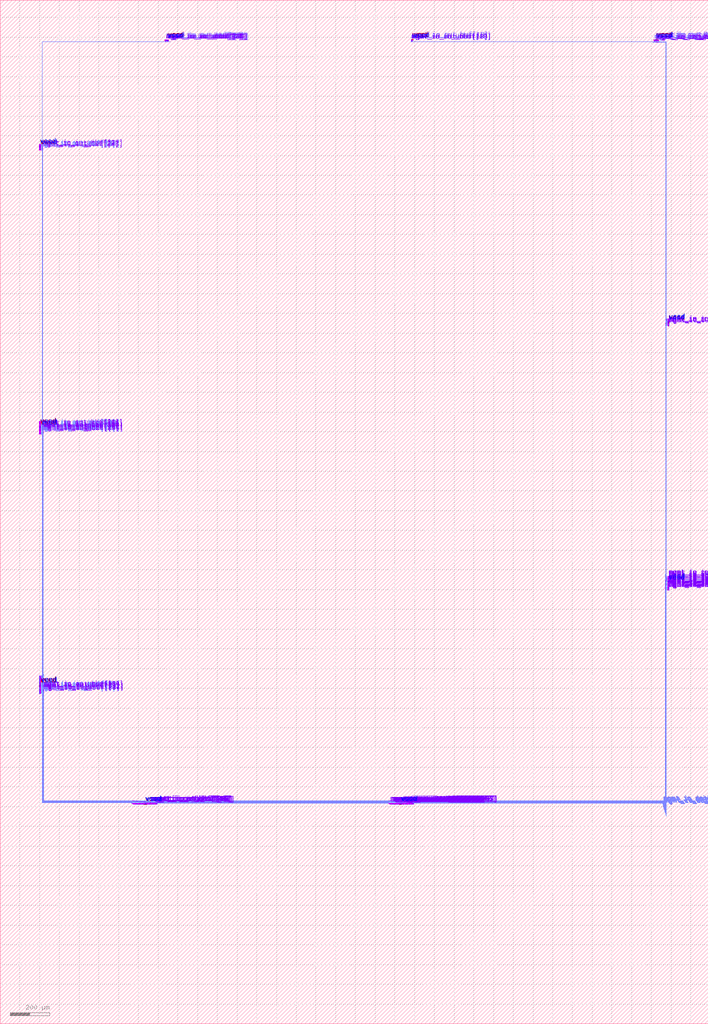
<source format=lef>
VERSION 5.7 ;
  NOWIREEXTENSIONATPIN ON ;
  DIVIDERCHAR "/" ;
  BUSBITCHARS "[]" ;
MACRO gpio_signal_buffering
  CLASS BLOCK ;
  FOREIGN gpio_signal_buffering ;
  ORIGIN 0.000 0.000 ;
  SIZE 3588.000 BY 5188.000 ;
  PIN mgmt_io_in_unbuf[18]
    DIRECTION INPUT ;
    USE SIGNAL ;
    PORT
      LAYER li1 ;
        RECT 2082.940 4983.335 2084.530 4983.535 ;
      LAYER mcon ;
        RECT 2082.940 4983.365 2084.030 4983.535 ;
      LAYER met1 ;
        RECT 2082.880 4983.315 2084.090 4983.575 ;
        RECT 2083.245 4976.235 2083.565 4976.355 ;
        RECT 2079.535 4976.095 2083.565 4976.235 ;
      LAYER via ;
        RECT 2082.940 4983.315 2084.030 4983.575 ;
        RECT 2083.275 4976.095 2083.535 4976.355 ;
      LAYER met2 ;
        RECT 2082.940 4983.285 2084.030 4983.605 ;
        RECT 2083.395 4976.385 2083.535 4983.285 ;
        RECT 2083.275 4976.065 2083.535 4976.385 ;
        RECT 2083.395 4975.645 2083.535 4976.065 ;
    END
  END mgmt_io_in_unbuf[18]
  PIN mgmt_io_out_buf[18]
    DIRECTION OUTPUT ;
    USE SIGNAL ;
    PORT
      LAYER li1 ;
        RECT 2084.265 4986.965 2084.435 4987.445 ;
        RECT 2085.105 4986.965 2085.275 4987.445 ;
        RECT 2085.945 4986.965 2086.115 4987.445 ;
        RECT 2086.785 4986.965 2086.955 4987.445 ;
        RECT 2084.265 4986.795 2086.955 4986.965 ;
        RECT 2084.265 4986.255 2084.520 4986.795 ;
        RECT 2084.265 4986.085 2086.955 4986.255 ;
        RECT 2084.265 4985.235 2084.435 4986.085 ;
        RECT 2085.105 4985.235 2085.275 4986.085 ;
        RECT 2085.945 4985.235 2086.115 4986.085 ;
        RECT 2086.785 4985.235 2086.955 4986.085 ;
      LAYER mcon ;
        RECT 2084.350 4986.085 2084.520 4986.935 ;
      LAYER met1 ;
        RECT 2084.310 4986.025 2084.570 4986.995 ;
        RECT 2084.215 4975.955 2084.535 4976.075 ;
        RECT 2080.535 4975.815 2084.535 4975.955 ;
      LAYER via ;
        RECT 2084.310 4986.085 2084.570 4986.935 ;
        RECT 2084.245 4975.815 2084.505 4976.075 ;
      LAYER met2 ;
        RECT 2084.280 4986.085 2084.600 4986.935 ;
        RECT 2084.365 4976.105 2084.505 4986.085 ;
        RECT 2084.245 4975.785 2084.505 4976.105 ;
        RECT 2084.365 4975.645 2084.505 4975.785 ;
    END
  END mgmt_io_out_buf[18]
  PIN mgmt_io_out_buf[17]
    DIRECTION OUTPUT ;
    USE SIGNAL ;
    PORT
      LAYER li1 ;
        RECT 3320.250 4986.555 3320.420 4987.035 ;
        RECT 3321.090 4986.555 3321.260 4987.035 ;
        RECT 3321.930 4986.555 3322.100 4987.035 ;
        RECT 3322.770 4986.555 3322.940 4987.035 ;
        RECT 3320.250 4986.385 3322.940 4986.555 ;
        RECT 3320.250 4985.845 3320.505 4986.385 ;
        RECT 3320.250 4985.675 3322.940 4985.845 ;
        RECT 3320.250 4984.825 3320.420 4985.675 ;
        RECT 3321.090 4984.825 3321.260 4985.675 ;
        RECT 3321.930 4984.825 3322.100 4985.675 ;
        RECT 3322.770 4984.825 3322.940 4985.675 ;
      LAYER mcon ;
        RECT 3320.335 4985.675 3320.505 4986.525 ;
      LAYER met1 ;
        RECT 3320.295 4985.615 3320.555 4986.585 ;
        RECT 3320.200 4975.395 3320.520 4975.515 ;
        RECT 3305.615 4975.255 3320.520 4975.395 ;
      LAYER via ;
        RECT 3320.295 4985.675 3320.555 4986.525 ;
        RECT 3320.230 4975.255 3320.490 4975.515 ;
      LAYER met2 ;
        RECT 3320.265 4985.675 3320.585 4986.525 ;
        RECT 3320.350 4975.545 3320.490 4985.675 ;
        RECT 3320.230 4975.225 3320.490 4975.545 ;
        RECT 3320.350 4973.965 3320.490 4975.225 ;
    END
  END mgmt_io_out_buf[17]
  PIN mgmt_io_out_buf[16]
    DIRECTION OUTPUT ;
    USE SIGNAL ;
    PORT
      LAYER li1 ;
        RECT 3326.230 4986.555 3326.400 4987.035 ;
        RECT 3327.070 4986.555 3327.240 4987.035 ;
        RECT 3327.910 4986.555 3328.080 4987.035 ;
        RECT 3328.750 4986.555 3328.920 4987.035 ;
        RECT 3326.230 4986.385 3328.920 4986.555 ;
        RECT 3326.230 4985.845 3326.485 4986.385 ;
        RECT 3326.230 4985.675 3328.920 4985.845 ;
        RECT 3326.230 4984.825 3326.400 4985.675 ;
        RECT 3327.070 4984.825 3327.240 4985.675 ;
        RECT 3327.910 4984.825 3328.080 4985.675 ;
        RECT 3328.750 4984.825 3328.920 4985.675 ;
      LAYER mcon ;
        RECT 3326.315 4985.675 3326.485 4986.525 ;
      LAYER met1 ;
        RECT 3326.275 4985.615 3326.535 4986.585 ;
        RECT 3326.180 4974.835 3326.500 4974.955 ;
        RECT 3307.615 4974.695 3326.500 4974.835 ;
      LAYER via ;
        RECT 3326.275 4985.675 3326.535 4986.525 ;
        RECT 3326.210 4974.695 3326.470 4974.955 ;
      LAYER met2 ;
        RECT 3326.245 4985.675 3326.565 4986.525 ;
        RECT 3326.330 4974.985 3326.470 4985.675 ;
        RECT 3326.210 4974.665 3326.470 4974.985 ;
        RECT 3326.330 4973.965 3326.470 4974.665 ;
    END
  END mgmt_io_out_buf[16]
  PIN mgmt_io_in_unbuf[17]
    DIRECTION INPUT ;
    USE SIGNAL ;
    PORT
      LAYER li1 ;
        RECT 3318.925 4982.925 3320.515 4983.125 ;
      LAYER mcon ;
        RECT 3318.925 4982.955 3320.015 4983.125 ;
      LAYER met1 ;
        RECT 3318.865 4982.905 3320.075 4983.165 ;
        RECT 3319.230 4975.675 3319.550 4975.795 ;
        RECT 3304.615 4975.535 3319.550 4975.675 ;
      LAYER via ;
        RECT 3318.925 4982.905 3320.015 4983.165 ;
        RECT 3319.260 4975.535 3319.520 4975.795 ;
      LAYER met2 ;
        RECT 3318.925 4982.875 3320.015 4983.195 ;
        RECT 3319.380 4975.825 3319.520 4982.875 ;
        RECT 3319.260 4975.505 3319.520 4975.825 ;
        RECT 3319.380 4973.965 3319.520 4975.505 ;
    END
  END mgmt_io_in_unbuf[17]
  PIN mgmt_io_in_unbuf[16]
    DIRECTION INPUT ;
    USE SIGNAL ;
    PORT
      LAYER li1 ;
        RECT 3324.905 4982.925 3326.495 4983.125 ;
      LAYER mcon ;
        RECT 3324.905 4982.955 3325.995 4983.125 ;
      LAYER met1 ;
        RECT 3324.845 4982.905 3326.055 4983.165 ;
        RECT 3325.210 4975.115 3325.530 4975.235 ;
        RECT 3306.615 4974.975 3325.530 4975.115 ;
      LAYER via ;
        RECT 3324.905 4982.905 3325.995 4983.165 ;
        RECT 3325.240 4974.975 3325.500 4975.235 ;
      LAYER met2 ;
        RECT 3324.905 4982.875 3325.995 4983.195 ;
        RECT 3325.360 4975.265 3325.500 4982.875 ;
        RECT 3325.240 4974.945 3325.500 4975.265 ;
        RECT 3325.360 4973.965 3325.500 4974.945 ;
    END
  END mgmt_io_in_unbuf[16]
  PIN mgmt_io_in_unbuf[15]
    DIRECTION INPUT ;
    USE SIGNAL ;
    PORT
      LAYER li1 ;
        RECT 3330.885 4982.925 3332.475 4983.125 ;
      LAYER mcon ;
        RECT 3330.885 4982.955 3331.975 4983.125 ;
      LAYER met1 ;
        RECT 3330.825 4982.905 3332.035 4983.165 ;
        RECT 3331.190 4974.555 3331.510 4974.675 ;
        RECT 3308.615 4974.415 3331.510 4974.555 ;
      LAYER via ;
        RECT 3330.885 4982.905 3331.975 4983.165 ;
        RECT 3331.220 4974.415 3331.480 4974.675 ;
      LAYER met2 ;
        RECT 3330.885 4982.875 3331.975 4983.195 ;
        RECT 3331.340 4974.705 3331.480 4982.875 ;
        RECT 3331.220 4974.385 3331.480 4974.705 ;
        RECT 3331.340 4973.965 3331.480 4974.385 ;
    END
  END mgmt_io_in_unbuf[15]
  PIN mgmt_io_out_buf[15]
    DIRECTION OUTPUT ;
    USE SIGNAL ;
    PORT
      LAYER li1 ;
        RECT 3332.210 4986.555 3332.380 4987.035 ;
        RECT 3333.050 4986.555 3333.220 4987.035 ;
        RECT 3333.890 4986.555 3334.060 4987.035 ;
        RECT 3334.730 4986.555 3334.900 4987.035 ;
        RECT 3332.210 4986.385 3334.900 4986.555 ;
        RECT 3332.210 4985.845 3332.465 4986.385 ;
        RECT 3332.210 4985.675 3334.900 4985.845 ;
        RECT 3332.210 4984.825 3332.380 4985.675 ;
        RECT 3333.050 4984.825 3333.220 4985.675 ;
        RECT 3333.890 4984.825 3334.060 4985.675 ;
        RECT 3334.730 4984.825 3334.900 4985.675 ;
      LAYER mcon ;
        RECT 3332.295 4985.675 3332.465 4986.525 ;
      LAYER met1 ;
        RECT 3332.255 4985.615 3332.515 4986.585 ;
        RECT 3332.160 4974.275 3332.480 4974.395 ;
        RECT 3309.615 4974.135 3332.480 4974.275 ;
      LAYER via ;
        RECT 3332.255 4985.675 3332.515 4986.525 ;
        RECT 3332.190 4974.135 3332.450 4974.395 ;
      LAYER met2 ;
        RECT 3332.225 4985.675 3332.545 4986.525 ;
        RECT 3332.310 4974.425 3332.450 4985.675 ;
        RECT 3332.190 4974.105 3332.450 4974.425 ;
        RECT 3332.310 4973.965 3332.450 4974.105 ;
    END
  END mgmt_io_out_buf[15]
  PIN mgmt_io_in_unbuf[14]
    DIRECTION INPUT ;
    USE SIGNAL ;
    PORT
      LAYER li1 ;
        RECT 3384.660 3546.780 3384.860 3548.370 ;
      LAYER mcon ;
        RECT 3384.690 3547.280 3384.860 3548.370 ;
      LAYER met1 ;
        RECT 3373.220 3548.065 3373.360 3577.605 ;
        RECT 3373.220 3547.745 3373.480 3548.065 ;
        RECT 3384.640 3547.220 3384.900 3548.430 ;
      LAYER via ;
        RECT 3373.220 3547.775 3373.480 3548.035 ;
        RECT 3384.640 3547.280 3384.900 3548.370 ;
      LAYER met2 ;
        RECT 3373.190 3547.915 3373.510 3548.035 ;
        RECT 3384.610 3547.915 3384.930 3548.370 ;
        RECT 3372.210 3547.775 3384.930 3547.915 ;
        RECT 3384.610 3547.280 3384.930 3547.775 ;
    END
  END mgmt_io_in_unbuf[14]
  PIN mgmt_io_in_unbuf[13]
    DIRECTION INPUT ;
    USE SIGNAL ;
    PORT
      LAYER li1 ;
        RECT 3384.660 3540.800 3384.860 3542.390 ;
      LAYER mcon ;
        RECT 3384.690 3541.300 3384.860 3542.390 ;
      LAYER met1 ;
        RECT 3372.660 3542.085 3372.800 3575.605 ;
        RECT 3372.660 3541.765 3372.920 3542.085 ;
        RECT 3384.640 3541.240 3384.900 3542.450 ;
      LAYER via ;
        RECT 3372.660 3541.795 3372.920 3542.055 ;
        RECT 3384.640 3541.300 3384.900 3542.390 ;
      LAYER met2 ;
        RECT 3372.630 3541.935 3372.950 3542.055 ;
        RECT 3384.610 3541.935 3384.930 3542.390 ;
        RECT 3372.210 3541.795 3384.930 3541.935 ;
        RECT 3384.610 3541.300 3384.930 3541.795 ;
    END
  END mgmt_io_in_unbuf[13]
  PIN mgmt_io_out_buf[14]
    DIRECTION OUTPUT ;
    USE SIGNAL ;
    PORT
      LAYER li1 ;
        RECT 3386.560 3546.875 3388.770 3547.045 ;
        RECT 3387.410 3546.790 3388.290 3546.875 ;
        RECT 3387.410 3546.205 3387.580 3546.790 ;
        RECT 3386.560 3546.035 3387.580 3546.205 ;
        RECT 3387.410 3545.365 3387.580 3546.035 ;
        RECT 3386.560 3545.195 3387.580 3545.365 ;
        RECT 3387.410 3544.525 3387.580 3545.195 ;
        RECT 3386.560 3544.355 3387.580 3544.525 ;
        RECT 3388.120 3546.205 3388.290 3546.790 ;
        RECT 3388.120 3546.035 3388.770 3546.205 ;
        RECT 3388.120 3545.365 3388.290 3546.035 ;
        RECT 3388.120 3545.195 3388.770 3545.365 ;
        RECT 3388.120 3544.525 3388.290 3545.195 ;
        RECT 3388.120 3544.355 3388.770 3544.525 ;
      LAYER met1 ;
        RECT 3372.940 3547.095 3373.080 3576.605 ;
        RECT 3372.940 3546.775 3373.200 3547.095 ;
        RECT 3387.350 3546.740 3388.320 3547.000 ;
      LAYER via ;
        RECT 3372.940 3546.805 3373.200 3547.065 ;
        RECT 3387.410 3546.740 3388.260 3547.000 ;
      LAYER met2 ;
        RECT 3372.910 3546.945 3373.230 3547.065 ;
        RECT 3387.410 3546.945 3388.260 3547.030 ;
        RECT 3372.210 3546.805 3388.260 3546.945 ;
        RECT 3387.410 3546.710 3388.260 3546.805 ;
    END
  END mgmt_io_out_buf[14]
  PIN mgmt_io_out_buf[13]
    DIRECTION OUTPUT ;
    USE SIGNAL ;
    PORT
      LAYER li1 ;
        RECT 3386.560 3540.895 3388.770 3541.065 ;
        RECT 3387.410 3540.810 3388.290 3540.895 ;
        RECT 3387.410 3540.225 3387.580 3540.810 ;
        RECT 3386.560 3540.055 3387.580 3540.225 ;
        RECT 3387.410 3539.385 3387.580 3540.055 ;
        RECT 3386.560 3539.215 3387.580 3539.385 ;
        RECT 3387.410 3538.545 3387.580 3539.215 ;
        RECT 3386.560 3538.375 3387.580 3538.545 ;
        RECT 3388.120 3540.225 3388.290 3540.810 ;
        RECT 3388.120 3540.055 3388.770 3540.225 ;
        RECT 3388.120 3539.385 3388.290 3540.055 ;
        RECT 3388.120 3539.215 3388.770 3539.385 ;
        RECT 3388.120 3538.545 3388.290 3539.215 ;
        RECT 3388.120 3538.375 3388.770 3538.545 ;
      LAYER met1 ;
        RECT 3372.380 3541.115 3372.520 3574.605 ;
        RECT 3372.380 3540.795 3372.640 3541.115 ;
        RECT 3387.350 3540.760 3388.320 3541.020 ;
      LAYER via ;
        RECT 3372.380 3540.825 3372.640 3541.085 ;
        RECT 3387.410 3540.760 3388.260 3541.020 ;
      LAYER met2 ;
        RECT 3372.350 3540.965 3372.670 3541.085 ;
        RECT 3387.410 3540.965 3388.260 3541.050 ;
        RECT 3372.210 3540.825 3388.260 3540.965 ;
        RECT 3387.410 3540.730 3388.260 3540.825 ;
    END
  END mgmt_io_out_buf[13]
  PIN mgmt_io_in_unbuf[12]
    DIRECTION INPUT ;
    USE SIGNAL ;
    PORT
      LAYER li1 ;
        RECT 3384.660 2230.700 3384.860 2232.290 ;
      LAYER mcon ;
        RECT 3384.690 2231.200 3384.860 2232.290 ;
      LAYER met1 ;
        RECT 3372.100 2231.985 3372.240 2281.275 ;
        RECT 3372.100 2231.665 3372.360 2231.985 ;
        RECT 3384.640 2231.140 3384.900 2232.350 ;
      LAYER via ;
        RECT 3372.100 2231.695 3372.360 2231.955 ;
        RECT 3384.640 2231.200 3384.900 2232.290 ;
      LAYER met2 ;
        RECT 3372.070 2231.835 3372.390 2231.955 ;
        RECT 3384.610 2231.835 3384.930 2232.290 ;
        RECT 3368.850 2231.695 3384.930 2231.835 ;
        RECT 3384.610 2231.200 3384.930 2231.695 ;
    END
  END mgmt_io_in_unbuf[12]
  PIN mgmt_io_in_unbuf[11]
    DIRECTION INPUT ;
    USE SIGNAL ;
    PORT
      LAYER li1 ;
        RECT 3384.660 2224.720 3384.860 2226.310 ;
      LAYER mcon ;
        RECT 3384.690 2225.220 3384.860 2226.310 ;
      LAYER met1 ;
        RECT 3371.540 2226.005 3371.680 2279.275 ;
        RECT 3371.540 2225.685 3371.800 2226.005 ;
        RECT 3384.640 2225.160 3384.900 2226.370 ;
      LAYER via ;
        RECT 3371.540 2225.715 3371.800 2225.975 ;
        RECT 3384.640 2225.220 3384.900 2226.310 ;
      LAYER met2 ;
        RECT 3371.510 2225.855 3371.830 2225.975 ;
        RECT 3384.610 2225.855 3384.930 2226.310 ;
        RECT 3368.850 2225.715 3384.930 2225.855 ;
        RECT 3384.610 2225.220 3384.930 2225.715 ;
    END
  END mgmt_io_in_unbuf[11]
  PIN mgmt_io_in_unbuf[10]
    DIRECTION INPUT ;
    USE SIGNAL ;
    PORT
      LAYER li1 ;
        RECT 3384.660 2218.740 3384.860 2220.330 ;
      LAYER mcon ;
        RECT 3384.690 2219.240 3384.860 2220.330 ;
      LAYER met1 ;
        RECT 3370.980 2220.025 3371.120 2277.275 ;
        RECT 3370.980 2219.705 3371.240 2220.025 ;
        RECT 3384.640 2219.180 3384.900 2220.390 ;
      LAYER via ;
        RECT 3370.980 2219.735 3371.240 2219.995 ;
        RECT 3384.640 2219.240 3384.900 2220.330 ;
      LAYER met2 ;
        RECT 3370.950 2219.875 3371.270 2219.995 ;
        RECT 3384.610 2219.875 3384.930 2220.330 ;
        RECT 3368.850 2219.735 3384.930 2219.875 ;
        RECT 3384.610 2219.240 3384.930 2219.735 ;
    END
  END mgmt_io_in_unbuf[10]
  PIN mgmt_io_in_unbuf[9]
    DIRECTION INPUT ;
    USE SIGNAL ;
    PORT
      LAYER li1 ;
        RECT 3384.660 2212.760 3384.860 2214.350 ;
      LAYER mcon ;
        RECT 3384.690 2213.260 3384.860 2214.350 ;
      LAYER met1 ;
        RECT 3370.420 2214.045 3370.560 2275.275 ;
        RECT 3370.420 2213.725 3370.680 2214.045 ;
        RECT 3384.640 2213.200 3384.900 2214.410 ;
      LAYER via ;
        RECT 3370.420 2213.755 3370.680 2214.015 ;
        RECT 3384.640 2213.260 3384.900 2214.350 ;
      LAYER met2 ;
        RECT 3370.390 2213.895 3370.710 2214.015 ;
        RECT 3384.610 2213.895 3384.930 2214.350 ;
        RECT 3368.850 2213.755 3384.930 2213.895 ;
        RECT 3384.610 2213.260 3384.930 2213.755 ;
    END
  END mgmt_io_in_unbuf[9]
  PIN mgmt_io_in_unbuf[8]
    DIRECTION INPUT ;
    USE SIGNAL ;
    PORT
      LAYER li1 ;
        RECT 3384.660 2206.780 3384.860 2208.370 ;
      LAYER mcon ;
        RECT 3384.690 2207.280 3384.860 2208.370 ;
      LAYER met1 ;
        RECT 3369.860 2208.065 3370.000 2273.275 ;
        RECT 3369.860 2207.745 3370.120 2208.065 ;
        RECT 3384.640 2207.220 3384.900 2208.430 ;
      LAYER via ;
        RECT 3369.860 2207.775 3370.120 2208.035 ;
        RECT 3384.640 2207.280 3384.900 2208.370 ;
      LAYER met2 ;
        RECT 3369.830 2207.915 3370.150 2208.035 ;
        RECT 3384.610 2207.915 3384.930 2208.370 ;
        RECT 3368.850 2207.775 3384.930 2207.915 ;
        RECT 3384.610 2207.280 3384.930 2207.775 ;
    END
  END mgmt_io_in_unbuf[8]
  PIN mgmt_io_in_unbuf[7]
    DIRECTION INPUT ;
    USE SIGNAL ;
    PORT
      LAYER li1 ;
        RECT 3384.660 2200.800 3384.860 2202.390 ;
      LAYER mcon ;
        RECT 3384.690 2201.300 3384.860 2202.390 ;
      LAYER met1 ;
        RECT 3369.300 2202.085 3369.440 2271.275 ;
        RECT 3369.300 2201.765 3369.560 2202.085 ;
        RECT 3384.640 2201.240 3384.900 2202.450 ;
      LAYER via ;
        RECT 3369.300 2201.795 3369.560 2202.055 ;
        RECT 3384.640 2201.300 3384.900 2202.390 ;
      LAYER met2 ;
        RECT 3369.270 2201.935 3369.590 2202.055 ;
        RECT 3384.610 2201.935 3384.930 2202.390 ;
        RECT 3368.850 2201.795 3384.930 2201.935 ;
        RECT 3384.610 2201.300 3384.930 2201.795 ;
    END
  END mgmt_io_in_unbuf[7]
  PIN mgmt_io_out_buf[7]
    DIRECTION OUTPUT ;
    USE SIGNAL ;
    PORT
      LAYER li1 ;
        RECT 3386.560 2200.895 3388.770 2201.065 ;
        RECT 3387.410 2200.810 3388.290 2200.895 ;
        RECT 3387.410 2200.225 3387.580 2200.810 ;
        RECT 3386.560 2200.055 3387.580 2200.225 ;
        RECT 3387.410 2199.385 3387.580 2200.055 ;
        RECT 3386.560 2199.215 3387.580 2199.385 ;
        RECT 3387.410 2198.545 3387.580 2199.215 ;
        RECT 3386.560 2198.375 3387.580 2198.545 ;
        RECT 3388.120 2200.225 3388.290 2200.810 ;
        RECT 3388.120 2200.055 3388.770 2200.225 ;
        RECT 3388.120 2199.385 3388.290 2200.055 ;
        RECT 3388.120 2199.215 3388.770 2199.385 ;
        RECT 3388.120 2198.545 3388.290 2199.215 ;
        RECT 3388.120 2198.375 3388.770 2198.545 ;
      LAYER met1 ;
        RECT 3369.020 2201.115 3369.160 2270.275 ;
        RECT 3369.020 2200.795 3369.280 2201.115 ;
        RECT 3387.350 2200.760 3388.320 2201.020 ;
      LAYER via ;
        RECT 3369.020 2200.825 3369.280 2201.085 ;
        RECT 3387.410 2200.760 3388.260 2201.020 ;
      LAYER met2 ;
        RECT 3368.990 2200.965 3369.310 2201.085 ;
        RECT 3387.410 2200.965 3388.260 2201.050 ;
        RECT 3368.850 2200.825 3388.260 2200.965 ;
        RECT 3387.410 2200.730 3388.260 2200.825 ;
    END
  END mgmt_io_out_buf[7]
  PIN mgmt_io_out_buf[8]
    DIRECTION OUTPUT ;
    USE SIGNAL ;
    PORT
      LAYER li1 ;
        RECT 3386.560 2206.875 3388.770 2207.045 ;
        RECT 3387.410 2206.790 3388.290 2206.875 ;
        RECT 3387.410 2206.205 3387.580 2206.790 ;
        RECT 3386.560 2206.035 3387.580 2206.205 ;
        RECT 3387.410 2205.365 3387.580 2206.035 ;
        RECT 3386.560 2205.195 3387.580 2205.365 ;
        RECT 3387.410 2204.525 3387.580 2205.195 ;
        RECT 3386.560 2204.355 3387.580 2204.525 ;
        RECT 3388.120 2206.205 3388.290 2206.790 ;
        RECT 3388.120 2206.035 3388.770 2206.205 ;
        RECT 3388.120 2205.365 3388.290 2206.035 ;
        RECT 3388.120 2205.195 3388.770 2205.365 ;
        RECT 3388.120 2204.525 3388.290 2205.195 ;
        RECT 3388.120 2204.355 3388.770 2204.525 ;
      LAYER met1 ;
        RECT 3369.580 2207.095 3369.720 2272.275 ;
        RECT 3369.580 2206.775 3369.840 2207.095 ;
        RECT 3387.350 2206.740 3388.320 2207.000 ;
      LAYER via ;
        RECT 3369.580 2206.805 3369.840 2207.065 ;
        RECT 3387.410 2206.740 3388.260 2207.000 ;
      LAYER met2 ;
        RECT 3369.550 2206.945 3369.870 2207.065 ;
        RECT 3387.410 2206.945 3388.260 2207.030 ;
        RECT 3368.850 2206.805 3388.260 2206.945 ;
        RECT 3387.410 2206.710 3388.260 2206.805 ;
    END
  END mgmt_io_out_buf[8]
  PIN mgmt_io_out_buf[9]
    DIRECTION OUTPUT ;
    USE SIGNAL ;
    PORT
      LAYER li1 ;
        RECT 3386.560 2212.855 3388.770 2213.025 ;
        RECT 3387.410 2212.770 3388.290 2212.855 ;
        RECT 3387.410 2212.185 3387.580 2212.770 ;
        RECT 3386.560 2212.015 3387.580 2212.185 ;
        RECT 3387.410 2211.345 3387.580 2212.015 ;
        RECT 3386.560 2211.175 3387.580 2211.345 ;
        RECT 3387.410 2210.505 3387.580 2211.175 ;
        RECT 3386.560 2210.335 3387.580 2210.505 ;
        RECT 3388.120 2212.185 3388.290 2212.770 ;
        RECT 3388.120 2212.015 3388.770 2212.185 ;
        RECT 3388.120 2211.345 3388.290 2212.015 ;
        RECT 3388.120 2211.175 3388.770 2211.345 ;
        RECT 3388.120 2210.505 3388.290 2211.175 ;
        RECT 3388.120 2210.335 3388.770 2210.505 ;
      LAYER met1 ;
        RECT 3370.140 2213.075 3370.280 2274.275 ;
        RECT 3370.140 2212.755 3370.400 2213.075 ;
        RECT 3387.350 2212.720 3388.320 2212.980 ;
      LAYER via ;
        RECT 3370.140 2212.785 3370.400 2213.045 ;
        RECT 3387.410 2212.720 3388.260 2212.980 ;
      LAYER met2 ;
        RECT 3370.110 2212.925 3370.430 2213.045 ;
        RECT 3387.410 2212.925 3388.260 2213.010 ;
        RECT 3368.850 2212.785 3388.260 2212.925 ;
        RECT 3387.410 2212.690 3388.260 2212.785 ;
    END
  END mgmt_io_out_buf[9]
  PIN mgmt_io_out_buf[10]
    DIRECTION OUTPUT ;
    USE SIGNAL ;
    PORT
      LAYER li1 ;
        RECT 3386.560 2218.835 3388.770 2219.005 ;
        RECT 3387.410 2218.750 3388.290 2218.835 ;
        RECT 3387.410 2218.165 3387.580 2218.750 ;
        RECT 3386.560 2217.995 3387.580 2218.165 ;
        RECT 3387.410 2217.325 3387.580 2217.995 ;
        RECT 3386.560 2217.155 3387.580 2217.325 ;
        RECT 3387.410 2216.485 3387.580 2217.155 ;
        RECT 3386.560 2216.315 3387.580 2216.485 ;
        RECT 3388.120 2218.165 3388.290 2218.750 ;
        RECT 3388.120 2217.995 3388.770 2218.165 ;
        RECT 3388.120 2217.325 3388.290 2217.995 ;
        RECT 3388.120 2217.155 3388.770 2217.325 ;
        RECT 3388.120 2216.485 3388.290 2217.155 ;
        RECT 3388.120 2216.315 3388.770 2216.485 ;
      LAYER met1 ;
        RECT 3370.700 2219.055 3370.840 2276.275 ;
        RECT 3370.700 2218.735 3370.960 2219.055 ;
        RECT 3387.350 2218.700 3388.320 2218.960 ;
      LAYER via ;
        RECT 3370.700 2218.765 3370.960 2219.025 ;
        RECT 3387.410 2218.700 3388.260 2218.960 ;
      LAYER met2 ;
        RECT 3370.670 2218.905 3370.990 2219.025 ;
        RECT 3387.410 2218.905 3388.260 2218.990 ;
        RECT 3368.850 2218.765 3388.260 2218.905 ;
        RECT 3387.410 2218.670 3388.260 2218.765 ;
    END
  END mgmt_io_out_buf[10]
  PIN mgmt_io_out_buf[11]
    DIRECTION OUTPUT ;
    USE SIGNAL ;
    PORT
      LAYER li1 ;
        RECT 3386.560 2224.815 3388.770 2224.985 ;
        RECT 3387.410 2224.730 3388.290 2224.815 ;
        RECT 3387.410 2224.145 3387.580 2224.730 ;
        RECT 3386.560 2223.975 3387.580 2224.145 ;
        RECT 3387.410 2223.305 3387.580 2223.975 ;
        RECT 3386.560 2223.135 3387.580 2223.305 ;
        RECT 3387.410 2222.465 3387.580 2223.135 ;
        RECT 3386.560 2222.295 3387.580 2222.465 ;
        RECT 3388.120 2224.145 3388.290 2224.730 ;
        RECT 3388.120 2223.975 3388.770 2224.145 ;
        RECT 3388.120 2223.305 3388.290 2223.975 ;
        RECT 3388.120 2223.135 3388.770 2223.305 ;
        RECT 3388.120 2222.465 3388.290 2223.135 ;
        RECT 3388.120 2222.295 3388.770 2222.465 ;
      LAYER met1 ;
        RECT 3371.260 2225.035 3371.400 2278.275 ;
        RECT 3371.260 2224.715 3371.520 2225.035 ;
        RECT 3387.350 2224.680 3388.320 2224.940 ;
      LAYER via ;
        RECT 3371.260 2224.745 3371.520 2225.005 ;
        RECT 3387.410 2224.680 3388.260 2224.940 ;
      LAYER met2 ;
        RECT 3371.230 2224.885 3371.550 2225.005 ;
        RECT 3387.410 2224.885 3388.260 2224.970 ;
        RECT 3368.850 2224.745 3388.260 2224.885 ;
        RECT 3387.410 2224.650 3388.260 2224.745 ;
    END
  END mgmt_io_out_buf[11]
  PIN mgmt_io_out_buf[12]
    DIRECTION OUTPUT ;
    USE SIGNAL ;
    PORT
      LAYER li1 ;
        RECT 3386.560 2230.795 3388.770 2230.965 ;
        RECT 3387.410 2230.710 3388.290 2230.795 ;
        RECT 3387.410 2230.125 3387.580 2230.710 ;
        RECT 3386.560 2229.955 3387.580 2230.125 ;
        RECT 3387.410 2229.285 3387.580 2229.955 ;
        RECT 3386.560 2229.115 3387.580 2229.285 ;
        RECT 3387.410 2228.445 3387.580 2229.115 ;
        RECT 3386.560 2228.275 3387.580 2228.445 ;
        RECT 3388.120 2230.125 3388.290 2230.710 ;
        RECT 3388.120 2229.955 3388.770 2230.125 ;
        RECT 3388.120 2229.285 3388.290 2229.955 ;
        RECT 3388.120 2229.115 3388.770 2229.285 ;
        RECT 3388.120 2228.445 3388.290 2229.115 ;
        RECT 3388.120 2228.275 3388.770 2228.445 ;
      LAYER met1 ;
        RECT 3371.820 2231.015 3371.960 2280.275 ;
        RECT 3371.820 2230.695 3372.080 2231.015 ;
        RECT 3387.350 2230.660 3388.320 2230.920 ;
      LAYER via ;
        RECT 3371.820 2230.725 3372.080 2230.985 ;
        RECT 3387.410 2230.660 3388.260 2230.920 ;
      LAYER met2 ;
        RECT 3371.790 2230.865 3372.110 2230.985 ;
        RECT 3387.410 2230.865 3388.260 2230.950 ;
        RECT 3368.850 2230.725 3388.260 2230.865 ;
        RECT 3387.410 2230.630 3388.260 2230.725 ;
    END
  END mgmt_io_out_buf[12]
  PIN mgmt_io_out_unbuf[7]
    DIRECTION INPUT ;
    USE SIGNAL ;
    PORT
      LAYER li1 ;
        RECT 3387.750 2196.660 3387.950 2197.760 ;
      LAYER mcon ;
        RECT 3387.750 2196.670 3387.920 2197.760 ;
      LAYER met1 ;
        RECT 3369.040 2196.930 3369.300 2197.250 ;
        RECT 3369.160 1075.250 3369.300 2196.930 ;
        RECT 3387.700 2196.610 3387.960 2197.820 ;
      LAYER via ;
        RECT 3369.040 2196.960 3369.300 2197.220 ;
        RECT 3387.700 2196.670 3387.960 2197.760 ;
      LAYER met2 ;
        RECT 3369.010 2197.100 3369.330 2197.220 ;
        RECT 3387.670 2197.100 3387.990 2197.760 ;
        RECT 3368.850 2196.960 3387.990 2197.100 ;
        RECT 3387.670 2196.670 3387.990 2196.960 ;
    END
  END mgmt_io_out_unbuf[7]
  PIN mgmt_io_out_unbuf[8]
    DIRECTION INPUT ;
    USE SIGNAL ;
    PORT
      LAYER li1 ;
        RECT 3387.750 2202.640 3387.950 2203.740 ;
      LAYER mcon ;
        RECT 3387.750 2202.650 3387.920 2203.740 ;
      LAYER met1 ;
        RECT 3369.600 2202.910 3369.860 2203.230 ;
        RECT 3369.720 1073.250 3369.860 2202.910 ;
        RECT 3387.700 2202.590 3387.960 2203.800 ;
      LAYER via ;
        RECT 3369.600 2202.940 3369.860 2203.200 ;
        RECT 3387.700 2202.650 3387.960 2203.740 ;
      LAYER met2 ;
        RECT 3369.570 2203.080 3369.890 2203.200 ;
        RECT 3387.670 2203.080 3387.990 2203.740 ;
        RECT 3368.850 2202.940 3387.990 2203.080 ;
        RECT 3387.670 2202.650 3387.990 2202.940 ;
    END
  END mgmt_io_out_unbuf[8]
  PIN mgmt_io_out_unbuf[9]
    DIRECTION INPUT ;
    USE SIGNAL ;
    PORT
      LAYER li1 ;
        RECT 3387.750 2208.620 3387.950 2209.720 ;
      LAYER mcon ;
        RECT 3387.750 2208.630 3387.920 2209.720 ;
      LAYER met1 ;
        RECT 3370.160 2208.890 3370.420 2209.210 ;
        RECT 3370.280 1071.250 3370.420 2208.890 ;
        RECT 3387.700 2208.570 3387.960 2209.780 ;
      LAYER via ;
        RECT 3370.160 2208.920 3370.420 2209.180 ;
        RECT 3387.700 2208.630 3387.960 2209.720 ;
      LAYER met2 ;
        RECT 3370.130 2209.060 3370.450 2209.180 ;
        RECT 3387.670 2209.060 3387.990 2209.720 ;
        RECT 3368.850 2208.920 3387.990 2209.060 ;
        RECT 3387.670 2208.630 3387.990 2208.920 ;
    END
  END mgmt_io_out_unbuf[9]
  PIN mgmt_io_out_unbuf[10]
    DIRECTION INPUT ;
    USE SIGNAL ;
    PORT
      LAYER li1 ;
        RECT 3387.750 2214.600 3387.950 2215.700 ;
      LAYER mcon ;
        RECT 3387.750 2214.610 3387.920 2215.700 ;
      LAYER met1 ;
        RECT 3370.720 2214.870 3370.980 2215.190 ;
        RECT 3370.840 1069.250 3370.980 2214.870 ;
        RECT 3387.700 2214.550 3387.960 2215.760 ;
      LAYER via ;
        RECT 3370.720 2214.900 3370.980 2215.160 ;
        RECT 3387.700 2214.610 3387.960 2215.700 ;
      LAYER met2 ;
        RECT 3370.690 2215.040 3371.010 2215.160 ;
        RECT 3387.670 2215.040 3387.990 2215.700 ;
        RECT 3368.850 2214.900 3387.990 2215.040 ;
        RECT 3387.670 2214.610 3387.990 2214.900 ;
    END
  END mgmt_io_out_unbuf[10]
  PIN mgmt_io_out_unbuf[11]
    DIRECTION INPUT ;
    USE SIGNAL ;
    PORT
      LAYER li1 ;
        RECT 3387.750 2220.580 3387.950 2221.680 ;
      LAYER mcon ;
        RECT 3387.750 2220.590 3387.920 2221.680 ;
      LAYER met1 ;
        RECT 3371.280 2220.850 3371.540 2221.170 ;
        RECT 3371.400 1067.250 3371.540 2220.850 ;
        RECT 3387.700 2220.530 3387.960 2221.740 ;
      LAYER via ;
        RECT 3371.280 2220.880 3371.540 2221.140 ;
        RECT 3387.700 2220.590 3387.960 2221.680 ;
      LAYER met2 ;
        RECT 3371.250 2221.020 3371.570 2221.140 ;
        RECT 3387.670 2221.020 3387.990 2221.680 ;
        RECT 3368.850 2220.880 3387.990 2221.020 ;
        RECT 3387.670 2220.590 3387.990 2220.880 ;
    END
  END mgmt_io_out_unbuf[11]
  PIN mgmt_io_out_unbuf[12]
    DIRECTION INPUT ;
    USE SIGNAL ;
    PORT
      LAYER li1 ;
        RECT 3387.750 2226.560 3387.950 2227.660 ;
      LAYER mcon ;
        RECT 3387.750 2226.570 3387.920 2227.660 ;
      LAYER met1 ;
        RECT 3371.840 2226.830 3372.100 2227.150 ;
        RECT 3371.960 1065.250 3372.100 2226.830 ;
        RECT 3387.700 2226.510 3387.960 2227.720 ;
      LAYER via ;
        RECT 3371.840 2226.860 3372.100 2227.120 ;
        RECT 3387.700 2226.570 3387.960 2227.660 ;
      LAYER met2 ;
        RECT 3371.810 2227.000 3372.130 2227.120 ;
        RECT 3387.670 2227.000 3387.990 2227.660 ;
        RECT 3368.850 2226.860 3387.990 2227.000 ;
        RECT 3387.670 2226.570 3387.990 2226.860 ;
    END
  END mgmt_io_out_unbuf[12]
  PIN mgmt_io_out_unbuf[13]
    DIRECTION INPUT ;
    USE SIGNAL ;
    PORT
      LAYER li1 ;
        RECT 3387.750 2232.540 3387.950 2233.640 ;
      LAYER mcon ;
        RECT 3387.750 2232.550 3387.920 2233.640 ;
      LAYER met1 ;
        RECT 3372.400 2232.810 3372.660 2233.130 ;
        RECT 3372.520 1063.250 3372.660 2232.810 ;
        RECT 3387.700 2232.490 3387.960 2233.700 ;
      LAYER via ;
        RECT 3372.400 2232.840 3372.660 2233.100 ;
        RECT 3387.700 2232.550 3387.960 2233.640 ;
      LAYER met2 ;
        RECT 3372.370 2232.980 3372.690 2233.100 ;
        RECT 3387.670 2232.980 3387.990 2233.640 ;
        RECT 3368.850 2232.840 3387.990 2232.980 ;
        RECT 3387.670 2232.550 3387.990 2232.840 ;
    END
  END mgmt_io_out_unbuf[13]
  PIN mgmt_io_out_unbuf[14]
    DIRECTION INPUT ;
    USE SIGNAL ;
    PORT
      LAYER li1 ;
        RECT 3387.750 2238.520 3387.950 2239.620 ;
      LAYER mcon ;
        RECT 3387.750 2238.530 3387.920 2239.620 ;
      LAYER met1 ;
        RECT 3372.960 2238.790 3373.220 2239.110 ;
        RECT 3373.080 1061.250 3373.220 2238.790 ;
        RECT 3387.700 2238.470 3387.960 2239.680 ;
      LAYER via ;
        RECT 3372.960 2238.820 3373.220 2239.080 ;
        RECT 3387.700 2238.530 3387.960 2239.620 ;
      LAYER met2 ;
        RECT 3372.930 2238.960 3373.250 2239.080 ;
        RECT 3387.670 2238.960 3387.990 2239.620 ;
        RECT 3368.850 2238.820 3387.990 2238.960 ;
        RECT 3387.670 2238.530 3387.990 2238.820 ;
    END
  END mgmt_io_out_unbuf[14]
  PIN mgmt_io_out_unbuf[15]
    DIRECTION INPUT ;
    USE SIGNAL ;
    PORT
      LAYER li1 ;
        RECT 3387.750 2244.500 3387.950 2245.600 ;
      LAYER mcon ;
        RECT 3387.750 2244.510 3387.920 2245.600 ;
      LAYER met1 ;
        RECT 3373.520 2244.770 3373.780 2245.090 ;
        RECT 3373.640 1059.250 3373.780 2244.770 ;
        RECT 3387.700 2244.450 3387.960 2245.660 ;
      LAYER via ;
        RECT 3373.520 2244.800 3373.780 2245.060 ;
        RECT 3387.700 2244.510 3387.960 2245.600 ;
      LAYER met2 ;
        RECT 3373.490 2244.940 3373.810 2245.060 ;
        RECT 3387.670 2244.940 3387.990 2245.600 ;
        RECT 3368.850 2244.800 3387.990 2244.940 ;
        RECT 3387.670 2244.510 3387.990 2244.800 ;
    END
  END mgmt_io_out_unbuf[15]
  PIN mgmt_io_out_unbuf[16]
    DIRECTION INPUT ;
    USE SIGNAL ;
    PORT
      LAYER li1 ;
        RECT 3387.750 2250.480 3387.950 2251.580 ;
      LAYER mcon ;
        RECT 3387.750 2250.490 3387.920 2251.580 ;
      LAYER met1 ;
        RECT 3374.080 2250.750 3374.340 2251.070 ;
        RECT 3374.200 1057.250 3374.340 2250.750 ;
        RECT 3387.700 2250.430 3387.960 2251.640 ;
      LAYER via ;
        RECT 3374.080 2250.780 3374.340 2251.040 ;
        RECT 3387.700 2250.490 3387.960 2251.580 ;
      LAYER met2 ;
        RECT 3374.050 2250.920 3374.370 2251.040 ;
        RECT 3387.670 2250.920 3387.990 2251.580 ;
        RECT 3368.850 2250.780 3387.990 2250.920 ;
        RECT 3387.670 2250.490 3387.990 2250.780 ;
    END
  END mgmt_io_out_unbuf[16]
  PIN mgmt_io_out_unbuf[17]
    DIRECTION INPUT ;
    USE SIGNAL ;
    PORT
      LAYER li1 ;
        RECT 3387.750 2256.460 3387.950 2257.560 ;
      LAYER mcon ;
        RECT 3387.750 2256.470 3387.920 2257.560 ;
      LAYER met1 ;
        RECT 3374.640 2256.730 3374.900 2257.050 ;
        RECT 3374.760 1055.250 3374.900 2256.730 ;
        RECT 3387.700 2256.410 3387.960 2257.620 ;
      LAYER via ;
        RECT 3374.640 2256.760 3374.900 2257.020 ;
        RECT 3387.700 2256.470 3387.960 2257.560 ;
      LAYER met2 ;
        RECT 3374.610 2256.900 3374.930 2257.020 ;
        RECT 3387.670 2256.900 3387.990 2257.560 ;
        RECT 3368.850 2256.760 3387.990 2256.900 ;
        RECT 3387.670 2256.470 3387.990 2256.760 ;
    END
  END mgmt_io_out_unbuf[17]
  PIN mgmt_io_out_unbuf[18]
    DIRECTION INPUT ;
    USE SIGNAL ;
    PORT
      LAYER li1 ;
        RECT 3387.750 2262.440 3387.950 2263.540 ;
      LAYER mcon ;
        RECT 3387.750 2262.450 3387.920 2263.540 ;
      LAYER met1 ;
        RECT 3375.200 2262.710 3375.460 2263.030 ;
        RECT 3375.320 1053.250 3375.460 2262.710 ;
        RECT 3387.700 2262.390 3387.960 2263.600 ;
      LAYER via ;
        RECT 3375.200 2262.740 3375.460 2263.000 ;
        RECT 3387.700 2262.450 3387.960 2263.540 ;
      LAYER met2 ;
        RECT 3375.170 2262.880 3375.490 2263.000 ;
        RECT 3387.670 2262.880 3387.990 2263.540 ;
        RECT 3368.850 2262.740 3387.990 2262.880 ;
        RECT 3387.670 2262.450 3387.990 2262.740 ;
    END
  END mgmt_io_out_unbuf[18]
  PIN mgmt_io_in_buf[18]
    DIRECTION OUTPUT ;
    USE SIGNAL ;
    PORT
      LAYER li1 ;
        RECT 3383.840 2265.795 3384.490 2265.965 ;
        RECT 3384.320 2265.125 3384.490 2265.795 ;
        RECT 3383.840 2264.955 3384.490 2265.125 ;
        RECT 3384.320 2264.285 3384.490 2264.955 ;
        RECT 3383.840 2264.115 3384.490 2264.285 ;
        RECT 3384.320 2263.530 3384.490 2264.115 ;
        RECT 3385.030 2265.795 3386.050 2265.965 ;
        RECT 3385.030 2265.125 3385.200 2265.795 ;
        RECT 3385.030 2264.955 3386.050 2265.125 ;
        RECT 3385.030 2264.285 3385.200 2264.955 ;
        RECT 3385.030 2264.115 3386.050 2264.285 ;
        RECT 3385.030 2263.530 3385.200 2264.115 ;
        RECT 3384.320 2263.445 3385.200 2263.530 ;
        RECT 3383.840 2263.275 3386.050 2263.445 ;
      LAYER mcon ;
        RECT 3384.350 2263.360 3385.200 2263.530 ;
      LAYER met1 ;
        RECT 3375.480 2263.330 3375.740 2263.650 ;
        RECT 3375.600 1052.250 3375.740 2263.330 ;
        RECT 3384.290 2263.310 3385.260 2263.570 ;
      LAYER via ;
        RECT 3375.480 2263.360 3375.740 2263.620 ;
        RECT 3384.350 2263.310 3385.200 2263.570 ;
      LAYER met2 ;
        RECT 3375.450 2263.500 3375.770 2263.620 ;
        RECT 3384.350 2263.500 3385.200 2263.600 ;
        RECT 3368.850 2263.360 3385.200 2263.500 ;
        RECT 3384.350 2263.280 3385.200 2263.360 ;
    END
  END mgmt_io_in_buf[18]
  PIN mgmt_io_in_buf[17]
    DIRECTION OUTPUT ;
    USE SIGNAL ;
    PORT
      LAYER li1 ;
        RECT 3383.840 2259.815 3384.490 2259.985 ;
        RECT 3384.320 2259.145 3384.490 2259.815 ;
        RECT 3383.840 2258.975 3384.490 2259.145 ;
        RECT 3384.320 2258.305 3384.490 2258.975 ;
        RECT 3383.840 2258.135 3384.490 2258.305 ;
        RECT 3384.320 2257.550 3384.490 2258.135 ;
        RECT 3385.030 2259.815 3386.050 2259.985 ;
        RECT 3385.030 2259.145 3385.200 2259.815 ;
        RECT 3385.030 2258.975 3386.050 2259.145 ;
        RECT 3385.030 2258.305 3385.200 2258.975 ;
        RECT 3385.030 2258.135 3386.050 2258.305 ;
        RECT 3385.030 2257.550 3385.200 2258.135 ;
        RECT 3384.320 2257.465 3385.200 2257.550 ;
        RECT 3383.840 2257.295 3386.050 2257.465 ;
      LAYER mcon ;
        RECT 3384.350 2257.380 3385.200 2257.550 ;
      LAYER met1 ;
        RECT 3374.920 2257.350 3375.180 2257.670 ;
        RECT 3375.040 1054.250 3375.180 2257.350 ;
        RECT 3384.290 2257.330 3385.260 2257.590 ;
      LAYER via ;
        RECT 3374.920 2257.380 3375.180 2257.640 ;
        RECT 3384.350 2257.330 3385.200 2257.590 ;
      LAYER met2 ;
        RECT 3374.890 2257.520 3375.210 2257.640 ;
        RECT 3384.350 2257.520 3385.200 2257.620 ;
        RECT 3368.850 2257.380 3385.200 2257.520 ;
        RECT 3384.350 2257.300 3385.200 2257.380 ;
    END
  END mgmt_io_in_buf[17]
  PIN mgmt_io_in_buf[16]
    DIRECTION OUTPUT ;
    USE SIGNAL ;
    PORT
      LAYER li1 ;
        RECT 3383.840 2253.835 3384.490 2254.005 ;
        RECT 3384.320 2253.165 3384.490 2253.835 ;
        RECT 3383.840 2252.995 3384.490 2253.165 ;
        RECT 3384.320 2252.325 3384.490 2252.995 ;
        RECT 3383.840 2252.155 3384.490 2252.325 ;
        RECT 3384.320 2251.570 3384.490 2252.155 ;
        RECT 3385.030 2253.835 3386.050 2254.005 ;
        RECT 3385.030 2253.165 3385.200 2253.835 ;
        RECT 3385.030 2252.995 3386.050 2253.165 ;
        RECT 3385.030 2252.325 3385.200 2252.995 ;
        RECT 3385.030 2252.155 3386.050 2252.325 ;
        RECT 3385.030 2251.570 3385.200 2252.155 ;
        RECT 3384.320 2251.485 3385.200 2251.570 ;
        RECT 3383.840 2251.315 3386.050 2251.485 ;
      LAYER mcon ;
        RECT 3384.350 2251.400 3385.200 2251.570 ;
      LAYER met1 ;
        RECT 3374.360 2251.370 3374.620 2251.690 ;
        RECT 3374.480 1056.250 3374.620 2251.370 ;
        RECT 3384.290 2251.350 3385.260 2251.610 ;
      LAYER via ;
        RECT 3374.360 2251.400 3374.620 2251.660 ;
        RECT 3384.350 2251.350 3385.200 2251.610 ;
      LAYER met2 ;
        RECT 3374.330 2251.540 3374.650 2251.660 ;
        RECT 3384.350 2251.540 3385.200 2251.640 ;
        RECT 3368.850 2251.400 3385.200 2251.540 ;
        RECT 3384.350 2251.320 3385.200 2251.400 ;
    END
  END mgmt_io_in_buf[16]
  PIN mgmt_io_in_buf[15]
    DIRECTION OUTPUT ;
    USE SIGNAL ;
    PORT
      LAYER li1 ;
        RECT 3383.840 2247.855 3384.490 2248.025 ;
        RECT 3384.320 2247.185 3384.490 2247.855 ;
        RECT 3383.840 2247.015 3384.490 2247.185 ;
        RECT 3384.320 2246.345 3384.490 2247.015 ;
        RECT 3383.840 2246.175 3384.490 2246.345 ;
        RECT 3384.320 2245.590 3384.490 2246.175 ;
        RECT 3385.030 2247.855 3386.050 2248.025 ;
        RECT 3385.030 2247.185 3385.200 2247.855 ;
        RECT 3385.030 2247.015 3386.050 2247.185 ;
        RECT 3385.030 2246.345 3385.200 2247.015 ;
        RECT 3385.030 2246.175 3386.050 2246.345 ;
        RECT 3385.030 2245.590 3385.200 2246.175 ;
        RECT 3384.320 2245.505 3385.200 2245.590 ;
        RECT 3383.840 2245.335 3386.050 2245.505 ;
      LAYER mcon ;
        RECT 3384.350 2245.420 3385.200 2245.590 ;
      LAYER met1 ;
        RECT 3373.800 2245.390 3374.060 2245.710 ;
        RECT 3373.920 1058.250 3374.060 2245.390 ;
        RECT 3384.290 2245.370 3385.260 2245.630 ;
      LAYER via ;
        RECT 3373.800 2245.420 3374.060 2245.680 ;
        RECT 3384.350 2245.370 3385.200 2245.630 ;
      LAYER met2 ;
        RECT 3373.770 2245.560 3374.090 2245.680 ;
        RECT 3384.350 2245.560 3385.200 2245.660 ;
        RECT 3368.850 2245.420 3385.200 2245.560 ;
        RECT 3384.350 2245.340 3385.200 2245.420 ;
    END
  END mgmt_io_in_buf[15]
  PIN mgmt_io_in_buf[14]
    DIRECTION OUTPUT ;
    USE SIGNAL ;
    PORT
      LAYER li1 ;
        RECT 3383.840 2241.875 3384.490 2242.045 ;
        RECT 3384.320 2241.205 3384.490 2241.875 ;
        RECT 3383.840 2241.035 3384.490 2241.205 ;
        RECT 3384.320 2240.365 3384.490 2241.035 ;
        RECT 3383.840 2240.195 3384.490 2240.365 ;
        RECT 3384.320 2239.610 3384.490 2240.195 ;
        RECT 3385.030 2241.875 3386.050 2242.045 ;
        RECT 3385.030 2241.205 3385.200 2241.875 ;
        RECT 3385.030 2241.035 3386.050 2241.205 ;
        RECT 3385.030 2240.365 3385.200 2241.035 ;
        RECT 3385.030 2240.195 3386.050 2240.365 ;
        RECT 3385.030 2239.610 3385.200 2240.195 ;
        RECT 3384.320 2239.525 3385.200 2239.610 ;
        RECT 3383.840 2239.355 3386.050 2239.525 ;
      LAYER mcon ;
        RECT 3384.350 2239.440 3385.200 2239.610 ;
      LAYER met1 ;
        RECT 3373.240 2239.410 3373.500 2239.730 ;
        RECT 3373.360 1060.250 3373.500 2239.410 ;
        RECT 3384.290 2239.390 3385.260 2239.650 ;
      LAYER via ;
        RECT 3373.240 2239.440 3373.500 2239.700 ;
        RECT 3384.350 2239.390 3385.200 2239.650 ;
      LAYER met2 ;
        RECT 3373.210 2239.580 3373.530 2239.700 ;
        RECT 3384.350 2239.580 3385.200 2239.680 ;
        RECT 3368.850 2239.440 3385.200 2239.580 ;
        RECT 3384.350 2239.360 3385.200 2239.440 ;
    END
  END mgmt_io_in_buf[14]
  PIN mgmt_io_in_buf[13]
    DIRECTION OUTPUT ;
    USE SIGNAL ;
    PORT
      LAYER li1 ;
        RECT 3383.840 2235.895 3384.490 2236.065 ;
        RECT 3384.320 2235.225 3384.490 2235.895 ;
        RECT 3383.840 2235.055 3384.490 2235.225 ;
        RECT 3384.320 2234.385 3384.490 2235.055 ;
        RECT 3383.840 2234.215 3384.490 2234.385 ;
        RECT 3384.320 2233.630 3384.490 2234.215 ;
        RECT 3385.030 2235.895 3386.050 2236.065 ;
        RECT 3385.030 2235.225 3385.200 2235.895 ;
        RECT 3385.030 2235.055 3386.050 2235.225 ;
        RECT 3385.030 2234.385 3385.200 2235.055 ;
        RECT 3385.030 2234.215 3386.050 2234.385 ;
        RECT 3385.030 2233.630 3385.200 2234.215 ;
        RECT 3384.320 2233.545 3385.200 2233.630 ;
        RECT 3383.840 2233.375 3386.050 2233.545 ;
      LAYER mcon ;
        RECT 3384.350 2233.460 3385.200 2233.630 ;
      LAYER met1 ;
        RECT 3372.680 2233.430 3372.940 2233.750 ;
        RECT 3372.800 1062.250 3372.940 2233.430 ;
        RECT 3384.290 2233.410 3385.260 2233.670 ;
      LAYER via ;
        RECT 3372.680 2233.460 3372.940 2233.720 ;
        RECT 3384.350 2233.410 3385.200 2233.670 ;
      LAYER met2 ;
        RECT 3372.650 2233.600 3372.970 2233.720 ;
        RECT 3384.350 2233.600 3385.200 2233.700 ;
        RECT 3368.850 2233.460 3385.200 2233.600 ;
        RECT 3384.350 2233.380 3385.200 2233.460 ;
    END
  END mgmt_io_in_buf[13]
  PIN mgmt_io_in_buf[12]
    DIRECTION OUTPUT ;
    USE SIGNAL ;
    PORT
      LAYER li1 ;
        RECT 3383.840 2229.915 3384.490 2230.085 ;
        RECT 3384.320 2229.245 3384.490 2229.915 ;
        RECT 3383.840 2229.075 3384.490 2229.245 ;
        RECT 3384.320 2228.405 3384.490 2229.075 ;
        RECT 3383.840 2228.235 3384.490 2228.405 ;
        RECT 3384.320 2227.650 3384.490 2228.235 ;
        RECT 3385.030 2229.915 3386.050 2230.085 ;
        RECT 3385.030 2229.245 3385.200 2229.915 ;
        RECT 3385.030 2229.075 3386.050 2229.245 ;
        RECT 3385.030 2228.405 3385.200 2229.075 ;
        RECT 3385.030 2228.235 3386.050 2228.405 ;
        RECT 3385.030 2227.650 3385.200 2228.235 ;
        RECT 3384.320 2227.565 3385.200 2227.650 ;
        RECT 3383.840 2227.395 3386.050 2227.565 ;
      LAYER mcon ;
        RECT 3384.350 2227.480 3385.200 2227.650 ;
      LAYER met1 ;
        RECT 3372.120 2227.450 3372.380 2227.770 ;
        RECT 3372.240 1064.250 3372.380 2227.450 ;
        RECT 3384.290 2227.430 3385.260 2227.690 ;
      LAYER via ;
        RECT 3372.120 2227.480 3372.380 2227.740 ;
        RECT 3384.350 2227.430 3385.200 2227.690 ;
      LAYER met2 ;
        RECT 3372.090 2227.620 3372.410 2227.740 ;
        RECT 3384.350 2227.620 3385.200 2227.720 ;
        RECT 3368.850 2227.480 3385.200 2227.620 ;
        RECT 3384.350 2227.400 3385.200 2227.480 ;
    END
  END mgmt_io_in_buf[12]
  PIN mgmt_io_in_buf[11]
    DIRECTION OUTPUT ;
    USE SIGNAL ;
    PORT
      LAYER li1 ;
        RECT 3383.840 2223.935 3384.490 2224.105 ;
        RECT 3384.320 2223.265 3384.490 2223.935 ;
        RECT 3383.840 2223.095 3384.490 2223.265 ;
        RECT 3384.320 2222.425 3384.490 2223.095 ;
        RECT 3383.840 2222.255 3384.490 2222.425 ;
        RECT 3384.320 2221.670 3384.490 2222.255 ;
        RECT 3385.030 2223.935 3386.050 2224.105 ;
        RECT 3385.030 2223.265 3385.200 2223.935 ;
        RECT 3385.030 2223.095 3386.050 2223.265 ;
        RECT 3385.030 2222.425 3385.200 2223.095 ;
        RECT 3385.030 2222.255 3386.050 2222.425 ;
        RECT 3385.030 2221.670 3385.200 2222.255 ;
        RECT 3384.320 2221.585 3385.200 2221.670 ;
        RECT 3383.840 2221.415 3386.050 2221.585 ;
      LAYER mcon ;
        RECT 3384.350 2221.500 3385.200 2221.670 ;
      LAYER met1 ;
        RECT 3371.560 2221.470 3371.820 2221.790 ;
        RECT 3371.680 1066.250 3371.820 2221.470 ;
        RECT 3384.290 2221.450 3385.260 2221.710 ;
      LAYER via ;
        RECT 3371.560 2221.500 3371.820 2221.760 ;
        RECT 3384.350 2221.450 3385.200 2221.710 ;
      LAYER met2 ;
        RECT 3371.530 2221.640 3371.850 2221.760 ;
        RECT 3384.350 2221.640 3385.200 2221.740 ;
        RECT 3368.850 2221.500 3385.200 2221.640 ;
        RECT 3384.350 2221.420 3385.200 2221.500 ;
    END
  END mgmt_io_in_buf[11]
  PIN mgmt_io_in_buf[10]
    DIRECTION OUTPUT ;
    USE SIGNAL ;
    PORT
      LAYER li1 ;
        RECT 3383.840 2217.955 3384.490 2218.125 ;
        RECT 3384.320 2217.285 3384.490 2217.955 ;
        RECT 3383.840 2217.115 3384.490 2217.285 ;
        RECT 3384.320 2216.445 3384.490 2217.115 ;
        RECT 3383.840 2216.275 3384.490 2216.445 ;
        RECT 3384.320 2215.690 3384.490 2216.275 ;
        RECT 3385.030 2217.955 3386.050 2218.125 ;
        RECT 3385.030 2217.285 3385.200 2217.955 ;
        RECT 3385.030 2217.115 3386.050 2217.285 ;
        RECT 3385.030 2216.445 3385.200 2217.115 ;
        RECT 3385.030 2216.275 3386.050 2216.445 ;
        RECT 3385.030 2215.690 3385.200 2216.275 ;
        RECT 3384.320 2215.605 3385.200 2215.690 ;
        RECT 3383.840 2215.435 3386.050 2215.605 ;
      LAYER mcon ;
        RECT 3384.350 2215.520 3385.200 2215.690 ;
      LAYER met1 ;
        RECT 3371.000 2215.490 3371.260 2215.810 ;
        RECT 3371.120 1068.250 3371.260 2215.490 ;
        RECT 3384.290 2215.470 3385.260 2215.730 ;
      LAYER via ;
        RECT 3371.000 2215.520 3371.260 2215.780 ;
        RECT 3384.350 2215.470 3385.200 2215.730 ;
      LAYER met2 ;
        RECT 3370.970 2215.660 3371.290 2215.780 ;
        RECT 3384.350 2215.660 3385.200 2215.760 ;
        RECT 3368.850 2215.520 3385.200 2215.660 ;
        RECT 3384.350 2215.440 3385.200 2215.520 ;
    END
  END mgmt_io_in_buf[10]
  PIN mgmt_io_in_buf[9]
    DIRECTION OUTPUT ;
    USE SIGNAL ;
    PORT
      LAYER li1 ;
        RECT 3383.840 2211.975 3384.490 2212.145 ;
        RECT 3384.320 2211.305 3384.490 2211.975 ;
        RECT 3383.840 2211.135 3384.490 2211.305 ;
        RECT 3384.320 2210.465 3384.490 2211.135 ;
        RECT 3383.840 2210.295 3384.490 2210.465 ;
        RECT 3384.320 2209.710 3384.490 2210.295 ;
        RECT 3385.030 2211.975 3386.050 2212.145 ;
        RECT 3385.030 2211.305 3385.200 2211.975 ;
        RECT 3385.030 2211.135 3386.050 2211.305 ;
        RECT 3385.030 2210.465 3385.200 2211.135 ;
        RECT 3385.030 2210.295 3386.050 2210.465 ;
        RECT 3385.030 2209.710 3385.200 2210.295 ;
        RECT 3384.320 2209.625 3385.200 2209.710 ;
        RECT 3383.840 2209.455 3386.050 2209.625 ;
      LAYER mcon ;
        RECT 3384.350 2209.540 3385.200 2209.710 ;
      LAYER met1 ;
        RECT 3370.440 2209.510 3370.700 2209.830 ;
        RECT 3370.560 1070.250 3370.700 2209.510 ;
        RECT 3384.290 2209.490 3385.260 2209.750 ;
      LAYER via ;
        RECT 3370.440 2209.540 3370.700 2209.800 ;
        RECT 3384.350 2209.490 3385.200 2209.750 ;
      LAYER met2 ;
        RECT 3370.410 2209.680 3370.730 2209.800 ;
        RECT 3384.350 2209.680 3385.200 2209.780 ;
        RECT 3368.850 2209.540 3385.200 2209.680 ;
        RECT 3384.350 2209.460 3385.200 2209.540 ;
    END
  END mgmt_io_in_buf[9]
  PIN mgmt_io_in_buf[8]
    DIRECTION OUTPUT ;
    USE SIGNAL ;
    PORT
      LAYER li1 ;
        RECT 3383.840 2205.995 3384.490 2206.165 ;
        RECT 3384.320 2205.325 3384.490 2205.995 ;
        RECT 3383.840 2205.155 3384.490 2205.325 ;
        RECT 3384.320 2204.485 3384.490 2205.155 ;
        RECT 3383.840 2204.315 3384.490 2204.485 ;
        RECT 3384.320 2203.730 3384.490 2204.315 ;
        RECT 3385.030 2205.995 3386.050 2206.165 ;
        RECT 3385.030 2205.325 3385.200 2205.995 ;
        RECT 3385.030 2205.155 3386.050 2205.325 ;
        RECT 3385.030 2204.485 3385.200 2205.155 ;
        RECT 3385.030 2204.315 3386.050 2204.485 ;
        RECT 3385.030 2203.730 3385.200 2204.315 ;
        RECT 3384.320 2203.645 3385.200 2203.730 ;
        RECT 3383.840 2203.475 3386.050 2203.645 ;
      LAYER mcon ;
        RECT 3384.350 2203.560 3385.200 2203.730 ;
      LAYER met1 ;
        RECT 3369.880 2203.530 3370.140 2203.850 ;
        RECT 3370.000 1072.250 3370.140 2203.530 ;
        RECT 3384.290 2203.510 3385.260 2203.770 ;
      LAYER via ;
        RECT 3369.880 2203.560 3370.140 2203.820 ;
        RECT 3384.350 2203.510 3385.200 2203.770 ;
      LAYER met2 ;
        RECT 3369.850 2203.700 3370.170 2203.820 ;
        RECT 3384.350 2203.700 3385.200 2203.800 ;
        RECT 3368.850 2203.560 3385.200 2203.700 ;
        RECT 3384.350 2203.480 3385.200 2203.560 ;
    END
  END mgmt_io_in_buf[8]
  PIN mgmt_io_in_buf[7]
    DIRECTION OUTPUT ;
    USE SIGNAL ;
    PORT
      LAYER li1 ;
        RECT 3383.840 2200.015 3384.490 2200.185 ;
        RECT 3384.320 2199.345 3384.490 2200.015 ;
        RECT 3383.840 2199.175 3384.490 2199.345 ;
        RECT 3384.320 2198.505 3384.490 2199.175 ;
        RECT 3383.840 2198.335 3384.490 2198.505 ;
        RECT 3384.320 2197.750 3384.490 2198.335 ;
        RECT 3385.030 2200.015 3386.050 2200.185 ;
        RECT 3385.030 2199.345 3385.200 2200.015 ;
        RECT 3385.030 2199.175 3386.050 2199.345 ;
        RECT 3385.030 2198.505 3385.200 2199.175 ;
        RECT 3385.030 2198.335 3386.050 2198.505 ;
        RECT 3385.030 2197.750 3385.200 2198.335 ;
        RECT 3384.320 2197.665 3385.200 2197.750 ;
        RECT 3383.840 2197.495 3386.050 2197.665 ;
      LAYER mcon ;
        RECT 3384.350 2197.580 3385.200 2197.750 ;
      LAYER met1 ;
        RECT 3369.320 2197.550 3369.580 2197.870 ;
        RECT 3369.440 1074.250 3369.580 2197.550 ;
        RECT 3384.290 2197.530 3385.260 2197.790 ;
      LAYER via ;
        RECT 3369.320 2197.580 3369.580 2197.840 ;
        RECT 3384.350 2197.530 3385.200 2197.790 ;
      LAYER met2 ;
        RECT 3369.290 2197.720 3369.610 2197.840 ;
        RECT 3384.350 2197.720 3385.200 2197.820 ;
        RECT 3368.850 2197.580 3385.200 2197.720 ;
        RECT 3384.350 2197.500 3385.200 2197.580 ;
    END
  END mgmt_io_in_buf[7]
  PIN mgmt_io_in_unbuf[19]
    DIRECTION INPUT ;
    USE SIGNAL ;
    PORT
      LAYER li1 ;
        RECT 851.350 4981.710 852.940 4981.910 ;
      LAYER mcon ;
        RECT 851.850 4981.740 852.940 4981.910 ;
      LAYER met1 ;
        RECT 851.790 4981.690 853.000 4981.950 ;
        RECT 852.315 4977.145 852.635 4977.265 ;
        RECT 852.315 4977.005 860.545 4977.145 ;
      LAYER via ;
        RECT 851.850 4981.690 852.940 4981.950 ;
        RECT 852.345 4977.005 852.605 4977.265 ;
      LAYER met2 ;
        RECT 851.850 4981.660 852.940 4981.980 ;
        RECT 852.345 4977.295 852.485 4981.660 ;
        RECT 852.345 4976.975 852.605 4977.295 ;
        RECT 852.345 4975.520 852.485 4976.975 ;
    END
  END mgmt_io_in_unbuf[19]
  PIN mgmt_io_in_unbuf[20]
    DIRECTION INPUT ;
    USE SIGNAL ;
    PORT
      LAYER li1 ;
        RECT 845.370 4981.710 846.960 4981.910 ;
      LAYER mcon ;
        RECT 845.870 4981.740 846.960 4981.910 ;
      LAYER met1 ;
        RECT 845.810 4981.690 847.020 4981.950 ;
        RECT 846.215 4976.585 846.535 4976.705 ;
        RECT 846.215 4976.445 858.555 4976.585 ;
      LAYER via ;
        RECT 845.870 4981.690 846.960 4981.950 ;
        RECT 846.245 4976.445 846.505 4976.705 ;
      LAYER met2 ;
        RECT 845.870 4981.660 846.960 4981.980 ;
        RECT 846.365 4976.735 846.505 4981.660 ;
        RECT 846.245 4976.415 846.505 4976.735 ;
        RECT 846.365 4975.520 846.505 4976.415 ;
    END
  END mgmt_io_in_unbuf[20]
  PIN mgmt_io_in_unbuf[21]
    DIRECTION INPUT ;
    USE SIGNAL ;
    PORT
      LAYER li1 ;
        RECT 839.390 4981.710 840.980 4981.910 ;
      LAYER mcon ;
        RECT 839.890 4981.740 840.980 4981.910 ;
      LAYER met1 ;
        RECT 839.830 4981.690 841.040 4981.950 ;
        RECT 840.355 4976.025 840.675 4976.145 ;
        RECT 840.355 4975.885 856.550 4976.025 ;
      LAYER via ;
        RECT 839.890 4981.690 840.980 4981.950 ;
        RECT 840.385 4975.885 840.645 4976.145 ;
      LAYER met2 ;
        RECT 839.890 4981.660 840.980 4981.980 ;
        RECT 840.385 4976.175 840.525 4981.660 ;
        RECT 840.385 4975.855 840.645 4976.175 ;
        RECT 840.385 4975.520 840.525 4975.855 ;
    END
  END mgmt_io_in_unbuf[21]
  PIN mgmt_io_out_buf[21]
    DIRECTION OUTPUT ;
    USE SIGNAL ;
    PORT
      LAYER li1 ;
        RECT 836.965 4985.340 837.135 4985.820 ;
        RECT 837.805 4985.340 837.975 4985.820 ;
        RECT 838.645 4985.340 838.815 4985.820 ;
        RECT 839.485 4985.340 839.655 4985.820 ;
        RECT 836.965 4985.170 839.655 4985.340 ;
        RECT 839.400 4984.630 839.655 4985.170 ;
        RECT 836.965 4984.460 839.655 4984.630 ;
        RECT 836.965 4983.610 837.135 4984.460 ;
        RECT 837.805 4983.610 837.975 4984.460 ;
        RECT 838.645 4983.610 838.815 4984.460 ;
        RECT 839.485 4983.610 839.655 4984.460 ;
      LAYER mcon ;
        RECT 839.400 4984.460 839.570 4985.310 ;
      LAYER met1 ;
        RECT 839.350 4984.400 839.610 4985.370 ;
        RECT 839.385 4975.745 839.705 4975.865 ;
        RECT 839.385 4975.605 855.550 4975.745 ;
      LAYER via ;
        RECT 839.350 4984.460 839.610 4985.310 ;
        RECT 839.415 4975.605 839.675 4975.865 ;
      LAYER met2 ;
        RECT 839.320 4984.460 839.640 4985.310 ;
        RECT 839.415 4975.895 839.555 4984.460 ;
        RECT 839.415 4975.575 839.675 4975.895 ;
        RECT 839.415 4975.520 839.555 4975.575 ;
    END
  END mgmt_io_out_buf[21]
  PIN mgmt_io_out_buf[20]
    DIRECTION OUTPUT ;
    USE SIGNAL ;
    PORT
      LAYER li1 ;
        RECT 842.945 4985.340 843.115 4985.820 ;
        RECT 843.785 4985.340 843.955 4985.820 ;
        RECT 844.625 4985.340 844.795 4985.820 ;
        RECT 845.465 4985.340 845.635 4985.820 ;
        RECT 842.945 4985.170 845.635 4985.340 ;
        RECT 845.380 4984.630 845.635 4985.170 ;
        RECT 842.945 4984.460 845.635 4984.630 ;
        RECT 842.945 4983.610 843.115 4984.460 ;
        RECT 843.785 4983.610 843.955 4984.460 ;
        RECT 844.625 4983.610 844.795 4984.460 ;
        RECT 845.465 4983.610 845.635 4984.460 ;
      LAYER mcon ;
        RECT 845.380 4984.460 845.550 4985.310 ;
      LAYER met1 ;
        RECT 845.330 4984.400 845.590 4985.370 ;
        RECT 845.365 4976.305 845.685 4976.425 ;
        RECT 845.365 4976.165 857.555 4976.305 ;
      LAYER via ;
        RECT 845.330 4984.460 845.590 4985.310 ;
        RECT 845.395 4976.165 845.655 4976.425 ;
      LAYER met2 ;
        RECT 845.300 4984.460 845.620 4985.310 ;
        RECT 845.395 4976.455 845.535 4984.460 ;
        RECT 845.395 4976.135 845.655 4976.455 ;
        RECT 845.395 4975.520 845.535 4976.135 ;
    END
  END mgmt_io_out_buf[20]
  PIN mgmt_io_out_buf[19]
    DIRECTION OUTPUT ;
    USE SIGNAL ;
    PORT
      LAYER li1 ;
        RECT 848.925 4985.340 849.095 4985.820 ;
        RECT 849.765 4985.340 849.935 4985.820 ;
        RECT 850.605 4985.340 850.775 4985.820 ;
        RECT 851.445 4985.340 851.615 4985.820 ;
        RECT 848.925 4985.170 851.615 4985.340 ;
        RECT 851.360 4984.630 851.615 4985.170 ;
        RECT 848.925 4984.460 851.615 4984.630 ;
        RECT 848.925 4983.610 849.095 4984.460 ;
        RECT 849.765 4983.610 849.935 4984.460 ;
        RECT 850.605 4983.610 850.775 4984.460 ;
        RECT 851.445 4983.610 851.615 4984.460 ;
      LAYER mcon ;
        RECT 851.360 4984.460 851.530 4985.310 ;
      LAYER met1 ;
        RECT 851.310 4984.400 851.570 4985.370 ;
        RECT 851.345 4976.865 851.665 4976.985 ;
        RECT 851.345 4976.725 859.545 4976.865 ;
      LAYER via ;
        RECT 851.310 4984.460 851.570 4985.310 ;
        RECT 851.375 4976.725 851.635 4976.985 ;
      LAYER met2 ;
        RECT 851.280 4984.460 851.600 4985.310 ;
        RECT 851.375 4977.015 851.515 4984.460 ;
        RECT 851.375 4976.695 851.635 4977.015 ;
        RECT 851.375 4975.520 851.515 4976.695 ;
    END
  END mgmt_io_out_buf[19]
  PIN mgmt_io_out_buf[22]
    DIRECTION OUTPUT ;
    USE SIGNAL ;
    PORT
      LAYER li1 ;
        RECT 198.900 4437.655 201.110 4437.825 ;
        RECT 199.380 4437.570 200.260 4437.655 ;
        RECT 199.380 4436.985 199.550 4437.570 ;
        RECT 198.900 4436.815 199.550 4436.985 ;
        RECT 199.380 4436.145 199.550 4436.815 ;
        RECT 198.900 4435.975 199.550 4436.145 ;
        RECT 199.380 4435.305 199.550 4435.975 ;
        RECT 198.900 4435.135 199.550 4435.305 ;
        RECT 200.090 4436.985 200.260 4437.570 ;
        RECT 200.090 4436.815 201.110 4436.985 ;
        RECT 200.090 4436.145 200.260 4436.815 ;
        RECT 200.090 4435.975 201.110 4436.145 ;
        RECT 200.090 4435.305 200.260 4435.975 ;
        RECT 200.090 4435.135 201.110 4435.305 ;
      LAYER mcon ;
        RECT 199.410 4437.570 200.260 4437.740 ;
      LAYER met1 ;
        RECT 214.415 4437.875 214.555 4461.585 ;
        RECT 199.350 4437.520 200.320 4437.780 ;
        RECT 214.295 4437.555 214.555 4437.875 ;
      LAYER via ;
        RECT 199.410 4437.520 200.260 4437.780 ;
        RECT 214.295 4437.585 214.555 4437.845 ;
      LAYER met2 ;
        RECT 199.410 4437.725 200.260 4437.810 ;
        RECT 214.265 4437.725 214.585 4437.845 ;
        RECT 199.410 4437.585 215.175 4437.725 ;
        RECT 199.410 4437.490 200.260 4437.585 ;
    END
  END mgmt_io_out_buf[22]
  PIN mgmt_io_out_buf[23]
    DIRECTION OUTPUT ;
    USE SIGNAL ;
    PORT
      LAYER li1 ;
        RECT 198.900 4431.675 201.110 4431.845 ;
        RECT 199.380 4431.590 200.260 4431.675 ;
        RECT 199.380 4431.005 199.550 4431.590 ;
        RECT 198.900 4430.835 199.550 4431.005 ;
        RECT 199.380 4430.165 199.550 4430.835 ;
        RECT 198.900 4429.995 199.550 4430.165 ;
        RECT 199.380 4429.325 199.550 4429.995 ;
        RECT 198.900 4429.155 199.550 4429.325 ;
        RECT 200.090 4431.005 200.260 4431.590 ;
        RECT 200.090 4430.835 201.110 4431.005 ;
        RECT 200.090 4430.165 200.260 4430.835 ;
        RECT 200.090 4429.995 201.110 4430.165 ;
        RECT 200.090 4429.325 200.260 4429.995 ;
        RECT 200.090 4429.155 201.110 4429.325 ;
      LAYER mcon ;
        RECT 199.410 4431.590 200.260 4431.760 ;
      LAYER met1 ;
        RECT 214.975 4431.895 215.115 4459.585 ;
        RECT 199.350 4431.540 200.320 4431.800 ;
        RECT 214.855 4431.575 215.115 4431.895 ;
      LAYER via ;
        RECT 199.410 4431.540 200.260 4431.800 ;
        RECT 214.855 4431.605 215.115 4431.865 ;
      LAYER met2 ;
        RECT 199.410 4431.745 200.260 4431.830 ;
        RECT 214.825 4431.745 215.145 4431.865 ;
        RECT 199.410 4431.605 215.175 4431.745 ;
        RECT 199.410 4431.510 200.260 4431.605 ;
    END
  END mgmt_io_out_buf[23]
  PIN mgmt_io_in_unbuf[23]
    DIRECTION INPUT ;
    USE SIGNAL ;
    PORT
      LAYER li1 ;
        RECT 202.810 4431.580 203.010 4433.170 ;
      LAYER mcon ;
        RECT 202.810 4432.080 202.980 4433.170 ;
      LAYER met1 ;
        RECT 202.770 4432.020 203.030 4433.230 ;
        RECT 214.695 4432.865 214.835 4460.585 ;
        RECT 214.575 4432.545 214.835 4432.865 ;
      LAYER via ;
        RECT 202.770 4432.080 203.030 4433.170 ;
        RECT 214.575 4432.575 214.835 4432.835 ;
      LAYER met2 ;
        RECT 202.740 4432.715 203.060 4433.170 ;
        RECT 214.545 4432.715 214.865 4432.835 ;
        RECT 202.740 4432.575 215.175 4432.715 ;
        RECT 202.740 4432.080 203.060 4432.575 ;
    END
  END mgmt_io_in_unbuf[23]
  PIN mgmt_io_in_unbuf[22]
    DIRECTION INPUT ;
    USE SIGNAL ;
    PORT
      LAYER li1 ;
        RECT 202.810 4437.560 203.010 4439.150 ;
      LAYER mcon ;
        RECT 202.810 4438.060 202.980 4439.150 ;
      LAYER met1 ;
        RECT 202.770 4438.000 203.030 4439.210 ;
        RECT 214.135 4438.725 214.275 4462.585 ;
        RECT 214.015 4438.405 214.275 4438.725 ;
      LAYER via ;
        RECT 202.770 4438.060 203.030 4439.150 ;
        RECT 214.015 4438.435 214.275 4438.695 ;
      LAYER met2 ;
        RECT 202.740 4438.695 203.060 4439.150 ;
        RECT 202.740 4438.555 215.175 4438.695 ;
        RECT 202.740 4438.060 203.060 4438.555 ;
        RECT 213.985 4438.435 214.305 4438.555 ;
    END
  END mgmt_io_in_unbuf[22]
  PIN mgmt_io_out_buf[24]
    DIRECTION OUTPUT ;
    USE SIGNAL ;
    PORT
      LAYER li1 ;
        RECT 199.025 3022.465 201.235 3022.635 ;
        RECT 199.505 3022.380 200.385 3022.465 ;
        RECT 199.505 3021.795 199.675 3022.380 ;
        RECT 199.025 3021.625 199.675 3021.795 ;
        RECT 199.505 3020.955 199.675 3021.625 ;
        RECT 199.025 3020.785 199.675 3020.955 ;
        RECT 199.505 3020.115 199.675 3020.785 ;
        RECT 199.025 3019.945 199.675 3020.115 ;
        RECT 200.215 3021.795 200.385 3022.380 ;
        RECT 200.215 3021.625 201.235 3021.795 ;
        RECT 200.215 3020.955 200.385 3021.625 ;
        RECT 200.215 3020.785 201.235 3020.955 ;
        RECT 200.215 3020.115 200.385 3020.785 ;
        RECT 200.215 3019.945 201.235 3020.115 ;
      LAYER mcon ;
        RECT 199.535 3022.380 200.385 3022.550 ;
      LAYER met1 ;
        RECT 215.395 3022.685 215.535 3066.780 ;
        RECT 199.475 3022.330 200.445 3022.590 ;
        RECT 215.275 3022.365 215.535 3022.685 ;
      LAYER via ;
        RECT 199.535 3022.330 200.385 3022.590 ;
        RECT 215.275 3022.395 215.535 3022.655 ;
      LAYER met2 ;
        RECT 199.535 3022.535 200.385 3022.620 ;
        RECT 215.245 3022.535 215.565 3022.655 ;
        RECT 199.535 3022.395 218.400 3022.535 ;
        RECT 199.535 3022.300 200.385 3022.395 ;
    END
  END mgmt_io_out_buf[24]
  PIN mgmt_io_out_buf[25]
    DIRECTION OUTPUT ;
    USE SIGNAL ;
    PORT
      LAYER li1 ;
        RECT 199.025 3016.485 201.235 3016.655 ;
        RECT 199.505 3016.400 200.385 3016.485 ;
        RECT 199.505 3015.815 199.675 3016.400 ;
        RECT 199.025 3015.645 199.675 3015.815 ;
        RECT 199.505 3014.975 199.675 3015.645 ;
        RECT 199.025 3014.805 199.675 3014.975 ;
        RECT 199.505 3014.135 199.675 3014.805 ;
        RECT 199.025 3013.965 199.675 3014.135 ;
        RECT 200.215 3015.815 200.385 3016.400 ;
        RECT 200.215 3015.645 201.235 3015.815 ;
        RECT 200.215 3014.975 200.385 3015.645 ;
        RECT 200.215 3014.805 201.235 3014.975 ;
        RECT 200.215 3014.135 200.385 3014.805 ;
        RECT 200.215 3013.965 201.235 3014.135 ;
      LAYER mcon ;
        RECT 199.535 3016.400 200.385 3016.570 ;
      LAYER met1 ;
        RECT 215.955 3016.705 216.095 3064.780 ;
        RECT 199.475 3016.350 200.445 3016.610 ;
        RECT 215.835 3016.385 216.095 3016.705 ;
      LAYER via ;
        RECT 199.535 3016.350 200.385 3016.610 ;
        RECT 215.835 3016.415 216.095 3016.675 ;
      LAYER met2 ;
        RECT 199.535 3016.555 200.385 3016.640 ;
        RECT 215.805 3016.555 216.125 3016.675 ;
        RECT 199.535 3016.415 218.400 3016.555 ;
        RECT 199.535 3016.320 200.385 3016.415 ;
    END
  END mgmt_io_out_buf[25]
  PIN mgmt_io_out_buf[26]
    DIRECTION OUTPUT ;
    USE SIGNAL ;
    PORT
      LAYER li1 ;
        RECT 199.025 3010.505 201.235 3010.675 ;
        RECT 199.505 3010.420 200.385 3010.505 ;
        RECT 199.505 3009.835 199.675 3010.420 ;
        RECT 199.025 3009.665 199.675 3009.835 ;
        RECT 199.505 3008.995 199.675 3009.665 ;
        RECT 199.025 3008.825 199.675 3008.995 ;
        RECT 199.505 3008.155 199.675 3008.825 ;
        RECT 199.025 3007.985 199.675 3008.155 ;
        RECT 200.215 3009.835 200.385 3010.420 ;
        RECT 200.215 3009.665 201.235 3009.835 ;
        RECT 200.215 3008.995 200.385 3009.665 ;
        RECT 200.215 3008.825 201.235 3008.995 ;
        RECT 200.215 3008.155 200.385 3008.825 ;
        RECT 200.215 3007.985 201.235 3008.155 ;
      LAYER mcon ;
        RECT 199.535 3010.420 200.385 3010.590 ;
      LAYER met1 ;
        RECT 216.515 3010.725 216.655 3062.780 ;
        RECT 199.475 3010.370 200.445 3010.630 ;
        RECT 216.395 3010.405 216.655 3010.725 ;
      LAYER via ;
        RECT 199.535 3010.370 200.385 3010.630 ;
        RECT 216.395 3010.435 216.655 3010.695 ;
      LAYER met2 ;
        RECT 199.535 3010.575 200.385 3010.660 ;
        RECT 216.365 3010.575 216.685 3010.695 ;
        RECT 199.535 3010.435 218.400 3010.575 ;
        RECT 199.535 3010.340 200.385 3010.435 ;
    END
  END mgmt_io_out_buf[26]
  PIN mgmt_io_out_buf[27]
    DIRECTION OUTPUT ;
    USE SIGNAL ;
    PORT
      LAYER li1 ;
        RECT 199.025 3004.525 201.235 3004.695 ;
        RECT 199.505 3004.440 200.385 3004.525 ;
        RECT 199.505 3003.855 199.675 3004.440 ;
        RECT 199.025 3003.685 199.675 3003.855 ;
        RECT 199.505 3003.015 199.675 3003.685 ;
        RECT 199.025 3002.845 199.675 3003.015 ;
        RECT 199.505 3002.175 199.675 3002.845 ;
        RECT 199.025 3002.005 199.675 3002.175 ;
        RECT 200.215 3003.855 200.385 3004.440 ;
        RECT 200.215 3003.685 201.235 3003.855 ;
        RECT 200.215 3003.015 200.385 3003.685 ;
        RECT 200.215 3002.845 201.235 3003.015 ;
        RECT 200.215 3002.175 200.385 3002.845 ;
        RECT 200.215 3002.005 201.235 3002.175 ;
      LAYER mcon ;
        RECT 199.535 3004.440 200.385 3004.610 ;
      LAYER met1 ;
        RECT 217.075 3004.745 217.215 3060.780 ;
        RECT 199.475 3004.390 200.445 3004.650 ;
        RECT 216.955 3004.425 217.215 3004.745 ;
      LAYER via ;
        RECT 199.535 3004.390 200.385 3004.650 ;
        RECT 216.955 3004.455 217.215 3004.715 ;
      LAYER met2 ;
        RECT 199.535 3004.595 200.385 3004.680 ;
        RECT 216.925 3004.595 217.245 3004.715 ;
        RECT 199.535 3004.455 218.400 3004.595 ;
        RECT 199.535 3004.360 200.385 3004.455 ;
    END
  END mgmt_io_out_buf[27]
  PIN mgmt_io_out_buf[28]
    DIRECTION OUTPUT ;
    USE SIGNAL ;
    PORT
      LAYER li1 ;
        RECT 199.025 2998.545 201.235 2998.715 ;
        RECT 199.505 2998.460 200.385 2998.545 ;
        RECT 199.505 2997.875 199.675 2998.460 ;
        RECT 199.025 2997.705 199.675 2997.875 ;
        RECT 199.505 2997.035 199.675 2997.705 ;
        RECT 199.025 2996.865 199.675 2997.035 ;
        RECT 199.505 2996.195 199.675 2996.865 ;
        RECT 199.025 2996.025 199.675 2996.195 ;
        RECT 200.215 2997.875 200.385 2998.460 ;
        RECT 200.215 2997.705 201.235 2997.875 ;
        RECT 200.215 2997.035 200.385 2997.705 ;
        RECT 200.215 2996.865 201.235 2997.035 ;
        RECT 200.215 2996.195 200.385 2996.865 ;
        RECT 200.215 2996.025 201.235 2996.195 ;
      LAYER mcon ;
        RECT 199.535 2998.460 200.385 2998.630 ;
      LAYER met1 ;
        RECT 217.635 2998.765 217.775 3058.780 ;
        RECT 199.475 2998.410 200.445 2998.670 ;
        RECT 217.515 2998.445 217.775 2998.765 ;
      LAYER via ;
        RECT 199.535 2998.410 200.385 2998.670 ;
        RECT 217.515 2998.475 217.775 2998.735 ;
      LAYER met2 ;
        RECT 199.535 2998.615 200.385 2998.700 ;
        RECT 217.485 2998.615 217.805 2998.735 ;
        RECT 199.535 2998.475 218.400 2998.615 ;
        RECT 199.535 2998.380 200.385 2998.475 ;
    END
  END mgmt_io_out_buf[28]
  PIN mgmt_io_out_buf[29]
    DIRECTION OUTPUT ;
    USE SIGNAL ;
    PORT
      LAYER li1 ;
        RECT 199.025 2992.565 201.235 2992.735 ;
        RECT 199.505 2992.480 200.385 2992.565 ;
        RECT 199.505 2991.895 199.675 2992.480 ;
        RECT 199.025 2991.725 199.675 2991.895 ;
        RECT 199.505 2991.055 199.675 2991.725 ;
        RECT 199.025 2990.885 199.675 2991.055 ;
        RECT 199.505 2990.215 199.675 2990.885 ;
        RECT 199.025 2990.045 199.675 2990.215 ;
        RECT 200.215 2991.895 200.385 2992.480 ;
        RECT 200.215 2991.725 201.235 2991.895 ;
        RECT 200.215 2991.055 200.385 2991.725 ;
        RECT 200.215 2990.885 201.235 2991.055 ;
        RECT 200.215 2990.215 200.385 2990.885 ;
        RECT 200.215 2990.045 201.235 2990.215 ;
      LAYER mcon ;
        RECT 199.535 2992.480 200.385 2992.650 ;
      LAYER met1 ;
        RECT 218.195 2992.785 218.335 3056.780 ;
        RECT 199.475 2992.430 200.445 2992.690 ;
        RECT 218.075 2992.465 218.335 2992.785 ;
      LAYER via ;
        RECT 199.535 2992.430 200.385 2992.690 ;
        RECT 218.075 2992.495 218.335 2992.755 ;
      LAYER met2 ;
        RECT 199.535 2992.635 200.385 2992.720 ;
        RECT 218.045 2992.635 218.365 2992.755 ;
        RECT 199.535 2992.495 218.400 2992.635 ;
        RECT 199.535 2992.400 200.385 2992.495 ;
    END
  END mgmt_io_out_buf[29]
  PIN mgmt_io_in_unbuf[29]
    DIRECTION INPUT ;
    USE SIGNAL ;
    PORT
      LAYER li1 ;
        RECT 202.935 2992.470 203.135 2994.060 ;
      LAYER mcon ;
        RECT 202.935 2992.970 203.105 2994.060 ;
      LAYER met1 ;
        RECT 202.895 2992.910 203.155 2994.120 ;
        RECT 217.915 2993.755 218.055 3057.780 ;
        RECT 217.795 2993.435 218.055 2993.755 ;
      LAYER via ;
        RECT 202.895 2992.970 203.155 2994.060 ;
        RECT 217.795 2993.465 218.055 2993.725 ;
      LAYER met2 ;
        RECT 202.865 2993.605 203.185 2994.060 ;
        RECT 217.765 2993.605 218.085 2993.725 ;
        RECT 202.865 2993.465 218.400 2993.605 ;
        RECT 202.865 2992.970 203.185 2993.465 ;
    END
  END mgmt_io_in_unbuf[29]
  PIN mgmt_io_in_unbuf[28]
    DIRECTION INPUT ;
    USE SIGNAL ;
    PORT
      LAYER li1 ;
        RECT 202.935 2998.450 203.135 3000.040 ;
      LAYER mcon ;
        RECT 202.935 2998.950 203.105 3000.040 ;
      LAYER met1 ;
        RECT 202.895 2998.890 203.155 3000.100 ;
        RECT 217.355 2999.735 217.495 3059.780 ;
        RECT 217.235 2999.415 217.495 2999.735 ;
      LAYER via ;
        RECT 202.895 2998.950 203.155 3000.040 ;
        RECT 217.235 2999.445 217.495 2999.705 ;
      LAYER met2 ;
        RECT 202.865 2999.585 203.185 3000.040 ;
        RECT 217.205 2999.585 217.525 2999.705 ;
        RECT 202.865 2999.445 218.400 2999.585 ;
        RECT 202.865 2998.950 203.185 2999.445 ;
    END
  END mgmt_io_in_unbuf[28]
  PIN mgmt_io_in_unbuf[27]
    DIRECTION INPUT ;
    USE SIGNAL ;
    PORT
      LAYER li1 ;
        RECT 202.935 3004.430 203.135 3006.020 ;
      LAYER mcon ;
        RECT 202.935 3004.930 203.105 3006.020 ;
      LAYER met1 ;
        RECT 202.895 3004.870 203.155 3006.080 ;
        RECT 216.795 3005.715 216.935 3061.780 ;
        RECT 216.675 3005.395 216.935 3005.715 ;
      LAYER via ;
        RECT 202.895 3004.930 203.155 3006.020 ;
        RECT 216.675 3005.425 216.935 3005.685 ;
      LAYER met2 ;
        RECT 202.865 3005.565 203.185 3006.020 ;
        RECT 216.645 3005.565 216.965 3005.685 ;
        RECT 202.865 3005.425 218.400 3005.565 ;
        RECT 202.865 3004.930 203.185 3005.425 ;
    END
  END mgmt_io_in_unbuf[27]
  PIN mgmt_io_in_unbuf[26]
    DIRECTION INPUT ;
    USE SIGNAL ;
    PORT
      LAYER li1 ;
        RECT 202.935 3010.410 203.135 3012.000 ;
      LAYER mcon ;
        RECT 202.935 3010.910 203.105 3012.000 ;
      LAYER met1 ;
        RECT 202.895 3010.850 203.155 3012.060 ;
        RECT 216.235 3011.695 216.375 3063.780 ;
        RECT 216.115 3011.375 216.375 3011.695 ;
      LAYER via ;
        RECT 202.895 3010.910 203.155 3012.000 ;
        RECT 216.115 3011.405 216.375 3011.665 ;
      LAYER met2 ;
        RECT 202.865 3011.545 203.185 3012.000 ;
        RECT 216.085 3011.545 216.405 3011.665 ;
        RECT 202.865 3011.405 218.400 3011.545 ;
        RECT 202.865 3010.910 203.185 3011.405 ;
    END
  END mgmt_io_in_unbuf[26]
  PIN mgmt_io_in_unbuf[25]
    DIRECTION INPUT ;
    USE SIGNAL ;
    PORT
      LAYER li1 ;
        RECT 202.935 3016.390 203.135 3017.980 ;
      LAYER mcon ;
        RECT 202.935 3016.890 203.105 3017.980 ;
      LAYER met1 ;
        RECT 202.895 3016.830 203.155 3018.040 ;
        RECT 215.675 3017.675 215.815 3065.780 ;
        RECT 215.555 3017.355 215.815 3017.675 ;
      LAYER via ;
        RECT 202.895 3016.890 203.155 3017.980 ;
        RECT 215.555 3017.385 215.815 3017.645 ;
      LAYER met2 ;
        RECT 202.865 3017.525 203.185 3017.980 ;
        RECT 215.525 3017.525 215.845 3017.645 ;
        RECT 202.865 3017.385 218.400 3017.525 ;
        RECT 202.865 3016.890 203.185 3017.385 ;
    END
  END mgmt_io_in_unbuf[25]
  PIN mgmt_io_in_unbuf[24]
    DIRECTION INPUT ;
    USE SIGNAL ;
    PORT
      LAYER li1 ;
        RECT 202.935 3022.370 203.135 3023.960 ;
      LAYER mcon ;
        RECT 202.935 3022.870 203.105 3023.960 ;
      LAYER met1 ;
        RECT 202.895 3022.810 203.155 3024.020 ;
        RECT 215.115 3023.655 215.255 3067.780 ;
        RECT 214.995 3023.335 215.255 3023.655 ;
      LAYER via ;
        RECT 202.895 3022.870 203.155 3023.960 ;
        RECT 214.995 3023.365 215.255 3023.625 ;
      LAYER met2 ;
        RECT 202.865 3023.505 203.185 3023.960 ;
        RECT 214.965 3023.505 215.285 3023.625 ;
        RECT 202.865 3023.365 218.400 3023.505 ;
        RECT 202.865 3022.870 203.185 3023.365 ;
    END
  END mgmt_io_in_unbuf[24]
  PIN mgmt_io_out_buf[30]
    DIRECTION OUTPUT ;
    USE SIGNAL ;
    PORT
      LAYER li1 ;
        RECT 199.135 1695.680 201.345 1695.850 ;
        RECT 199.615 1695.595 200.495 1695.680 ;
        RECT 199.615 1695.010 199.785 1695.595 ;
        RECT 199.135 1694.840 199.785 1695.010 ;
        RECT 199.615 1694.170 199.785 1694.840 ;
        RECT 199.135 1694.000 199.785 1694.170 ;
        RECT 199.615 1693.330 199.785 1694.000 ;
        RECT 199.135 1693.160 199.785 1693.330 ;
        RECT 200.325 1695.010 200.495 1695.595 ;
        RECT 200.325 1694.840 201.345 1695.010 ;
        RECT 200.325 1694.170 200.495 1694.840 ;
        RECT 200.325 1694.000 201.345 1694.170 ;
        RECT 200.325 1693.330 200.495 1694.000 ;
        RECT 200.325 1693.160 201.345 1693.330 ;
      LAYER mcon ;
        RECT 199.645 1695.595 200.495 1695.765 ;
      LAYER met1 ;
        RECT 218.615 1695.900 218.755 1772.650 ;
        RECT 199.585 1695.545 200.555 1695.805 ;
        RECT 218.495 1695.580 218.755 1695.900 ;
      LAYER via ;
        RECT 199.645 1695.545 200.495 1695.805 ;
        RECT 218.495 1695.610 218.755 1695.870 ;
      LAYER met2 ;
        RECT 199.645 1695.750 200.495 1695.835 ;
        RECT 218.465 1695.750 218.785 1695.870 ;
        RECT 199.645 1695.610 220.540 1695.750 ;
        RECT 199.645 1695.515 200.495 1695.610 ;
    END
  END mgmt_io_out_buf[30]
  PIN mgmt_io_out_buf[31]
    DIRECTION OUTPUT ;
    USE SIGNAL ;
    PORT
      LAYER li1 ;
        RECT 199.135 1689.700 201.345 1689.870 ;
        RECT 199.615 1689.615 200.495 1689.700 ;
        RECT 199.615 1689.030 199.785 1689.615 ;
        RECT 199.135 1688.860 199.785 1689.030 ;
        RECT 199.615 1688.190 199.785 1688.860 ;
        RECT 199.135 1688.020 199.785 1688.190 ;
        RECT 199.615 1687.350 199.785 1688.020 ;
        RECT 199.135 1687.180 199.785 1687.350 ;
        RECT 200.325 1689.030 200.495 1689.615 ;
        RECT 200.325 1688.860 201.345 1689.030 ;
        RECT 200.325 1688.190 200.495 1688.860 ;
        RECT 200.325 1688.020 201.345 1688.190 ;
        RECT 200.325 1687.350 200.495 1688.020 ;
        RECT 200.325 1687.180 201.345 1687.350 ;
      LAYER mcon ;
        RECT 199.645 1689.615 200.495 1689.785 ;
      LAYER met1 ;
        RECT 219.175 1689.920 219.315 1770.650 ;
        RECT 199.585 1689.565 200.555 1689.825 ;
        RECT 219.055 1689.600 219.315 1689.920 ;
      LAYER via ;
        RECT 199.645 1689.565 200.495 1689.825 ;
        RECT 219.055 1689.630 219.315 1689.890 ;
      LAYER met2 ;
        RECT 199.645 1689.770 200.495 1689.855 ;
        RECT 219.025 1689.770 219.345 1689.890 ;
        RECT 199.645 1689.630 220.540 1689.770 ;
        RECT 199.645 1689.535 200.495 1689.630 ;
    END
  END mgmt_io_out_buf[31]
  PIN mgmt_io_out_buf[32]
    DIRECTION OUTPUT ;
    USE SIGNAL ;
    PORT
      LAYER li1 ;
        RECT 199.135 1683.720 201.345 1683.890 ;
        RECT 199.615 1683.635 200.495 1683.720 ;
        RECT 199.615 1683.050 199.785 1683.635 ;
        RECT 199.135 1682.880 199.785 1683.050 ;
        RECT 199.615 1682.210 199.785 1682.880 ;
        RECT 199.135 1682.040 199.785 1682.210 ;
        RECT 199.615 1681.370 199.785 1682.040 ;
        RECT 199.135 1681.200 199.785 1681.370 ;
        RECT 200.325 1683.050 200.495 1683.635 ;
        RECT 200.325 1682.880 201.345 1683.050 ;
        RECT 200.325 1682.210 200.495 1682.880 ;
        RECT 200.325 1682.040 201.345 1682.210 ;
        RECT 200.325 1681.370 200.495 1682.040 ;
        RECT 200.325 1681.200 201.345 1681.370 ;
      LAYER mcon ;
        RECT 199.645 1683.635 200.495 1683.805 ;
      LAYER met1 ;
        RECT 219.735 1683.940 219.875 1768.650 ;
        RECT 199.585 1683.585 200.555 1683.845 ;
        RECT 219.615 1683.620 219.875 1683.940 ;
      LAYER via ;
        RECT 199.645 1683.585 200.495 1683.845 ;
        RECT 219.615 1683.650 219.875 1683.910 ;
      LAYER met2 ;
        RECT 199.645 1683.790 200.495 1683.875 ;
        RECT 219.585 1683.790 219.905 1683.910 ;
        RECT 199.645 1683.650 220.540 1683.790 ;
        RECT 199.645 1683.555 200.495 1683.650 ;
    END
  END mgmt_io_out_buf[32]
  PIN mgmt_io_out_buf[33]
    DIRECTION OUTPUT ;
    USE SIGNAL ;
    PORT
      LAYER li1 ;
        RECT 199.135 1677.740 201.345 1677.910 ;
        RECT 199.615 1677.655 200.495 1677.740 ;
        RECT 199.615 1677.070 199.785 1677.655 ;
        RECT 199.135 1676.900 199.785 1677.070 ;
        RECT 199.615 1676.230 199.785 1676.900 ;
        RECT 199.135 1676.060 199.785 1676.230 ;
        RECT 199.615 1675.390 199.785 1676.060 ;
        RECT 199.135 1675.220 199.785 1675.390 ;
        RECT 200.325 1677.070 200.495 1677.655 ;
        RECT 200.325 1676.900 201.345 1677.070 ;
        RECT 200.325 1676.230 200.495 1676.900 ;
        RECT 200.325 1676.060 201.345 1676.230 ;
        RECT 200.325 1675.390 200.495 1676.060 ;
        RECT 200.325 1675.220 201.345 1675.390 ;
      LAYER mcon ;
        RECT 199.645 1677.655 200.495 1677.825 ;
      LAYER met1 ;
        RECT 220.295 1677.960 220.435 1766.650 ;
        RECT 199.585 1677.605 200.555 1677.865 ;
        RECT 220.175 1677.640 220.435 1677.960 ;
      LAYER via ;
        RECT 199.645 1677.605 200.495 1677.865 ;
        RECT 220.175 1677.670 220.435 1677.930 ;
      LAYER met2 ;
        RECT 199.645 1677.810 200.495 1677.895 ;
        RECT 220.145 1677.810 220.465 1677.930 ;
        RECT 199.645 1677.670 220.540 1677.810 ;
        RECT 199.645 1677.575 200.495 1677.670 ;
    END
  END mgmt_io_out_buf[33]
  PIN mgmt_io_in_unbuf[33]
    DIRECTION INPUT ;
    USE SIGNAL ;
    PORT
      LAYER li1 ;
        RECT 203.045 1677.645 203.245 1679.235 ;
      LAYER mcon ;
        RECT 203.045 1678.145 203.215 1679.235 ;
      LAYER met1 ;
        RECT 203.005 1678.085 203.265 1679.295 ;
        RECT 220.015 1678.930 220.155 1767.650 ;
        RECT 219.895 1678.610 220.155 1678.930 ;
      LAYER via ;
        RECT 203.005 1678.145 203.265 1679.235 ;
        RECT 219.895 1678.640 220.155 1678.900 ;
      LAYER met2 ;
        RECT 202.975 1678.780 203.295 1679.235 ;
        RECT 219.865 1678.780 220.185 1678.900 ;
        RECT 202.975 1678.640 220.540 1678.780 ;
        RECT 202.975 1678.145 203.295 1678.640 ;
    END
  END mgmt_io_in_unbuf[33]
  PIN mgmt_io_in_unbuf[32]
    DIRECTION INPUT ;
    USE SIGNAL ;
    PORT
      LAYER li1 ;
        RECT 203.045 1683.625 203.245 1685.215 ;
      LAYER mcon ;
        RECT 203.045 1684.125 203.215 1685.215 ;
      LAYER met1 ;
        RECT 203.005 1684.065 203.265 1685.275 ;
        RECT 219.455 1684.790 219.595 1769.650 ;
        RECT 219.335 1684.470 219.595 1684.790 ;
      LAYER via ;
        RECT 203.005 1684.125 203.265 1685.215 ;
        RECT 219.335 1684.500 219.595 1684.760 ;
      LAYER met2 ;
        RECT 202.975 1684.760 203.295 1685.215 ;
        RECT 202.975 1684.620 220.540 1684.760 ;
        RECT 202.975 1684.125 203.295 1684.620 ;
        RECT 219.305 1684.500 219.625 1684.620 ;
    END
  END mgmt_io_in_unbuf[32]
  PIN mgmt_io_in_unbuf[31]
    DIRECTION INPUT ;
    USE SIGNAL ;
    PORT
      LAYER li1 ;
        RECT 203.045 1689.605 203.245 1691.195 ;
      LAYER mcon ;
        RECT 203.045 1690.105 203.215 1691.195 ;
      LAYER met1 ;
        RECT 203.005 1690.045 203.265 1691.255 ;
        RECT 218.895 1690.890 219.035 1771.650 ;
        RECT 218.775 1690.570 219.035 1690.890 ;
      LAYER via ;
        RECT 203.005 1690.105 203.265 1691.195 ;
        RECT 218.775 1690.600 219.035 1690.860 ;
      LAYER met2 ;
        RECT 202.975 1690.740 203.295 1691.195 ;
        RECT 218.745 1690.740 219.065 1690.860 ;
        RECT 202.975 1690.600 220.540 1690.740 ;
        RECT 202.975 1690.105 203.295 1690.600 ;
    END
  END mgmt_io_in_unbuf[31]
  PIN mgmt_io_in_unbuf[30]
    DIRECTION INPUT ;
    USE SIGNAL ;
    PORT
      LAYER li1 ;
        RECT 203.045 1695.585 203.245 1697.175 ;
      LAYER mcon ;
        RECT 203.045 1696.085 203.215 1697.175 ;
      LAYER met1 ;
        RECT 203.005 1696.025 203.265 1697.235 ;
        RECT 218.335 1696.870 218.475 1773.650 ;
        RECT 218.215 1696.550 218.475 1696.870 ;
      LAYER via ;
        RECT 203.005 1696.085 203.265 1697.175 ;
        RECT 218.215 1696.580 218.475 1696.840 ;
      LAYER met2 ;
        RECT 202.975 1696.720 203.295 1697.175 ;
        RECT 218.185 1696.720 218.505 1696.840 ;
        RECT 202.975 1696.580 220.540 1696.720 ;
        RECT 202.975 1696.085 203.295 1696.580 ;
    END
  END mgmt_io_in_unbuf[30]
  PIN mgmt_io_out_buf[34]
    DIRECTION OUTPUT ;
    USE SIGNAL ;
    PORT
      LAYER li1 ;
        RECT 760.135 1116.390 760.305 1116.870 ;
        RECT 760.975 1116.390 761.145 1116.870 ;
        RECT 761.815 1116.390 761.985 1116.870 ;
        RECT 762.655 1116.390 762.825 1116.870 ;
        RECT 760.135 1116.220 762.825 1116.390 ;
        RECT 760.135 1115.680 760.390 1116.220 ;
        RECT 760.135 1115.510 762.825 1115.680 ;
        RECT 760.135 1114.660 760.305 1115.510 ;
        RECT 760.975 1114.660 761.145 1115.510 ;
        RECT 761.815 1114.660 761.985 1115.510 ;
        RECT 762.655 1114.660 762.825 1115.510 ;
      LAYER mcon ;
        RECT 760.220 1115.510 760.390 1116.360 ;
      LAYER met1 ;
        RECT 760.190 1120.980 760.510 1121.100 ;
        RECT 655.615 1120.840 760.510 1120.980 ;
        RECT 760.170 1115.450 760.430 1116.420 ;
      LAYER via ;
        RECT 760.220 1120.840 760.480 1121.100 ;
        RECT 760.170 1115.510 760.430 1116.360 ;
      LAYER met2 ;
        RECT 760.220 1121.130 760.360 1129.625 ;
        RECT 760.220 1120.810 760.480 1121.130 ;
        RECT 760.220 1116.360 760.360 1120.810 ;
        RECT 760.140 1115.510 760.460 1116.360 ;
    END
  END mgmt_io_out_buf[34]
  PIN mgmt_io_out_buf[35]
    DIRECTION OUTPUT ;
    USE SIGNAL ;
    PORT
      LAYER li1 ;
        RECT 766.115 1116.390 766.285 1116.870 ;
        RECT 766.955 1116.390 767.125 1116.870 ;
        RECT 767.795 1116.390 767.965 1116.870 ;
        RECT 768.635 1116.390 768.805 1116.870 ;
        RECT 766.115 1116.220 768.805 1116.390 ;
        RECT 766.115 1115.680 766.370 1116.220 ;
        RECT 766.115 1115.510 768.805 1115.680 ;
        RECT 766.115 1114.660 766.285 1115.510 ;
        RECT 766.955 1114.660 767.125 1115.510 ;
        RECT 767.795 1114.660 767.965 1115.510 ;
        RECT 768.635 1114.660 768.805 1115.510 ;
      LAYER mcon ;
        RECT 766.200 1115.510 766.370 1116.360 ;
      LAYER met1 ;
        RECT 766.170 1120.420 766.490 1120.540 ;
        RECT 657.615 1120.280 766.490 1120.420 ;
        RECT 766.150 1115.450 766.410 1116.420 ;
      LAYER via ;
        RECT 766.200 1120.280 766.460 1120.540 ;
        RECT 766.150 1115.510 766.410 1116.360 ;
      LAYER met2 ;
        RECT 766.200 1120.570 766.340 1129.625 ;
        RECT 766.200 1120.250 766.460 1120.570 ;
        RECT 766.200 1116.360 766.340 1120.250 ;
        RECT 766.120 1115.510 766.440 1116.360 ;
    END
  END mgmt_io_out_buf[35]
  PIN mgmt_io_out_buf[36]
    DIRECTION OUTPUT ;
    USE SIGNAL ;
    PORT
      LAYER li1 ;
        RECT 772.095 1116.390 772.265 1116.870 ;
        RECT 772.935 1116.390 773.105 1116.870 ;
        RECT 773.775 1116.390 773.945 1116.870 ;
        RECT 774.615 1116.390 774.785 1116.870 ;
        RECT 772.095 1116.220 774.785 1116.390 ;
        RECT 772.095 1115.680 772.350 1116.220 ;
        RECT 772.095 1115.510 774.785 1115.680 ;
        RECT 772.095 1114.660 772.265 1115.510 ;
        RECT 772.935 1114.660 773.105 1115.510 ;
        RECT 773.775 1114.660 773.945 1115.510 ;
        RECT 774.615 1114.660 774.785 1115.510 ;
      LAYER mcon ;
        RECT 772.180 1115.510 772.350 1116.360 ;
      LAYER met1 ;
        RECT 772.150 1119.860 772.470 1119.980 ;
        RECT 659.615 1119.720 772.470 1119.860 ;
        RECT 772.130 1115.450 772.390 1116.420 ;
      LAYER via ;
        RECT 772.180 1119.720 772.440 1119.980 ;
        RECT 772.130 1115.510 772.390 1116.360 ;
      LAYER met2 ;
        RECT 772.180 1120.010 772.320 1129.625 ;
        RECT 772.180 1119.690 772.440 1120.010 ;
        RECT 772.180 1116.360 772.320 1119.690 ;
        RECT 772.100 1115.510 772.420 1116.360 ;
    END
  END mgmt_io_out_buf[36]
  PIN mgmt_io_out_buf[37]
    DIRECTION OUTPUT ;
    USE SIGNAL ;
    PORT
      LAYER li1 ;
        RECT 778.075 1116.390 778.245 1116.870 ;
        RECT 778.915 1116.390 779.085 1116.870 ;
        RECT 779.755 1116.390 779.925 1116.870 ;
        RECT 780.595 1116.390 780.765 1116.870 ;
        RECT 778.075 1116.220 780.765 1116.390 ;
        RECT 778.075 1115.680 778.330 1116.220 ;
        RECT 778.075 1115.510 780.765 1115.680 ;
        RECT 778.075 1114.660 778.245 1115.510 ;
        RECT 778.915 1114.660 779.085 1115.510 ;
        RECT 779.755 1114.660 779.925 1115.510 ;
        RECT 780.595 1114.660 780.765 1115.510 ;
      LAYER mcon ;
        RECT 778.160 1115.510 778.330 1116.360 ;
      LAYER met1 ;
        RECT 778.130 1119.300 778.450 1119.420 ;
        RECT 661.615 1119.160 778.450 1119.300 ;
        RECT 778.110 1115.450 778.370 1116.420 ;
      LAYER via ;
        RECT 778.160 1119.160 778.420 1119.420 ;
        RECT 778.110 1115.510 778.370 1116.360 ;
      LAYER met2 ;
        RECT 778.160 1119.450 778.300 1129.625 ;
        RECT 778.160 1119.130 778.420 1119.450 ;
        RECT 778.160 1116.360 778.300 1119.130 ;
        RECT 778.080 1115.510 778.400 1116.360 ;
    END
  END mgmt_io_out_buf[37]
  PIN mgmt_io_in_unbuf[37]
    DIRECTION INPUT ;
    USE SIGNAL ;
    PORT
      LAYER li1 ;
        RECT 783.220 1112.760 784.320 1112.960 ;
      LAYER mcon ;
        RECT 783.230 1112.790 784.320 1112.960 ;
      LAYER met1 ;
        RECT 783.490 1119.020 783.810 1119.140 ;
        RECT 662.615 1118.880 783.810 1119.020 ;
        RECT 783.170 1112.750 784.380 1113.010 ;
      LAYER via ;
        RECT 783.520 1118.880 783.780 1119.140 ;
        RECT 783.230 1112.750 784.320 1113.010 ;
      LAYER met2 ;
        RECT 783.520 1119.170 783.660 1129.625 ;
        RECT 783.520 1118.850 783.780 1119.170 ;
        RECT 783.520 1113.040 783.660 1118.850 ;
        RECT 783.230 1112.720 784.320 1113.040 ;
    END
  END mgmt_io_in_unbuf[37]
  PIN mgmt_io_in_unbuf[36]
    DIRECTION INPUT ;
    USE SIGNAL ;
    PORT
      LAYER li1 ;
        RECT 777.240 1112.760 778.340 1112.960 ;
      LAYER mcon ;
        RECT 777.250 1112.790 778.340 1112.960 ;
      LAYER met1 ;
        RECT 777.510 1119.580 777.830 1119.700 ;
        RECT 660.615 1119.440 777.830 1119.580 ;
        RECT 777.190 1112.750 778.400 1113.010 ;
      LAYER via ;
        RECT 777.540 1119.440 777.800 1119.700 ;
        RECT 777.250 1112.750 778.340 1113.010 ;
      LAYER met2 ;
        RECT 777.540 1119.730 777.680 1129.625 ;
        RECT 777.540 1119.410 777.800 1119.730 ;
        RECT 777.540 1113.040 777.680 1119.410 ;
        RECT 777.250 1112.720 778.340 1113.040 ;
    END
  END mgmt_io_in_unbuf[36]
  PIN mgmt_io_in_unbuf[35]
    DIRECTION INPUT ;
    USE SIGNAL ;
    PORT
      LAYER li1 ;
        RECT 771.260 1112.760 772.360 1112.960 ;
      LAYER mcon ;
        RECT 771.270 1112.790 772.360 1112.960 ;
      LAYER met1 ;
        RECT 771.530 1120.140 771.850 1120.260 ;
        RECT 658.615 1120.000 771.850 1120.140 ;
        RECT 771.210 1112.750 772.420 1113.010 ;
      LAYER via ;
        RECT 771.560 1120.000 771.820 1120.260 ;
        RECT 771.270 1112.750 772.360 1113.010 ;
      LAYER met2 ;
        RECT 771.560 1120.290 771.700 1129.625 ;
        RECT 771.560 1119.970 771.820 1120.290 ;
        RECT 771.560 1113.040 771.700 1119.970 ;
        RECT 771.270 1112.720 772.360 1113.040 ;
    END
  END mgmt_io_in_unbuf[35]
  PIN mgmt_io_in_unbuf[34]
    DIRECTION INPUT ;
    USE SIGNAL ;
    PORT
      LAYER li1 ;
        RECT 765.280 1112.760 766.380 1112.960 ;
      LAYER mcon ;
        RECT 765.290 1112.790 766.380 1112.960 ;
      LAYER met1 ;
        RECT 765.550 1120.700 765.870 1120.820 ;
        RECT 656.615 1120.560 765.870 1120.700 ;
        RECT 765.230 1112.750 766.440 1113.010 ;
      LAYER via ;
        RECT 765.580 1120.560 765.840 1120.820 ;
        RECT 765.290 1112.750 766.380 1113.010 ;
      LAYER met2 ;
        RECT 765.580 1120.850 765.720 1129.625 ;
        RECT 765.580 1120.530 765.840 1120.850 ;
        RECT 765.580 1113.040 765.720 1120.530 ;
        RECT 765.290 1112.720 766.380 1113.040 ;
    END
  END mgmt_io_in_unbuf[34]
  PIN mgmt_io_oeb_buf[35]
    DIRECTION OUTPUT ;
    USE SIGNAL ;
    PORT
      LAYER li1 ;
        RECT 784.055 1116.390 784.225 1116.870 ;
        RECT 784.895 1116.390 785.065 1116.870 ;
        RECT 785.735 1116.390 785.905 1116.870 ;
        RECT 786.575 1116.390 786.745 1116.870 ;
        RECT 784.055 1116.220 786.745 1116.390 ;
        RECT 784.055 1115.680 784.310 1116.220 ;
        RECT 784.055 1115.510 786.745 1115.680 ;
        RECT 784.055 1114.660 784.225 1115.510 ;
        RECT 784.895 1114.660 785.065 1115.510 ;
        RECT 785.735 1114.660 785.905 1115.510 ;
        RECT 786.575 1114.660 786.745 1115.510 ;
      LAYER mcon ;
        RECT 784.140 1115.510 784.310 1116.360 ;
      LAYER met1 ;
        RECT 784.110 1118.740 784.430 1118.860 ;
        RECT 663.615 1118.600 784.430 1118.740 ;
        RECT 784.090 1115.450 784.350 1116.420 ;
      LAYER via ;
        RECT 784.140 1118.600 784.400 1118.860 ;
        RECT 784.090 1115.510 784.350 1116.360 ;
      LAYER met2 ;
        RECT 784.140 1118.890 784.280 1129.625 ;
        RECT 784.140 1118.570 784.400 1118.890 ;
        RECT 784.140 1116.360 784.280 1118.570 ;
        RECT 784.060 1115.510 784.380 1116.360 ;
    END
  END mgmt_io_oeb_buf[35]
  PIN mgmt_io_oeb_buf[36]
    DIRECTION OUTPUT ;
    USE SIGNAL ;
    PORT
      LAYER li1 ;
        RECT 790.035 1113.300 790.205 1114.150 ;
        RECT 790.875 1113.300 791.045 1114.150 ;
        RECT 791.715 1113.300 791.885 1114.150 ;
        RECT 792.555 1113.300 792.725 1114.150 ;
        RECT 790.035 1113.130 792.725 1113.300 ;
        RECT 790.035 1112.590 790.290 1113.130 ;
        RECT 790.035 1112.420 792.725 1112.590 ;
        RECT 790.035 1111.940 790.205 1112.420 ;
        RECT 790.875 1111.940 791.045 1112.420 ;
        RECT 791.715 1111.940 791.885 1112.420 ;
        RECT 792.555 1111.940 792.725 1112.420 ;
      LAYER mcon ;
        RECT 790.120 1112.450 790.290 1113.300 ;
      LAYER met1 ;
        RECT 789.470 1118.460 789.790 1118.580 ;
        RECT 664.615 1118.320 789.790 1118.460 ;
        RECT 790.080 1112.390 790.340 1113.360 ;
      LAYER via ;
        RECT 789.500 1118.320 789.760 1118.580 ;
        RECT 790.080 1112.450 790.340 1113.300 ;
      LAYER met2 ;
        RECT 789.500 1118.610 789.640 1129.625 ;
        RECT 789.500 1118.290 789.760 1118.610 ;
        RECT 789.500 1114.240 789.640 1118.290 ;
        RECT 789.500 1114.100 790.275 1114.240 ;
        RECT 790.135 1113.300 790.275 1114.100 ;
        RECT 790.050 1112.450 790.370 1113.300 ;
    END
  END mgmt_io_oeb_buf[36]
  PIN mgmt_io_oeb_buf[37]
    DIRECTION OUTPUT ;
    USE SIGNAL ;
    PORT
      LAYER li1 ;
        RECT 790.035 1116.390 790.205 1116.870 ;
        RECT 790.875 1116.390 791.045 1116.870 ;
        RECT 791.715 1116.390 791.885 1116.870 ;
        RECT 792.555 1116.390 792.725 1116.870 ;
        RECT 790.035 1116.220 792.725 1116.390 ;
        RECT 790.035 1115.680 790.290 1116.220 ;
        RECT 790.035 1115.510 792.725 1115.680 ;
        RECT 790.035 1114.660 790.205 1115.510 ;
        RECT 790.875 1114.660 791.045 1115.510 ;
        RECT 791.715 1114.660 791.885 1115.510 ;
        RECT 792.555 1114.660 792.725 1115.510 ;
      LAYER mcon ;
        RECT 790.120 1115.510 790.290 1116.360 ;
      LAYER met1 ;
        RECT 790.090 1118.180 790.410 1118.300 ;
        RECT 665.615 1118.040 790.410 1118.180 ;
        RECT 790.070 1115.450 790.330 1116.420 ;
      LAYER via ;
        RECT 790.120 1118.040 790.380 1118.300 ;
        RECT 790.070 1115.510 790.330 1116.360 ;
      LAYER met2 ;
        RECT 790.120 1118.330 790.260 1129.625 ;
        RECT 790.120 1118.010 790.380 1118.330 ;
        RECT 790.120 1116.360 790.260 1118.010 ;
        RECT 790.040 1115.510 790.360 1116.360 ;
    END
  END mgmt_io_oeb_buf[37]
  PIN mgmt_io_oeb_unbuf[37]
    DIRECTION INPUT ;
    USE SIGNAL ;
    PORT
      LAYER li1 ;
        RECT 2093.340 1115.850 2094.930 1116.050 ;
      LAYER mcon ;
        RECT 2093.840 1115.850 2094.930 1116.020 ;
      LAYER met1 ;
        RECT 2094.305 1118.320 3357.540 1118.460 ;
        RECT 2094.305 1118.200 2094.625 1118.320 ;
        RECT 2093.780 1115.810 2094.990 1116.070 ;
        RECT 3357.400 1115.250 3357.540 1118.320 ;
      LAYER via ;
        RECT 2094.335 1118.200 2094.595 1118.460 ;
        RECT 2093.840 1115.810 2094.930 1116.070 ;
      LAYER met2 ;
        RECT 2094.335 1118.490 2094.475 1129.765 ;
        RECT 2094.335 1118.170 2094.595 1118.490 ;
        RECT 2094.335 1116.100 2094.475 1118.170 ;
        RECT 2093.840 1115.780 2094.930 1116.100 ;
    END
  END mgmt_io_oeb_unbuf[37]
  PIN mgmt_io_oeb_unbuf[36]
    DIRECTION INPUT ;
    USE SIGNAL ;
    PORT
      LAYER li1 ;
        RECT 2093.340 1112.760 2094.440 1112.960 ;
      LAYER mcon ;
        RECT 2093.340 1112.790 2094.430 1112.960 ;
      LAYER met1 ;
        RECT 2093.335 1118.600 3357.820 1118.740 ;
        RECT 2093.335 1118.480 2093.655 1118.600 ;
        RECT 3357.680 1114.250 3357.820 1118.600 ;
        RECT 2093.280 1112.750 2094.490 1113.010 ;
      LAYER via ;
        RECT 2093.365 1118.480 2093.625 1118.740 ;
        RECT 2093.340 1112.750 2094.430 1113.010 ;
      LAYER met2 ;
        RECT 2093.365 1118.770 2093.505 1129.765 ;
        RECT 2093.365 1118.450 2093.625 1118.770 ;
        RECT 2093.365 1114.170 2093.505 1118.450 ;
        RECT 2093.365 1114.030 2094.140 1114.170 ;
        RECT 2094.000 1113.040 2094.140 1114.030 ;
        RECT 2093.340 1112.720 2094.430 1113.040 ;
    END
  END mgmt_io_oeb_unbuf[36]
  PIN mgmt_io_oeb_unbuf[35]
    DIRECTION INPUT ;
    USE SIGNAL ;
    PORT
      LAYER li1 ;
        RECT 2087.360 1115.850 2088.950 1116.050 ;
      LAYER mcon ;
        RECT 2087.860 1115.850 2088.950 1116.020 ;
      LAYER met1 ;
        RECT 2088.205 1118.880 3358.100 1119.020 ;
        RECT 2088.205 1118.760 2088.525 1118.880 ;
        RECT 2087.800 1115.810 2089.010 1116.070 ;
        RECT 3357.960 1113.250 3358.100 1118.880 ;
      LAYER via ;
        RECT 2088.235 1118.760 2088.495 1119.020 ;
        RECT 2087.860 1115.810 2088.950 1116.070 ;
      LAYER met2 ;
        RECT 2088.355 1119.050 2088.495 1129.765 ;
        RECT 2088.235 1118.730 2088.495 1119.050 ;
        RECT 2088.355 1116.100 2088.495 1118.730 ;
        RECT 2087.860 1115.780 2088.950 1116.100 ;
    END
  END mgmt_io_oeb_unbuf[35]
  PIN mgmt_io_in_buf[37]
    DIRECTION OUTPUT ;
    USE SIGNAL ;
    PORT
      LAYER li1 ;
        RECT 2084.935 1113.300 2085.105 1114.150 ;
        RECT 2085.775 1113.300 2085.945 1114.150 ;
        RECT 2086.615 1113.300 2086.785 1114.150 ;
        RECT 2087.455 1113.300 2087.625 1114.150 ;
        RECT 2084.935 1113.130 2087.625 1113.300 ;
        RECT 2087.370 1112.590 2087.625 1113.130 ;
        RECT 2084.935 1112.420 2087.625 1112.590 ;
        RECT 2084.935 1111.940 2085.105 1112.420 ;
        RECT 2085.775 1111.940 2085.945 1112.420 ;
        RECT 2086.615 1111.940 2086.785 1112.420 ;
        RECT 2087.455 1111.940 2087.625 1112.420 ;
      LAYER mcon ;
        RECT 2087.370 1112.450 2087.540 1113.300 ;
      LAYER met1 ;
        RECT 2087.355 1119.160 3358.380 1119.300 ;
        RECT 2087.355 1119.040 2087.675 1119.160 ;
        RECT 2087.320 1112.390 2087.580 1113.360 ;
        RECT 3358.240 1112.250 3358.380 1119.160 ;
      LAYER via ;
        RECT 2087.385 1119.040 2087.645 1119.300 ;
        RECT 2087.320 1112.450 2087.580 1113.300 ;
      LAYER met2 ;
        RECT 2087.385 1119.330 2087.525 1129.765 ;
        RECT 2087.385 1119.010 2087.645 1119.330 ;
        RECT 2087.385 1113.300 2087.525 1119.010 ;
        RECT 2087.290 1112.450 2087.610 1113.300 ;
    END
  END mgmt_io_in_buf[37]
  PIN mgmt_io_in_buf[36]
    DIRECTION OUTPUT ;
    USE SIGNAL ;
    PORT
      LAYER li1 ;
        RECT 2078.955 1113.300 2079.125 1114.150 ;
        RECT 2079.795 1113.300 2079.965 1114.150 ;
        RECT 2080.635 1113.300 2080.805 1114.150 ;
        RECT 2081.475 1113.300 2081.645 1114.150 ;
        RECT 2078.955 1113.130 2081.645 1113.300 ;
        RECT 2081.390 1112.590 2081.645 1113.130 ;
        RECT 2078.955 1112.420 2081.645 1112.590 ;
        RECT 2078.955 1111.940 2079.125 1112.420 ;
        RECT 2079.795 1111.940 2079.965 1112.420 ;
        RECT 2080.635 1111.940 2080.805 1112.420 ;
        RECT 2081.475 1111.940 2081.645 1112.420 ;
      LAYER mcon ;
        RECT 2081.390 1112.450 2081.560 1113.300 ;
      LAYER met1 ;
        RECT 2081.375 1119.720 3358.940 1119.860 ;
        RECT 2081.375 1119.600 2081.695 1119.720 ;
        RECT 2081.340 1112.390 2081.600 1113.360 ;
        RECT 3358.800 1110.250 3358.940 1119.720 ;
      LAYER via ;
        RECT 2081.405 1119.600 2081.665 1119.860 ;
        RECT 2081.340 1112.450 2081.600 1113.300 ;
      LAYER met2 ;
        RECT 2081.405 1119.890 2081.545 1129.765 ;
        RECT 2081.405 1119.570 2081.665 1119.890 ;
        RECT 2081.405 1113.300 2081.545 1119.570 ;
        RECT 2081.310 1112.450 2081.630 1113.300 ;
    END
  END mgmt_io_in_buf[36]
  PIN mgmt_io_in_buf[35]
    DIRECTION OUTPUT ;
    USE SIGNAL ;
    PORT
      LAYER li1 ;
        RECT 2072.975 1113.300 2073.145 1114.150 ;
        RECT 2073.815 1113.300 2073.985 1114.150 ;
        RECT 2074.655 1113.300 2074.825 1114.150 ;
        RECT 2075.495 1113.300 2075.665 1114.150 ;
        RECT 2072.975 1113.130 2075.665 1113.300 ;
        RECT 2075.410 1112.590 2075.665 1113.130 ;
        RECT 2072.975 1112.420 2075.665 1112.590 ;
        RECT 2072.975 1111.940 2073.145 1112.420 ;
        RECT 2073.815 1111.940 2073.985 1112.420 ;
        RECT 2074.655 1111.940 2074.825 1112.420 ;
        RECT 2075.495 1111.940 2075.665 1112.420 ;
      LAYER mcon ;
        RECT 2075.410 1112.450 2075.580 1113.300 ;
      LAYER met1 ;
        RECT 2075.395 1120.280 3359.500 1120.420 ;
        RECT 2075.395 1120.160 2075.715 1120.280 ;
        RECT 2075.360 1112.390 2075.620 1113.360 ;
        RECT 3359.360 1108.250 3359.500 1120.280 ;
      LAYER via ;
        RECT 2075.425 1120.160 2075.685 1120.420 ;
        RECT 2075.360 1112.450 2075.620 1113.300 ;
      LAYER met2 ;
        RECT 2075.425 1120.450 2075.565 1129.765 ;
        RECT 2075.425 1120.130 2075.685 1120.450 ;
        RECT 2075.425 1113.300 2075.565 1120.130 ;
        RECT 2075.330 1112.450 2075.650 1113.300 ;
    END
  END mgmt_io_in_buf[35]
  PIN mgmt_io_in_buf[34]
    DIRECTION OUTPUT ;
    USE SIGNAL ;
    PORT
      LAYER li1 ;
        RECT 2066.995 1113.300 2067.165 1114.150 ;
        RECT 2067.835 1113.300 2068.005 1114.150 ;
        RECT 2068.675 1113.300 2068.845 1114.150 ;
        RECT 2069.515 1113.300 2069.685 1114.150 ;
        RECT 2066.995 1113.130 2069.685 1113.300 ;
        RECT 2069.430 1112.590 2069.685 1113.130 ;
        RECT 2066.995 1112.420 2069.685 1112.590 ;
        RECT 2066.995 1111.940 2067.165 1112.420 ;
        RECT 2067.835 1111.940 2068.005 1112.420 ;
        RECT 2068.675 1111.940 2068.845 1112.420 ;
        RECT 2069.515 1111.940 2069.685 1112.420 ;
      LAYER mcon ;
        RECT 2069.430 1112.450 2069.600 1113.300 ;
      LAYER met1 ;
        RECT 2069.415 1120.840 3360.060 1120.980 ;
        RECT 2069.415 1120.720 2069.735 1120.840 ;
        RECT 2069.380 1112.390 2069.640 1113.360 ;
        RECT 3359.920 1106.250 3360.060 1120.840 ;
      LAYER via ;
        RECT 2069.445 1120.720 2069.705 1120.980 ;
        RECT 2069.380 1112.450 2069.640 1113.300 ;
      LAYER met2 ;
        RECT 2069.445 1121.010 2069.585 1129.765 ;
        RECT 2069.445 1120.690 2069.705 1121.010 ;
        RECT 2069.445 1113.300 2069.585 1120.690 ;
        RECT 2069.350 1112.450 2069.670 1113.300 ;
    END
  END mgmt_io_in_buf[34]
  PIN mgmt_io_out_unbuf[34]
    DIRECTION INPUT ;
    USE SIGNAL ;
    PORT
      LAYER li1 ;
        RECT 2063.440 1115.850 2065.030 1116.050 ;
      LAYER mcon ;
        RECT 2063.940 1115.850 2065.030 1116.020 ;
      LAYER met1 ;
        RECT 2064.405 1121.120 3360.340 1121.260 ;
        RECT 2064.405 1121.000 2064.725 1121.120 ;
        RECT 2063.880 1115.810 2065.090 1116.070 ;
        RECT 3360.200 1105.250 3360.340 1121.120 ;
      LAYER via ;
        RECT 2064.435 1121.000 2064.695 1121.260 ;
        RECT 2063.940 1115.810 2065.030 1116.070 ;
      LAYER met2 ;
        RECT 2064.435 1121.290 2064.575 1129.765 ;
        RECT 2064.435 1120.970 2064.695 1121.290 ;
        RECT 2064.435 1116.100 2064.575 1120.970 ;
        RECT 2063.940 1115.780 2065.030 1116.100 ;
    END
  END mgmt_io_out_unbuf[34]
  PIN mgmt_io_out_unbuf[35]
    DIRECTION INPUT ;
    USE SIGNAL ;
    PORT
      LAYER li1 ;
        RECT 2069.420 1115.850 2071.010 1116.050 ;
      LAYER mcon ;
        RECT 2069.920 1115.850 2071.010 1116.020 ;
      LAYER met1 ;
        RECT 2070.385 1120.560 3359.780 1120.700 ;
        RECT 2070.385 1120.440 2070.705 1120.560 ;
        RECT 2069.860 1115.810 2071.070 1116.070 ;
        RECT 3359.640 1107.250 3359.780 1120.560 ;
      LAYER via ;
        RECT 2070.415 1120.440 2070.675 1120.700 ;
        RECT 2069.920 1115.810 2071.010 1116.070 ;
      LAYER met2 ;
        RECT 2070.415 1120.730 2070.555 1129.765 ;
        RECT 2070.415 1120.410 2070.675 1120.730 ;
        RECT 2070.415 1116.100 2070.555 1120.410 ;
        RECT 2069.920 1115.780 2071.010 1116.100 ;
    END
  END mgmt_io_out_unbuf[35]
  PIN mgmt_io_out_unbuf[36]
    DIRECTION INPUT ;
    USE SIGNAL ;
    PORT
      LAYER li1 ;
        RECT 2075.400 1115.850 2076.990 1116.050 ;
      LAYER mcon ;
        RECT 2075.900 1115.850 2076.990 1116.020 ;
      LAYER met1 ;
        RECT 2076.245 1120.000 3359.220 1120.140 ;
        RECT 2076.245 1119.880 2076.565 1120.000 ;
        RECT 2075.840 1115.810 2077.050 1116.070 ;
        RECT 3359.080 1109.250 3359.220 1120.000 ;
      LAYER via ;
        RECT 2076.275 1119.880 2076.535 1120.140 ;
        RECT 2075.900 1115.810 2076.990 1116.070 ;
      LAYER met2 ;
        RECT 2076.395 1120.170 2076.535 1129.765 ;
        RECT 2076.275 1119.850 2076.535 1120.170 ;
        RECT 2076.395 1116.100 2076.535 1119.850 ;
        RECT 2075.900 1115.780 2076.990 1116.100 ;
    END
  END mgmt_io_out_unbuf[36]
  PIN mgmt_io_out_unbuf[37]
    DIRECTION INPUT ;
    USE SIGNAL ;
    PORT
      LAYER li1 ;
        RECT 2081.380 1115.850 2082.970 1116.050 ;
      LAYER mcon ;
        RECT 2081.880 1115.850 2082.970 1116.020 ;
      LAYER met1 ;
        RECT 2082.345 1119.440 3358.660 1119.580 ;
        RECT 2082.345 1119.320 2082.665 1119.440 ;
        RECT 2081.820 1115.810 2083.030 1116.070 ;
        RECT 3358.520 1111.250 3358.660 1119.440 ;
      LAYER via ;
        RECT 2082.375 1119.320 2082.635 1119.580 ;
        RECT 2081.880 1115.810 2082.970 1116.070 ;
      LAYER met2 ;
        RECT 2082.375 1119.610 2082.515 1129.765 ;
        RECT 2082.375 1119.290 2082.635 1119.610 ;
        RECT 2082.375 1116.100 2082.515 1119.290 ;
        RECT 2081.880 1115.780 2082.970 1116.100 ;
    END
  END mgmt_io_out_unbuf[37]
  PIN mgmt_io_out_unbuf[33]
    DIRECTION INPUT ;
    USE SIGNAL ;
    PORT
      LAYER li1 ;
        RECT 1973.740 1115.850 1975.330 1116.050 ;
      LAYER mcon ;
        RECT 1974.240 1115.850 1975.330 1116.020 ;
      LAYER met1 ;
        RECT 1974.705 1129.520 3368.740 1129.660 ;
        RECT 1974.705 1129.400 1975.025 1129.520 ;
        RECT 1974.180 1115.810 1975.390 1116.070 ;
        RECT 3368.600 1075.250 3368.740 1129.520 ;
      LAYER via ;
        RECT 1974.735 1129.400 1974.995 1129.660 ;
        RECT 1974.240 1115.810 1975.330 1116.070 ;
      LAYER met2 ;
        RECT 1974.735 1129.690 1974.875 1129.765 ;
        RECT 1974.735 1129.370 1974.995 1129.690 ;
        RECT 1974.735 1116.100 1974.875 1129.370 ;
        RECT 1974.240 1115.780 1975.330 1116.100 ;
    END
  END mgmt_io_out_unbuf[33]
  PIN mgmt_io_out_unbuf[32]
    DIRECTION INPUT ;
    USE SIGNAL ;
    PORT
      LAYER li1 ;
        RECT 1979.720 1115.850 1981.310 1116.050 ;
      LAYER mcon ;
        RECT 1980.220 1115.850 1981.310 1116.020 ;
      LAYER met1 ;
        RECT 1980.685 1128.960 3368.180 1129.100 ;
        RECT 1980.685 1128.840 1981.005 1128.960 ;
        RECT 1980.160 1115.810 1981.370 1116.070 ;
        RECT 3368.040 1077.250 3368.180 1128.960 ;
      LAYER via ;
        RECT 1980.715 1128.840 1980.975 1129.100 ;
        RECT 1980.220 1115.810 1981.310 1116.070 ;
      LAYER met2 ;
        RECT 1980.715 1129.130 1980.855 1129.765 ;
        RECT 1980.715 1128.810 1980.975 1129.130 ;
        RECT 1980.715 1116.100 1980.855 1128.810 ;
        RECT 1980.220 1115.780 1981.310 1116.100 ;
    END
  END mgmt_io_out_unbuf[32]
  PIN mgmt_io_out_unbuf[31]
    DIRECTION INPUT ;
    USE SIGNAL ;
    PORT
      LAYER li1 ;
        RECT 1985.700 1115.850 1987.290 1116.050 ;
      LAYER mcon ;
        RECT 1986.200 1115.850 1987.290 1116.020 ;
      LAYER met1 ;
        RECT 1986.665 1128.400 3367.620 1128.540 ;
        RECT 1986.665 1128.280 1986.985 1128.400 ;
        RECT 1986.140 1115.810 1987.350 1116.070 ;
        RECT 3367.480 1079.250 3367.620 1128.400 ;
      LAYER via ;
        RECT 1986.695 1128.280 1986.955 1128.540 ;
        RECT 1986.200 1115.810 1987.290 1116.070 ;
      LAYER met2 ;
        RECT 1986.695 1128.570 1986.835 1129.765 ;
        RECT 1986.695 1128.250 1986.955 1128.570 ;
        RECT 1986.695 1116.100 1986.835 1128.250 ;
        RECT 1986.200 1115.780 1987.290 1116.100 ;
    END
  END mgmt_io_out_unbuf[31]
  PIN mgmt_io_out_unbuf[30]
    DIRECTION INPUT ;
    USE SIGNAL ;
    PORT
      LAYER li1 ;
        RECT 1991.680 1115.850 1993.270 1116.050 ;
      LAYER mcon ;
        RECT 1992.180 1115.850 1993.270 1116.020 ;
      LAYER met1 ;
        RECT 1992.645 1127.840 3367.060 1127.980 ;
        RECT 1992.645 1127.720 1992.965 1127.840 ;
        RECT 1992.120 1115.810 1993.330 1116.070 ;
        RECT 3366.920 1081.250 3367.060 1127.840 ;
      LAYER via ;
        RECT 1992.675 1127.720 1992.935 1127.980 ;
        RECT 1992.180 1115.810 1993.270 1116.070 ;
      LAYER met2 ;
        RECT 1992.675 1128.010 1992.815 1129.765 ;
        RECT 1992.675 1127.690 1992.935 1128.010 ;
        RECT 1992.675 1116.100 1992.815 1127.690 ;
        RECT 1992.180 1115.780 1993.270 1116.100 ;
    END
  END mgmt_io_out_unbuf[30]
  PIN mgmt_io_out_unbuf[29]
    DIRECTION INPUT ;
    USE SIGNAL ;
    PORT
      LAYER li1 ;
        RECT 1997.660 1115.850 1999.250 1116.050 ;
      LAYER mcon ;
        RECT 1998.160 1115.850 1999.250 1116.020 ;
      LAYER met1 ;
        RECT 1998.625 1127.280 3366.500 1127.420 ;
        RECT 1998.625 1127.160 1998.945 1127.280 ;
        RECT 1998.100 1115.810 1999.310 1116.070 ;
        RECT 3366.360 1083.250 3366.500 1127.280 ;
      LAYER via ;
        RECT 1998.655 1127.160 1998.915 1127.420 ;
        RECT 1998.160 1115.810 1999.250 1116.070 ;
      LAYER met2 ;
        RECT 1998.655 1127.450 1998.795 1129.765 ;
        RECT 1998.655 1127.130 1998.915 1127.450 ;
        RECT 1998.655 1116.100 1998.795 1127.130 ;
        RECT 1998.160 1115.780 1999.250 1116.100 ;
    END
  END mgmt_io_out_unbuf[29]
  PIN mgmt_io_out_unbuf[28]
    DIRECTION INPUT ;
    USE SIGNAL ;
    PORT
      LAYER li1 ;
        RECT 2003.640 1115.850 2005.230 1116.050 ;
      LAYER mcon ;
        RECT 2004.140 1115.850 2005.230 1116.020 ;
      LAYER met1 ;
        RECT 2004.485 1126.720 3365.940 1126.860 ;
        RECT 2004.485 1126.600 2004.805 1126.720 ;
        RECT 2004.080 1115.810 2005.290 1116.070 ;
        RECT 3365.800 1085.250 3365.940 1126.720 ;
      LAYER via ;
        RECT 2004.515 1126.600 2004.775 1126.860 ;
        RECT 2004.140 1115.810 2005.230 1116.070 ;
      LAYER met2 ;
        RECT 2004.635 1126.890 2004.775 1129.765 ;
        RECT 2004.515 1126.570 2004.775 1126.890 ;
        RECT 2004.635 1116.100 2004.775 1126.570 ;
        RECT 2004.140 1115.780 2005.230 1116.100 ;
    END
  END mgmt_io_out_unbuf[28]
  PIN mgmt_io_out_unbuf[27]
    DIRECTION INPUT ;
    USE SIGNAL ;
    PORT
      LAYER li1 ;
        RECT 2009.620 1115.850 2011.210 1116.050 ;
      LAYER mcon ;
        RECT 2010.120 1115.850 2011.210 1116.020 ;
      LAYER met1 ;
        RECT 2010.585 1126.160 3365.380 1126.300 ;
        RECT 2010.585 1126.040 2010.905 1126.160 ;
        RECT 2010.060 1115.810 2011.270 1116.070 ;
        RECT 3365.240 1087.250 3365.380 1126.160 ;
      LAYER via ;
        RECT 2010.615 1126.040 2010.875 1126.300 ;
        RECT 2010.120 1115.810 2011.210 1116.070 ;
      LAYER met2 ;
        RECT 2010.615 1126.330 2010.755 1129.765 ;
        RECT 2010.615 1126.010 2010.875 1126.330 ;
        RECT 2010.615 1116.100 2010.755 1126.010 ;
        RECT 2010.120 1115.780 2011.210 1116.100 ;
    END
  END mgmt_io_out_unbuf[27]
  PIN mgmt_io_out_unbuf[26]
    DIRECTION INPUT ;
    USE SIGNAL ;
    PORT
      LAYER li1 ;
        RECT 2015.600 1115.850 2017.190 1116.050 ;
      LAYER mcon ;
        RECT 2016.100 1115.850 2017.190 1116.020 ;
      LAYER met1 ;
        RECT 2016.445 1125.600 3364.820 1125.740 ;
        RECT 2016.445 1125.480 2016.765 1125.600 ;
        RECT 2016.040 1115.810 2017.250 1116.070 ;
        RECT 3364.680 1089.250 3364.820 1125.600 ;
      LAYER via ;
        RECT 2016.475 1125.480 2016.735 1125.740 ;
        RECT 2016.100 1115.810 2017.190 1116.070 ;
      LAYER met2 ;
        RECT 2016.595 1125.770 2016.735 1129.765 ;
        RECT 2016.475 1125.450 2016.735 1125.770 ;
        RECT 2016.595 1116.100 2016.735 1125.450 ;
        RECT 2016.100 1115.780 2017.190 1116.100 ;
    END
  END mgmt_io_out_unbuf[26]
  PIN mgmt_io_out_unbuf[25]
    DIRECTION INPUT ;
    USE SIGNAL ;
    PORT
      LAYER li1 ;
        RECT 2021.580 1115.850 2023.170 1116.050 ;
      LAYER mcon ;
        RECT 2022.080 1115.850 2023.170 1116.020 ;
      LAYER met1 ;
        RECT 2022.545 1125.040 3364.260 1125.180 ;
        RECT 2022.545 1124.920 2022.865 1125.040 ;
        RECT 2022.020 1115.810 2023.230 1116.070 ;
        RECT 3364.120 1091.250 3364.260 1125.040 ;
      LAYER via ;
        RECT 2022.575 1124.920 2022.835 1125.180 ;
        RECT 2022.080 1115.810 2023.170 1116.070 ;
      LAYER met2 ;
        RECT 2022.575 1125.210 2022.715 1129.765 ;
        RECT 2022.575 1124.890 2022.835 1125.210 ;
        RECT 2022.575 1116.100 2022.715 1124.890 ;
        RECT 2022.080 1115.780 2023.170 1116.100 ;
    END
  END mgmt_io_out_unbuf[25]
  PIN mgmt_io_out_unbuf[24]
    DIRECTION INPUT ;
    USE SIGNAL ;
    PORT
      LAYER li1 ;
        RECT 2027.560 1115.850 2029.150 1116.050 ;
      LAYER mcon ;
        RECT 2028.060 1115.850 2029.150 1116.020 ;
      LAYER met1 ;
        RECT 2028.525 1124.480 3363.700 1124.620 ;
        RECT 2028.525 1124.360 2028.845 1124.480 ;
        RECT 2028.000 1115.810 2029.210 1116.070 ;
        RECT 3363.560 1093.250 3363.700 1124.480 ;
      LAYER via ;
        RECT 2028.555 1124.360 2028.815 1124.620 ;
        RECT 2028.060 1115.810 2029.150 1116.070 ;
      LAYER met2 ;
        RECT 2028.555 1124.650 2028.695 1129.765 ;
        RECT 2028.555 1124.330 2028.815 1124.650 ;
        RECT 2028.555 1116.100 2028.695 1124.330 ;
        RECT 2028.060 1115.780 2029.150 1116.100 ;
    END
  END mgmt_io_out_unbuf[24]
  PIN mgmt_io_out_unbuf[23]
    DIRECTION INPUT ;
    USE SIGNAL ;
    PORT
      LAYER li1 ;
        RECT 2033.540 1115.850 2035.130 1116.050 ;
      LAYER mcon ;
        RECT 2034.040 1115.850 2035.130 1116.020 ;
      LAYER met1 ;
        RECT 2034.505 1123.920 3363.140 1124.060 ;
        RECT 2034.505 1123.800 2034.825 1123.920 ;
        RECT 2033.980 1115.810 2035.190 1116.070 ;
        RECT 3363.000 1095.250 3363.140 1123.920 ;
      LAYER via ;
        RECT 2034.535 1123.800 2034.795 1124.060 ;
        RECT 2034.040 1115.810 2035.130 1116.070 ;
      LAYER met2 ;
        RECT 2034.535 1124.090 2034.675 1129.765 ;
        RECT 2034.535 1123.770 2034.795 1124.090 ;
        RECT 2034.535 1116.100 2034.675 1123.770 ;
        RECT 2034.040 1115.780 2035.130 1116.100 ;
    END
  END mgmt_io_out_unbuf[23]
  PIN mgmt_io_out_unbuf[22]
    DIRECTION INPUT ;
    USE SIGNAL ;
    PORT
      LAYER li1 ;
        RECT 2039.520 1115.850 2041.110 1116.050 ;
      LAYER mcon ;
        RECT 2040.020 1115.850 2041.110 1116.020 ;
      LAYER met1 ;
        RECT 2040.485 1123.360 3362.580 1123.500 ;
        RECT 2040.485 1123.240 2040.805 1123.360 ;
        RECT 2039.960 1115.810 2041.170 1116.070 ;
        RECT 3362.440 1097.250 3362.580 1123.360 ;
      LAYER via ;
        RECT 2040.515 1123.240 2040.775 1123.500 ;
        RECT 2040.020 1115.810 2041.110 1116.070 ;
      LAYER met2 ;
        RECT 2040.515 1123.530 2040.655 1129.765 ;
        RECT 2040.515 1123.210 2040.775 1123.530 ;
        RECT 2040.515 1116.100 2040.655 1123.210 ;
        RECT 2040.020 1115.780 2041.110 1116.100 ;
    END
  END mgmt_io_out_unbuf[22]
  PIN mgmt_io_out_unbuf[21]
    DIRECTION INPUT ;
    USE SIGNAL ;
    PORT
      LAYER li1 ;
        RECT 2045.500 1115.850 2047.090 1116.050 ;
      LAYER mcon ;
        RECT 2046.000 1115.850 2047.090 1116.020 ;
      LAYER met1 ;
        RECT 2046.465 1122.800 3362.020 1122.940 ;
        RECT 2046.465 1122.680 2046.785 1122.800 ;
        RECT 2045.940 1115.810 2047.150 1116.070 ;
        RECT 3361.880 1099.250 3362.020 1122.800 ;
      LAYER via ;
        RECT 2046.495 1122.680 2046.755 1122.940 ;
        RECT 2046.000 1115.810 2047.090 1116.070 ;
      LAYER met2 ;
        RECT 2046.495 1122.970 2046.635 1129.765 ;
        RECT 2046.495 1122.650 2046.755 1122.970 ;
        RECT 2046.495 1116.100 2046.635 1122.650 ;
        RECT 2046.000 1115.780 2047.090 1116.100 ;
    END
  END mgmt_io_out_unbuf[21]
  PIN mgmt_io_out_unbuf[20]
    DIRECTION INPUT ;
    USE SIGNAL ;
    PORT
      LAYER li1 ;
        RECT 2051.480 1115.850 2053.070 1116.050 ;
      LAYER mcon ;
        RECT 2051.980 1115.850 2053.070 1116.020 ;
      LAYER met1 ;
        RECT 2052.445 1122.240 3361.460 1122.380 ;
        RECT 2052.445 1122.120 2052.765 1122.240 ;
        RECT 2051.920 1115.810 2053.130 1116.070 ;
        RECT 3361.320 1101.250 3361.460 1122.240 ;
      LAYER via ;
        RECT 2052.475 1122.120 2052.735 1122.380 ;
        RECT 2051.980 1115.810 2053.070 1116.070 ;
      LAYER met2 ;
        RECT 2052.475 1122.410 2052.615 1129.765 ;
        RECT 2052.475 1122.090 2052.735 1122.410 ;
        RECT 2052.475 1116.100 2052.615 1122.090 ;
        RECT 2051.980 1115.780 2053.070 1116.100 ;
    END
  END mgmt_io_out_unbuf[20]
  PIN mgmt_io_out_unbuf[19]
    DIRECTION INPUT ;
    USE SIGNAL ;
    PORT
      LAYER li1 ;
        RECT 2057.460 1115.850 2059.050 1116.050 ;
      LAYER mcon ;
        RECT 2057.960 1115.850 2059.050 1116.020 ;
      LAYER met1 ;
        RECT 2058.425 1121.680 3360.900 1121.820 ;
        RECT 2058.425 1121.560 2058.745 1121.680 ;
        RECT 2057.900 1115.810 2059.110 1116.070 ;
        RECT 3360.760 1103.250 3360.900 1121.680 ;
      LAYER via ;
        RECT 2058.455 1121.560 2058.715 1121.820 ;
        RECT 2057.960 1115.810 2059.050 1116.070 ;
      LAYER met2 ;
        RECT 2058.455 1121.850 2058.595 1129.765 ;
        RECT 2058.455 1121.530 2058.715 1121.850 ;
        RECT 2058.455 1116.100 2058.595 1121.530 ;
        RECT 2057.960 1115.780 2059.050 1116.100 ;
    END
  END mgmt_io_out_unbuf[19]
  PIN mgmt_io_in_buf[19]
    DIRECTION OUTPUT ;
    USE SIGNAL ;
    PORT
      LAYER li1 ;
        RECT 2061.015 1113.300 2061.185 1114.150 ;
        RECT 2061.855 1113.300 2062.025 1114.150 ;
        RECT 2062.695 1113.300 2062.865 1114.150 ;
        RECT 2063.535 1113.300 2063.705 1114.150 ;
        RECT 2061.015 1113.130 2063.705 1113.300 ;
        RECT 2063.450 1112.590 2063.705 1113.130 ;
        RECT 2061.015 1112.420 2063.705 1112.590 ;
        RECT 2061.015 1111.940 2061.185 1112.420 ;
        RECT 2061.855 1111.940 2062.025 1112.420 ;
        RECT 2062.695 1111.940 2062.865 1112.420 ;
        RECT 2063.535 1111.940 2063.705 1112.420 ;
      LAYER mcon ;
        RECT 2063.450 1112.450 2063.620 1113.300 ;
      LAYER met1 ;
        RECT 2063.435 1121.400 3360.620 1121.540 ;
        RECT 2063.435 1121.280 2063.755 1121.400 ;
        RECT 2063.400 1112.390 2063.660 1113.360 ;
        RECT 3360.480 1104.250 3360.620 1121.400 ;
      LAYER via ;
        RECT 2063.465 1121.280 2063.725 1121.540 ;
        RECT 2063.400 1112.450 2063.660 1113.300 ;
      LAYER met2 ;
        RECT 2063.465 1121.570 2063.605 1129.765 ;
        RECT 2063.465 1121.250 2063.725 1121.570 ;
        RECT 2063.465 1113.300 2063.605 1121.250 ;
        RECT 2063.370 1112.450 2063.690 1113.300 ;
    END
  END mgmt_io_in_buf[19]
  PIN mgmt_io_in_buf[20]
    DIRECTION OUTPUT ;
    USE SIGNAL ;
    PORT
      LAYER li1 ;
        RECT 2055.035 1113.300 2055.205 1114.150 ;
        RECT 2055.875 1113.300 2056.045 1114.150 ;
        RECT 2056.715 1113.300 2056.885 1114.150 ;
        RECT 2057.555 1113.300 2057.725 1114.150 ;
        RECT 2055.035 1113.130 2057.725 1113.300 ;
        RECT 2057.470 1112.590 2057.725 1113.130 ;
        RECT 2055.035 1112.420 2057.725 1112.590 ;
        RECT 2055.035 1111.940 2055.205 1112.420 ;
        RECT 2055.875 1111.940 2056.045 1112.420 ;
        RECT 2056.715 1111.940 2056.885 1112.420 ;
        RECT 2057.555 1111.940 2057.725 1112.420 ;
      LAYER mcon ;
        RECT 2057.470 1112.450 2057.640 1113.300 ;
      LAYER met1 ;
        RECT 2057.455 1121.960 3361.180 1122.100 ;
        RECT 2057.455 1121.840 2057.775 1121.960 ;
        RECT 2057.420 1112.390 2057.680 1113.360 ;
        RECT 3361.040 1102.250 3361.180 1121.960 ;
      LAYER via ;
        RECT 2057.485 1121.840 2057.745 1122.100 ;
        RECT 2057.420 1112.450 2057.680 1113.300 ;
      LAYER met2 ;
        RECT 2057.485 1122.130 2057.625 1129.765 ;
        RECT 2057.485 1121.810 2057.745 1122.130 ;
        RECT 2057.485 1113.300 2057.625 1121.810 ;
        RECT 2057.390 1112.450 2057.710 1113.300 ;
    END
  END mgmt_io_in_buf[20]
  PIN mgmt_io_in_buf[21]
    DIRECTION OUTPUT ;
    USE SIGNAL ;
    PORT
      LAYER li1 ;
        RECT 2049.055 1113.300 2049.225 1114.150 ;
        RECT 2049.895 1113.300 2050.065 1114.150 ;
        RECT 2050.735 1113.300 2050.905 1114.150 ;
        RECT 2051.575 1113.300 2051.745 1114.150 ;
        RECT 2049.055 1113.130 2051.745 1113.300 ;
        RECT 2051.490 1112.590 2051.745 1113.130 ;
        RECT 2049.055 1112.420 2051.745 1112.590 ;
        RECT 2049.055 1111.940 2049.225 1112.420 ;
        RECT 2049.895 1111.940 2050.065 1112.420 ;
        RECT 2050.735 1111.940 2050.905 1112.420 ;
        RECT 2051.575 1111.940 2051.745 1112.420 ;
      LAYER mcon ;
        RECT 2051.490 1112.450 2051.660 1113.300 ;
      LAYER met1 ;
        RECT 2051.475 1122.520 3361.740 1122.660 ;
        RECT 2051.475 1122.400 2051.795 1122.520 ;
        RECT 2051.440 1112.390 2051.700 1113.360 ;
        RECT 3361.600 1100.250 3361.740 1122.520 ;
      LAYER via ;
        RECT 2051.505 1122.400 2051.765 1122.660 ;
        RECT 2051.440 1112.450 2051.700 1113.300 ;
      LAYER met2 ;
        RECT 2051.505 1122.690 2051.645 1129.765 ;
        RECT 2051.505 1122.370 2051.765 1122.690 ;
        RECT 2051.505 1113.300 2051.645 1122.370 ;
        RECT 2051.410 1112.450 2051.730 1113.300 ;
    END
  END mgmt_io_in_buf[21]
  PIN mgmt_io_in_buf[22]
    DIRECTION OUTPUT ;
    USE SIGNAL ;
    PORT
      LAYER li1 ;
        RECT 2043.075 1113.300 2043.245 1114.150 ;
        RECT 2043.915 1113.300 2044.085 1114.150 ;
        RECT 2044.755 1113.300 2044.925 1114.150 ;
        RECT 2045.595 1113.300 2045.765 1114.150 ;
        RECT 2043.075 1113.130 2045.765 1113.300 ;
        RECT 2045.510 1112.590 2045.765 1113.130 ;
        RECT 2043.075 1112.420 2045.765 1112.590 ;
        RECT 2043.075 1111.940 2043.245 1112.420 ;
        RECT 2043.915 1111.940 2044.085 1112.420 ;
        RECT 2044.755 1111.940 2044.925 1112.420 ;
        RECT 2045.595 1111.940 2045.765 1112.420 ;
      LAYER mcon ;
        RECT 2045.510 1112.450 2045.680 1113.300 ;
      LAYER met1 ;
        RECT 2045.495 1123.080 3362.300 1123.220 ;
        RECT 2045.495 1122.960 2045.815 1123.080 ;
        RECT 2045.460 1112.390 2045.720 1113.360 ;
        RECT 3362.160 1098.250 3362.300 1123.080 ;
      LAYER via ;
        RECT 2045.525 1122.960 2045.785 1123.220 ;
        RECT 2045.460 1112.450 2045.720 1113.300 ;
      LAYER met2 ;
        RECT 2045.525 1123.250 2045.665 1129.765 ;
        RECT 2045.525 1122.930 2045.785 1123.250 ;
        RECT 2045.525 1113.300 2045.665 1122.930 ;
        RECT 2045.430 1112.450 2045.750 1113.300 ;
    END
  END mgmt_io_in_buf[22]
  PIN mgmt_io_in_buf[23]
    DIRECTION OUTPUT ;
    USE SIGNAL ;
    PORT
      LAYER li1 ;
        RECT 2037.095 1113.300 2037.265 1114.150 ;
        RECT 2037.935 1113.300 2038.105 1114.150 ;
        RECT 2038.775 1113.300 2038.945 1114.150 ;
        RECT 2039.615 1113.300 2039.785 1114.150 ;
        RECT 2037.095 1113.130 2039.785 1113.300 ;
        RECT 2039.530 1112.590 2039.785 1113.130 ;
        RECT 2037.095 1112.420 2039.785 1112.590 ;
        RECT 2037.095 1111.940 2037.265 1112.420 ;
        RECT 2037.935 1111.940 2038.105 1112.420 ;
        RECT 2038.775 1111.940 2038.945 1112.420 ;
        RECT 2039.615 1111.940 2039.785 1112.420 ;
      LAYER mcon ;
        RECT 2039.530 1112.450 2039.700 1113.300 ;
      LAYER met1 ;
        RECT 2039.515 1123.640 3362.860 1123.780 ;
        RECT 2039.515 1123.520 2039.835 1123.640 ;
        RECT 2039.480 1112.390 2039.740 1113.360 ;
        RECT 3362.720 1096.250 3362.860 1123.640 ;
      LAYER via ;
        RECT 2039.545 1123.520 2039.805 1123.780 ;
        RECT 2039.480 1112.450 2039.740 1113.300 ;
      LAYER met2 ;
        RECT 2039.545 1123.810 2039.685 1129.765 ;
        RECT 2039.545 1123.490 2039.805 1123.810 ;
        RECT 2039.545 1113.300 2039.685 1123.490 ;
        RECT 2039.450 1112.450 2039.770 1113.300 ;
    END
  END mgmt_io_in_buf[23]
  PIN mgmt_io_in_buf[24]
    DIRECTION OUTPUT ;
    USE SIGNAL ;
    PORT
      LAYER li1 ;
        RECT 2031.115 1113.300 2031.285 1114.150 ;
        RECT 2031.955 1113.300 2032.125 1114.150 ;
        RECT 2032.795 1113.300 2032.965 1114.150 ;
        RECT 2033.635 1113.300 2033.805 1114.150 ;
        RECT 2031.115 1113.130 2033.805 1113.300 ;
        RECT 2033.550 1112.590 2033.805 1113.130 ;
        RECT 2031.115 1112.420 2033.805 1112.590 ;
        RECT 2031.115 1111.940 2031.285 1112.420 ;
        RECT 2031.955 1111.940 2032.125 1112.420 ;
        RECT 2032.795 1111.940 2032.965 1112.420 ;
        RECT 2033.635 1111.940 2033.805 1112.420 ;
      LAYER mcon ;
        RECT 2033.550 1112.450 2033.720 1113.300 ;
      LAYER met1 ;
        RECT 2033.535 1124.200 3363.420 1124.340 ;
        RECT 2033.535 1124.080 2033.855 1124.200 ;
        RECT 2033.500 1112.390 2033.760 1113.360 ;
        RECT 3363.280 1094.250 3363.420 1124.200 ;
      LAYER via ;
        RECT 2033.565 1124.080 2033.825 1124.340 ;
        RECT 2033.500 1112.450 2033.760 1113.300 ;
      LAYER met2 ;
        RECT 2033.565 1124.370 2033.705 1129.765 ;
        RECT 2033.565 1124.050 2033.825 1124.370 ;
        RECT 2033.565 1113.300 2033.705 1124.050 ;
        RECT 2033.470 1112.450 2033.790 1113.300 ;
    END
  END mgmt_io_in_buf[24]
  PIN mgmt_io_in_buf[25]
    DIRECTION OUTPUT ;
    USE SIGNAL ;
    PORT
      LAYER li1 ;
        RECT 2025.135 1113.300 2025.305 1114.150 ;
        RECT 2025.975 1113.300 2026.145 1114.150 ;
        RECT 2026.815 1113.300 2026.985 1114.150 ;
        RECT 2027.655 1113.300 2027.825 1114.150 ;
        RECT 2025.135 1113.130 2027.825 1113.300 ;
        RECT 2027.570 1112.590 2027.825 1113.130 ;
        RECT 2025.135 1112.420 2027.825 1112.590 ;
        RECT 2025.135 1111.940 2025.305 1112.420 ;
        RECT 2025.975 1111.940 2026.145 1112.420 ;
        RECT 2026.815 1111.940 2026.985 1112.420 ;
        RECT 2027.655 1111.940 2027.825 1112.420 ;
      LAYER mcon ;
        RECT 2027.570 1112.450 2027.740 1113.300 ;
      LAYER met1 ;
        RECT 2027.555 1124.760 3363.980 1124.900 ;
        RECT 2027.555 1124.640 2027.875 1124.760 ;
        RECT 2027.520 1112.390 2027.780 1113.360 ;
        RECT 3363.840 1092.250 3363.980 1124.760 ;
      LAYER via ;
        RECT 2027.585 1124.640 2027.845 1124.900 ;
        RECT 2027.520 1112.450 2027.780 1113.300 ;
      LAYER met2 ;
        RECT 2027.585 1124.930 2027.725 1129.765 ;
        RECT 2027.585 1124.610 2027.845 1124.930 ;
        RECT 2027.585 1113.300 2027.725 1124.610 ;
        RECT 2027.490 1112.450 2027.810 1113.300 ;
    END
  END mgmt_io_in_buf[25]
  PIN mgmt_io_in_buf[26]
    DIRECTION OUTPUT ;
    USE SIGNAL ;
    PORT
      LAYER li1 ;
        RECT 2019.155 1113.300 2019.325 1114.150 ;
        RECT 2019.995 1113.300 2020.165 1114.150 ;
        RECT 2020.835 1113.300 2021.005 1114.150 ;
        RECT 2021.675 1113.300 2021.845 1114.150 ;
        RECT 2019.155 1113.130 2021.845 1113.300 ;
        RECT 2021.590 1112.590 2021.845 1113.130 ;
        RECT 2019.155 1112.420 2021.845 1112.590 ;
        RECT 2019.155 1111.940 2019.325 1112.420 ;
        RECT 2019.995 1111.940 2020.165 1112.420 ;
        RECT 2020.835 1111.940 2021.005 1112.420 ;
        RECT 2021.675 1111.940 2021.845 1112.420 ;
      LAYER mcon ;
        RECT 2021.590 1112.450 2021.760 1113.300 ;
      LAYER met1 ;
        RECT 2021.575 1125.320 3364.540 1125.460 ;
        RECT 2021.575 1125.200 2021.895 1125.320 ;
        RECT 2021.540 1112.390 2021.800 1113.360 ;
        RECT 3364.400 1090.250 3364.540 1125.320 ;
      LAYER via ;
        RECT 2021.605 1125.200 2021.865 1125.460 ;
        RECT 2021.540 1112.450 2021.800 1113.300 ;
      LAYER met2 ;
        RECT 2021.605 1125.490 2021.745 1129.765 ;
        RECT 2021.605 1125.170 2021.865 1125.490 ;
        RECT 2021.605 1113.300 2021.745 1125.170 ;
        RECT 2021.510 1112.450 2021.830 1113.300 ;
    END
  END mgmt_io_in_buf[26]
  PIN mgmt_io_in_buf[27]
    DIRECTION OUTPUT ;
    USE SIGNAL ;
    PORT
      LAYER li1 ;
        RECT 2013.175 1113.300 2013.345 1114.150 ;
        RECT 2014.015 1113.300 2014.185 1114.150 ;
        RECT 2014.855 1113.300 2015.025 1114.150 ;
        RECT 2015.695 1113.300 2015.865 1114.150 ;
        RECT 2013.175 1113.130 2015.865 1113.300 ;
        RECT 2015.610 1112.590 2015.865 1113.130 ;
        RECT 2013.175 1112.420 2015.865 1112.590 ;
        RECT 2013.175 1111.940 2013.345 1112.420 ;
        RECT 2014.015 1111.940 2014.185 1112.420 ;
        RECT 2014.855 1111.940 2015.025 1112.420 ;
        RECT 2015.695 1111.940 2015.865 1112.420 ;
      LAYER mcon ;
        RECT 2015.610 1112.450 2015.780 1113.300 ;
      LAYER met1 ;
        RECT 2015.595 1125.880 3365.100 1126.020 ;
        RECT 2015.595 1125.760 2015.915 1125.880 ;
        RECT 2015.560 1112.390 2015.820 1113.360 ;
        RECT 3364.960 1088.250 3365.100 1125.880 ;
      LAYER via ;
        RECT 2015.625 1125.760 2015.885 1126.020 ;
        RECT 2015.560 1112.450 2015.820 1113.300 ;
      LAYER met2 ;
        RECT 2015.625 1126.050 2015.765 1129.765 ;
        RECT 2015.625 1125.730 2015.885 1126.050 ;
        RECT 2015.625 1113.300 2015.765 1125.730 ;
        RECT 2015.530 1112.450 2015.850 1113.300 ;
    END
  END mgmt_io_in_buf[27]
  PIN mgmt_io_in_buf[28]
    DIRECTION OUTPUT ;
    USE SIGNAL ;
    PORT
      LAYER li1 ;
        RECT 2007.195 1113.300 2007.365 1114.150 ;
        RECT 2008.035 1113.300 2008.205 1114.150 ;
        RECT 2008.875 1113.300 2009.045 1114.150 ;
        RECT 2009.715 1113.300 2009.885 1114.150 ;
        RECT 2007.195 1113.130 2009.885 1113.300 ;
        RECT 2009.630 1112.590 2009.885 1113.130 ;
        RECT 2007.195 1112.420 2009.885 1112.590 ;
        RECT 2007.195 1111.940 2007.365 1112.420 ;
        RECT 2008.035 1111.940 2008.205 1112.420 ;
        RECT 2008.875 1111.940 2009.045 1112.420 ;
        RECT 2009.715 1111.940 2009.885 1112.420 ;
      LAYER mcon ;
        RECT 2009.630 1112.450 2009.800 1113.300 ;
      LAYER met1 ;
        RECT 2009.615 1126.440 3365.660 1126.580 ;
        RECT 2009.615 1126.320 2009.935 1126.440 ;
        RECT 2009.580 1112.390 2009.840 1113.360 ;
        RECT 3365.520 1086.250 3365.660 1126.440 ;
      LAYER via ;
        RECT 2009.645 1126.320 2009.905 1126.580 ;
        RECT 2009.580 1112.450 2009.840 1113.300 ;
      LAYER met2 ;
        RECT 2009.645 1126.610 2009.785 1129.765 ;
        RECT 2009.645 1126.290 2009.905 1126.610 ;
        RECT 2009.645 1113.300 2009.785 1126.290 ;
        RECT 2009.550 1112.450 2009.870 1113.300 ;
    END
  END mgmt_io_in_buf[28]
  PIN mgmt_io_in_buf[29]
    DIRECTION OUTPUT ;
    USE SIGNAL ;
    PORT
      LAYER li1 ;
        RECT 2001.215 1113.300 2001.385 1114.150 ;
        RECT 2002.055 1113.300 2002.225 1114.150 ;
        RECT 2002.895 1113.300 2003.065 1114.150 ;
        RECT 2003.735 1113.300 2003.905 1114.150 ;
        RECT 2001.215 1113.130 2003.905 1113.300 ;
        RECT 2003.650 1112.590 2003.905 1113.130 ;
        RECT 2001.215 1112.420 2003.905 1112.590 ;
        RECT 2001.215 1111.940 2001.385 1112.420 ;
        RECT 2002.055 1111.940 2002.225 1112.420 ;
        RECT 2002.895 1111.940 2003.065 1112.420 ;
        RECT 2003.735 1111.940 2003.905 1112.420 ;
      LAYER mcon ;
        RECT 2003.650 1112.450 2003.820 1113.300 ;
      LAYER met1 ;
        RECT 2003.635 1127.000 3366.220 1127.140 ;
        RECT 2003.635 1126.880 2003.955 1127.000 ;
        RECT 2003.600 1112.390 2003.860 1113.360 ;
        RECT 3366.080 1084.250 3366.220 1127.000 ;
      LAYER via ;
        RECT 2003.665 1126.880 2003.925 1127.140 ;
        RECT 2003.600 1112.450 2003.860 1113.300 ;
      LAYER met2 ;
        RECT 2003.665 1127.170 2003.805 1129.765 ;
        RECT 2003.665 1126.850 2003.925 1127.170 ;
        RECT 2003.665 1113.300 2003.805 1126.850 ;
        RECT 2003.570 1112.450 2003.890 1113.300 ;
    END
  END mgmt_io_in_buf[29]
  PIN mgmt_io_in_buf[30]
    DIRECTION OUTPUT ;
    USE SIGNAL ;
    PORT
      LAYER li1 ;
        RECT 1995.235 1113.300 1995.405 1114.150 ;
        RECT 1996.075 1113.300 1996.245 1114.150 ;
        RECT 1996.915 1113.300 1997.085 1114.150 ;
        RECT 1997.755 1113.300 1997.925 1114.150 ;
        RECT 1995.235 1113.130 1997.925 1113.300 ;
        RECT 1997.670 1112.590 1997.925 1113.130 ;
        RECT 1995.235 1112.420 1997.925 1112.590 ;
        RECT 1995.235 1111.940 1995.405 1112.420 ;
        RECT 1996.075 1111.940 1996.245 1112.420 ;
        RECT 1996.915 1111.940 1997.085 1112.420 ;
        RECT 1997.755 1111.940 1997.925 1112.420 ;
      LAYER mcon ;
        RECT 1997.670 1112.450 1997.840 1113.300 ;
      LAYER met1 ;
        RECT 1997.655 1127.560 3366.780 1127.700 ;
        RECT 1997.655 1127.440 1997.975 1127.560 ;
        RECT 1997.620 1112.390 1997.880 1113.360 ;
        RECT 3366.640 1082.250 3366.780 1127.560 ;
      LAYER via ;
        RECT 1997.685 1127.440 1997.945 1127.700 ;
        RECT 1997.620 1112.450 1997.880 1113.300 ;
      LAYER met2 ;
        RECT 1997.685 1127.730 1997.825 1129.765 ;
        RECT 1997.685 1127.410 1997.945 1127.730 ;
        RECT 1997.685 1113.300 1997.825 1127.410 ;
        RECT 1997.590 1112.450 1997.910 1113.300 ;
    END
  END mgmt_io_in_buf[30]
  PIN mgmt_io_in_buf[31]
    DIRECTION OUTPUT ;
    USE SIGNAL ;
    PORT
      LAYER li1 ;
        RECT 1989.255 1113.300 1989.425 1114.150 ;
        RECT 1990.095 1113.300 1990.265 1114.150 ;
        RECT 1990.935 1113.300 1991.105 1114.150 ;
        RECT 1991.775 1113.300 1991.945 1114.150 ;
        RECT 1989.255 1113.130 1991.945 1113.300 ;
        RECT 1991.690 1112.590 1991.945 1113.130 ;
        RECT 1989.255 1112.420 1991.945 1112.590 ;
        RECT 1989.255 1111.940 1989.425 1112.420 ;
        RECT 1990.095 1111.940 1990.265 1112.420 ;
        RECT 1990.935 1111.940 1991.105 1112.420 ;
        RECT 1991.775 1111.940 1991.945 1112.420 ;
      LAYER mcon ;
        RECT 1991.690 1112.450 1991.860 1113.300 ;
      LAYER met1 ;
        RECT 1991.675 1128.120 3367.340 1128.260 ;
        RECT 1991.675 1128.000 1991.995 1128.120 ;
        RECT 1991.640 1112.390 1991.900 1113.360 ;
        RECT 3367.200 1080.250 3367.340 1128.120 ;
      LAYER via ;
        RECT 1991.705 1128.000 1991.965 1128.260 ;
        RECT 1991.640 1112.450 1991.900 1113.300 ;
      LAYER met2 ;
        RECT 1991.705 1128.290 1991.845 1129.765 ;
        RECT 1991.705 1127.970 1991.965 1128.290 ;
        RECT 1991.705 1113.300 1991.845 1127.970 ;
        RECT 1991.610 1112.450 1991.930 1113.300 ;
    END
  END mgmt_io_in_buf[31]
  PIN mgmt_io_in_buf[32]
    DIRECTION OUTPUT ;
    USE SIGNAL ;
    PORT
      LAYER li1 ;
        RECT 1983.275 1113.300 1983.445 1114.150 ;
        RECT 1984.115 1113.300 1984.285 1114.150 ;
        RECT 1984.955 1113.300 1985.125 1114.150 ;
        RECT 1985.795 1113.300 1985.965 1114.150 ;
        RECT 1983.275 1113.130 1985.965 1113.300 ;
        RECT 1985.710 1112.590 1985.965 1113.130 ;
        RECT 1983.275 1112.420 1985.965 1112.590 ;
        RECT 1983.275 1111.940 1983.445 1112.420 ;
        RECT 1984.115 1111.940 1984.285 1112.420 ;
        RECT 1984.955 1111.940 1985.125 1112.420 ;
        RECT 1985.795 1111.940 1985.965 1112.420 ;
      LAYER mcon ;
        RECT 1985.710 1112.450 1985.880 1113.300 ;
      LAYER met1 ;
        RECT 1985.695 1128.680 3367.900 1128.820 ;
        RECT 1985.695 1128.560 1986.015 1128.680 ;
        RECT 1985.660 1112.390 1985.920 1113.360 ;
        RECT 3367.760 1078.250 3367.900 1128.680 ;
      LAYER via ;
        RECT 1985.725 1128.560 1985.985 1128.820 ;
        RECT 1985.660 1112.450 1985.920 1113.300 ;
      LAYER met2 ;
        RECT 1985.725 1128.850 1985.865 1129.765 ;
        RECT 1985.725 1128.530 1985.985 1128.850 ;
        RECT 1985.725 1113.300 1985.865 1128.530 ;
        RECT 1985.630 1112.450 1985.950 1113.300 ;
    END
  END mgmt_io_in_buf[32]
  PIN mgmt_io_in_buf[33]
    DIRECTION OUTPUT ;
    USE SIGNAL ;
    PORT
      LAYER li1 ;
        RECT 1977.295 1113.300 1977.465 1114.150 ;
        RECT 1978.135 1113.300 1978.305 1114.150 ;
        RECT 1978.975 1113.300 1979.145 1114.150 ;
        RECT 1979.815 1113.300 1979.985 1114.150 ;
        RECT 1977.295 1113.130 1979.985 1113.300 ;
        RECT 1979.730 1112.590 1979.985 1113.130 ;
        RECT 1977.295 1112.420 1979.985 1112.590 ;
        RECT 1977.295 1111.940 1977.465 1112.420 ;
        RECT 1978.135 1111.940 1978.305 1112.420 ;
        RECT 1978.975 1111.940 1979.145 1112.420 ;
        RECT 1979.815 1111.940 1979.985 1112.420 ;
      LAYER mcon ;
        RECT 1979.730 1112.450 1979.900 1113.300 ;
      LAYER met1 ;
        RECT 1979.715 1129.240 3368.460 1129.380 ;
        RECT 1979.715 1129.120 1980.035 1129.240 ;
        RECT 1979.680 1112.390 1979.940 1113.360 ;
        RECT 3368.320 1076.250 3368.460 1129.240 ;
      LAYER via ;
        RECT 1979.745 1129.120 1980.005 1129.380 ;
        RECT 1979.680 1112.450 1979.940 1113.300 ;
      LAYER met2 ;
        RECT 1979.745 1129.410 1979.885 1129.765 ;
        RECT 1979.745 1129.090 1980.005 1129.410 ;
        RECT 1979.745 1113.300 1979.885 1129.090 ;
        RECT 1979.650 1112.450 1979.970 1113.300 ;
    END
  END mgmt_io_in_buf[33]
  PIN vssd
    DIRECTION INPUT ;
    USE GROUND ;
    PORT
      LAYER li1 ;
        RECT 3312.980 4987.205 3313.150 4987.375 ;
        RECT 3313.440 4987.205 3313.610 4987.375 ;
        RECT 3313.900 4987.205 3314.070 4987.375 ;
        RECT 3314.360 4987.205 3314.530 4987.375 ;
        RECT 3314.820 4987.205 3314.990 4987.375 ;
        RECT 3315.280 4987.205 3315.450 4987.375 ;
        RECT 3315.740 4987.205 3315.910 4987.375 ;
        RECT 3316.200 4987.205 3316.370 4987.375 ;
        RECT 3316.660 4987.205 3316.830 4987.375 ;
        RECT 3317.120 4987.205 3317.290 4987.375 ;
        RECT 3317.580 4987.205 3317.750 4987.375 ;
        RECT 3318.040 4987.205 3318.210 4987.375 ;
        RECT 3318.500 4987.205 3318.670 4987.375 ;
        RECT 3318.960 4987.205 3319.130 4987.375 ;
        RECT 3319.420 4987.205 3319.590 4987.375 ;
        RECT 3319.880 4987.205 3320.050 4987.375 ;
        RECT 3320.340 4987.205 3320.510 4987.375 ;
        RECT 3320.800 4987.205 3320.970 4987.375 ;
        RECT 3321.260 4987.205 3321.430 4987.375 ;
        RECT 3321.720 4987.205 3321.890 4987.375 ;
        RECT 3322.180 4987.205 3322.350 4987.375 ;
        RECT 3322.640 4987.205 3322.810 4987.375 ;
        RECT 3323.100 4987.205 3323.270 4987.375 ;
        RECT 3323.560 4987.205 3323.730 4987.375 ;
        RECT 3324.020 4987.205 3324.190 4987.375 ;
        RECT 3324.480 4987.205 3324.650 4987.375 ;
        RECT 3324.940 4987.205 3325.110 4987.375 ;
        RECT 3325.400 4987.205 3325.570 4987.375 ;
        RECT 3325.860 4987.205 3326.030 4987.375 ;
        RECT 3326.320 4987.205 3326.490 4987.375 ;
        RECT 3326.780 4987.205 3326.950 4987.375 ;
        RECT 3327.240 4987.205 3327.410 4987.375 ;
        RECT 3327.700 4987.205 3327.870 4987.375 ;
        RECT 3328.160 4987.205 3328.330 4987.375 ;
        RECT 3328.620 4987.205 3328.790 4987.375 ;
        RECT 3329.080 4987.205 3329.250 4987.375 ;
        RECT 3329.540 4987.205 3329.710 4987.375 ;
        RECT 3330.000 4987.205 3330.170 4987.375 ;
        RECT 3330.460 4987.205 3330.630 4987.375 ;
        RECT 3330.920 4987.205 3331.090 4987.375 ;
        RECT 3331.380 4987.205 3331.550 4987.375 ;
        RECT 3331.840 4987.205 3332.010 4987.375 ;
        RECT 3332.300 4987.205 3332.470 4987.375 ;
        RECT 3332.760 4987.205 3332.930 4987.375 ;
        RECT 3333.220 4987.205 3333.390 4987.375 ;
        RECT 3333.680 4987.205 3333.850 4987.375 ;
        RECT 3334.140 4987.205 3334.310 4987.375 ;
        RECT 3334.600 4987.205 3334.770 4987.375 ;
        RECT 3335.060 4987.205 3335.230 4987.375 ;
        RECT 3335.520 4987.205 3335.690 4987.375 ;
        RECT 3335.980 4987.205 3336.150 4987.375 ;
        RECT 3336.440 4987.205 3336.610 4987.375 ;
        RECT 3336.900 4987.205 3337.070 4987.375 ;
        RECT 3312.980 4981.765 3313.150 4981.935 ;
        RECT 3313.440 4981.765 3313.610 4981.935 ;
        RECT 3313.900 4981.765 3314.070 4981.935 ;
        RECT 3314.360 4981.765 3314.530 4981.935 ;
        RECT 3314.820 4981.765 3314.990 4981.935 ;
        RECT 3315.280 4981.765 3315.450 4981.935 ;
        RECT 3315.740 4981.765 3315.910 4981.935 ;
        RECT 3316.200 4981.765 3316.370 4981.935 ;
        RECT 3316.660 4981.765 3316.830 4981.935 ;
        RECT 3317.120 4981.765 3317.290 4981.935 ;
        RECT 3317.580 4981.765 3317.750 4981.935 ;
        RECT 3318.040 4981.765 3318.210 4981.935 ;
        RECT 3318.500 4981.765 3318.670 4981.935 ;
        RECT 3318.960 4981.765 3319.130 4981.935 ;
        RECT 3319.420 4981.765 3319.590 4981.935 ;
        RECT 3319.880 4981.765 3320.050 4981.935 ;
        RECT 3320.340 4981.765 3320.510 4981.935 ;
        RECT 3320.800 4981.765 3320.970 4981.935 ;
        RECT 3321.260 4981.765 3321.430 4981.935 ;
        RECT 3321.720 4981.765 3321.890 4981.935 ;
        RECT 3322.180 4981.765 3322.350 4981.935 ;
        RECT 3322.640 4981.765 3322.810 4981.935 ;
        RECT 3323.100 4981.765 3323.270 4981.935 ;
        RECT 3323.560 4981.765 3323.730 4981.935 ;
        RECT 3324.020 4981.765 3324.190 4981.935 ;
        RECT 3324.480 4981.765 3324.650 4981.935 ;
        RECT 3324.940 4981.765 3325.110 4981.935 ;
        RECT 3325.400 4981.765 3325.570 4981.935 ;
        RECT 3325.860 4981.765 3326.030 4981.935 ;
        RECT 3326.320 4981.765 3326.490 4981.935 ;
        RECT 3326.780 4981.765 3326.950 4981.935 ;
        RECT 3327.240 4981.765 3327.410 4981.935 ;
        RECT 3327.700 4981.765 3327.870 4981.935 ;
        RECT 3328.160 4981.765 3328.330 4981.935 ;
        RECT 3328.620 4981.765 3328.790 4981.935 ;
        RECT 3329.080 4981.765 3329.250 4981.935 ;
        RECT 3329.540 4981.765 3329.710 4981.935 ;
        RECT 3330.000 4981.765 3330.170 4981.935 ;
        RECT 3330.460 4981.765 3330.630 4981.935 ;
        RECT 3330.920 4981.765 3331.090 4981.935 ;
        RECT 3331.380 4981.765 3331.550 4981.935 ;
        RECT 3331.840 4981.765 3332.010 4981.935 ;
        RECT 3332.300 4981.765 3332.470 4981.935 ;
        RECT 3332.760 4981.765 3332.930 4981.935 ;
        RECT 3333.220 4981.765 3333.390 4981.935 ;
        RECT 3333.680 4981.765 3333.850 4981.935 ;
        RECT 3334.140 4981.765 3334.310 4981.935 ;
        RECT 3334.600 4981.765 3334.770 4981.935 ;
        RECT 3335.060 4981.765 3335.230 4981.935 ;
        RECT 3335.520 4981.765 3335.690 4981.935 ;
        RECT 3335.980 4981.765 3336.150 4981.935 ;
        RECT 3336.440 4981.765 3336.610 4981.935 ;
        RECT 3336.900 4981.765 3337.070 4981.935 ;
      LAYER met1 ;
        RECT 3312.835 4987.050 3337.215 4987.530 ;
        RECT 3312.835 4981.610 3337.215 4982.090 ;
      LAYER via ;
        RECT 3321.185 4987.125 3322.970 4987.425 ;
        RECT 3321.185 4981.715 3322.970 4982.015 ;
      LAYER met2 ;
        RECT 3321.145 4987.080 3323.010 4987.510 ;
        RECT 3321.145 4981.655 3323.010 4982.085 ;
      LAYER via2 ;
        RECT 3321.185 4987.125 3322.970 4987.425 ;
        RECT 3321.185 4981.715 3322.970 4982.015 ;
      LAYER met3 ;
        RECT 3321.140 4981.640 3323.005 4989.165 ;
    END
    PORT
      LAYER li1 ;
        RECT 2082.975 4987.615 2083.145 4987.785 ;
        RECT 2083.435 4987.615 2083.605 4987.785 ;
        RECT 2083.895 4987.615 2084.065 4987.785 ;
        RECT 2084.355 4987.615 2084.525 4987.785 ;
        RECT 2084.815 4987.615 2084.985 4987.785 ;
        RECT 2085.275 4987.615 2085.445 4987.785 ;
        RECT 2085.735 4987.615 2085.905 4987.785 ;
        RECT 2086.195 4987.615 2086.365 4987.785 ;
        RECT 2086.655 4987.615 2086.825 4987.785 ;
        RECT 2087.115 4987.615 2087.285 4987.785 ;
        RECT 2087.575 4987.615 2087.745 4987.785 ;
        RECT 2088.035 4987.615 2088.205 4987.785 ;
        RECT 2088.495 4987.615 2088.665 4987.785 ;
        RECT 2088.955 4987.615 2089.125 4987.785 ;
        RECT 2082.975 4982.175 2083.145 4982.345 ;
        RECT 2083.435 4982.175 2083.605 4982.345 ;
        RECT 2083.895 4982.175 2084.065 4982.345 ;
        RECT 2084.355 4982.175 2084.525 4982.345 ;
        RECT 2084.815 4982.175 2084.985 4982.345 ;
        RECT 2085.275 4982.175 2085.445 4982.345 ;
        RECT 2085.735 4982.175 2085.905 4982.345 ;
        RECT 2086.195 4982.175 2086.365 4982.345 ;
        RECT 2086.655 4982.175 2086.825 4982.345 ;
        RECT 2087.115 4982.175 2087.285 4982.345 ;
        RECT 2087.575 4982.175 2087.745 4982.345 ;
        RECT 2088.035 4982.175 2088.205 4982.345 ;
        RECT 2088.495 4982.175 2088.665 4982.345 ;
        RECT 2088.955 4982.175 2089.125 4982.345 ;
      LAYER met1 ;
        RECT 2082.830 4987.460 2089.270 4987.940 ;
        RECT 2082.830 4982.020 2089.270 4982.500 ;
      LAYER via ;
        RECT 2085.135 4987.535 2086.920 4987.835 ;
        RECT 2085.135 4982.125 2086.920 4982.425 ;
      LAYER met2 ;
        RECT 2085.095 4987.490 2086.960 4987.920 ;
        RECT 2085.095 4982.065 2086.960 4982.495 ;
      LAYER via2 ;
        RECT 2085.135 4987.535 2086.920 4987.835 ;
        RECT 2085.135 4982.125 2086.920 4982.425 ;
      LAYER met3 ;
        RECT 2085.090 4982.050 2086.955 4989.575 ;
    END
    PORT
      LAYER li1 ;
        RECT 834.795 4985.990 834.965 4986.160 ;
        RECT 835.255 4985.990 835.425 4986.160 ;
        RECT 835.715 4985.990 835.885 4986.160 ;
        RECT 836.175 4985.990 836.345 4986.160 ;
        RECT 836.635 4985.990 836.805 4986.160 ;
        RECT 837.095 4985.990 837.265 4986.160 ;
        RECT 837.555 4985.990 837.725 4986.160 ;
        RECT 838.015 4985.990 838.185 4986.160 ;
        RECT 838.475 4985.990 838.645 4986.160 ;
        RECT 838.935 4985.990 839.105 4986.160 ;
        RECT 839.395 4985.990 839.565 4986.160 ;
        RECT 839.855 4985.990 840.025 4986.160 ;
        RECT 840.315 4985.990 840.485 4986.160 ;
        RECT 840.775 4985.990 840.945 4986.160 ;
        RECT 841.235 4985.990 841.405 4986.160 ;
        RECT 841.695 4985.990 841.865 4986.160 ;
        RECT 842.155 4985.990 842.325 4986.160 ;
        RECT 842.615 4985.990 842.785 4986.160 ;
        RECT 843.075 4985.990 843.245 4986.160 ;
        RECT 843.535 4985.990 843.705 4986.160 ;
        RECT 843.995 4985.990 844.165 4986.160 ;
        RECT 844.455 4985.990 844.625 4986.160 ;
        RECT 844.915 4985.990 845.085 4986.160 ;
        RECT 845.375 4985.990 845.545 4986.160 ;
        RECT 845.835 4985.990 846.005 4986.160 ;
        RECT 846.295 4985.990 846.465 4986.160 ;
        RECT 846.755 4985.990 846.925 4986.160 ;
        RECT 847.215 4985.990 847.385 4986.160 ;
        RECT 847.675 4985.990 847.845 4986.160 ;
        RECT 848.135 4985.990 848.305 4986.160 ;
        RECT 848.595 4985.990 848.765 4986.160 ;
        RECT 849.055 4985.990 849.225 4986.160 ;
        RECT 849.515 4985.990 849.685 4986.160 ;
        RECT 849.975 4985.990 850.145 4986.160 ;
        RECT 850.435 4985.990 850.605 4986.160 ;
        RECT 850.895 4985.990 851.065 4986.160 ;
        RECT 851.355 4985.990 851.525 4986.160 ;
        RECT 851.815 4985.990 851.985 4986.160 ;
        RECT 852.275 4985.990 852.445 4986.160 ;
        RECT 852.735 4985.990 852.905 4986.160 ;
        RECT 834.795 4980.550 834.965 4980.720 ;
        RECT 835.255 4980.550 835.425 4980.720 ;
        RECT 835.715 4980.550 835.885 4980.720 ;
        RECT 836.175 4980.550 836.345 4980.720 ;
        RECT 836.635 4980.550 836.805 4980.720 ;
        RECT 837.095 4980.550 837.265 4980.720 ;
        RECT 837.555 4980.550 837.725 4980.720 ;
        RECT 838.015 4980.550 838.185 4980.720 ;
        RECT 838.475 4980.550 838.645 4980.720 ;
        RECT 838.935 4980.550 839.105 4980.720 ;
        RECT 839.395 4980.550 839.565 4980.720 ;
        RECT 839.855 4980.550 840.025 4980.720 ;
        RECT 840.315 4980.550 840.485 4980.720 ;
        RECT 840.775 4980.550 840.945 4980.720 ;
        RECT 841.235 4980.550 841.405 4980.720 ;
        RECT 841.695 4980.550 841.865 4980.720 ;
        RECT 842.155 4980.550 842.325 4980.720 ;
        RECT 842.615 4980.550 842.785 4980.720 ;
        RECT 843.075 4980.550 843.245 4980.720 ;
        RECT 843.535 4980.550 843.705 4980.720 ;
        RECT 843.995 4980.550 844.165 4980.720 ;
        RECT 844.455 4980.550 844.625 4980.720 ;
        RECT 844.915 4980.550 845.085 4980.720 ;
        RECT 845.375 4980.550 845.545 4980.720 ;
        RECT 845.835 4980.550 846.005 4980.720 ;
        RECT 846.295 4980.550 846.465 4980.720 ;
        RECT 846.755 4980.550 846.925 4980.720 ;
        RECT 847.215 4980.550 847.385 4980.720 ;
        RECT 847.675 4980.550 847.845 4980.720 ;
        RECT 848.135 4980.550 848.305 4980.720 ;
        RECT 848.595 4980.550 848.765 4980.720 ;
        RECT 849.055 4980.550 849.225 4980.720 ;
        RECT 849.515 4980.550 849.685 4980.720 ;
        RECT 849.975 4980.550 850.145 4980.720 ;
        RECT 850.435 4980.550 850.605 4980.720 ;
        RECT 850.895 4980.550 851.065 4980.720 ;
        RECT 851.355 4980.550 851.525 4980.720 ;
        RECT 851.815 4980.550 851.985 4980.720 ;
        RECT 852.275 4980.550 852.445 4980.720 ;
        RECT 852.735 4980.550 852.905 4980.720 ;
      LAYER met1 ;
        RECT 834.650 4985.835 853.050 4986.315 ;
        RECT 834.650 4980.395 853.050 4980.875 ;
      LAYER via ;
        RECT 842.950 4985.890 844.735 4986.190 ;
        RECT 842.950 4980.480 844.735 4980.780 ;
      LAYER met2 ;
        RECT 842.910 4985.845 844.775 4986.275 ;
        RECT 842.910 4980.420 844.775 4980.850 ;
      LAYER via2 ;
        RECT 842.950 4985.890 844.735 4986.190 ;
        RECT 842.950 4980.480 844.735 4980.780 ;
      LAYER met3 ;
        RECT 842.905 4980.405 844.770 4987.930 ;
    END
    PORT
      LAYER li1 ;
        RECT 669.145 1117.040 669.315 1117.210 ;
        RECT 669.605 1117.040 669.775 1117.210 ;
        RECT 670.065 1117.040 670.235 1117.210 ;
        RECT 670.525 1117.040 670.695 1117.210 ;
        RECT 670.985 1117.040 671.155 1117.210 ;
        RECT 671.445 1117.040 671.615 1117.210 ;
        RECT 671.905 1117.040 672.075 1117.210 ;
        RECT 672.365 1117.040 672.535 1117.210 ;
        RECT 672.825 1117.040 672.995 1117.210 ;
        RECT 673.285 1117.040 673.455 1117.210 ;
        RECT 673.745 1117.040 673.915 1117.210 ;
        RECT 674.205 1117.040 674.375 1117.210 ;
        RECT 674.665 1117.040 674.835 1117.210 ;
        RECT 675.125 1117.040 675.295 1117.210 ;
        RECT 675.585 1117.040 675.755 1117.210 ;
        RECT 676.045 1117.040 676.215 1117.210 ;
        RECT 676.505 1117.040 676.675 1117.210 ;
        RECT 676.965 1117.040 677.135 1117.210 ;
        RECT 677.425 1117.040 677.595 1117.210 ;
        RECT 677.885 1117.040 678.055 1117.210 ;
        RECT 678.345 1117.040 678.515 1117.210 ;
        RECT 678.805 1117.040 678.975 1117.210 ;
        RECT 679.265 1117.040 679.435 1117.210 ;
        RECT 679.725 1117.040 679.895 1117.210 ;
        RECT 680.185 1117.040 680.355 1117.210 ;
        RECT 680.645 1117.040 680.815 1117.210 ;
        RECT 681.105 1117.040 681.275 1117.210 ;
        RECT 681.565 1117.040 681.735 1117.210 ;
        RECT 682.025 1117.040 682.195 1117.210 ;
        RECT 682.485 1117.040 682.655 1117.210 ;
        RECT 682.945 1117.040 683.115 1117.210 ;
        RECT 683.405 1117.040 683.575 1117.210 ;
        RECT 683.865 1117.040 684.035 1117.210 ;
        RECT 684.325 1117.040 684.495 1117.210 ;
        RECT 684.785 1117.040 684.955 1117.210 ;
        RECT 685.245 1117.040 685.415 1117.210 ;
        RECT 685.705 1117.040 685.875 1117.210 ;
        RECT 686.165 1117.040 686.335 1117.210 ;
        RECT 686.625 1117.040 686.795 1117.210 ;
        RECT 687.085 1117.040 687.255 1117.210 ;
        RECT 687.545 1117.040 687.715 1117.210 ;
        RECT 688.005 1117.040 688.175 1117.210 ;
        RECT 688.465 1117.040 688.635 1117.210 ;
        RECT 688.925 1117.040 689.095 1117.210 ;
        RECT 689.385 1117.040 689.555 1117.210 ;
        RECT 689.845 1117.040 690.015 1117.210 ;
        RECT 690.305 1117.040 690.475 1117.210 ;
        RECT 690.765 1117.040 690.935 1117.210 ;
        RECT 691.225 1117.040 691.395 1117.210 ;
        RECT 691.685 1117.040 691.855 1117.210 ;
        RECT 692.145 1117.040 692.315 1117.210 ;
        RECT 692.605 1117.040 692.775 1117.210 ;
        RECT 693.065 1117.040 693.235 1117.210 ;
        RECT 693.525 1117.040 693.695 1117.210 ;
        RECT 693.985 1117.040 694.155 1117.210 ;
        RECT 694.445 1117.040 694.615 1117.210 ;
        RECT 694.905 1117.040 695.075 1117.210 ;
        RECT 695.365 1117.040 695.535 1117.210 ;
        RECT 695.825 1117.040 695.995 1117.210 ;
        RECT 696.285 1117.040 696.455 1117.210 ;
        RECT 696.745 1117.040 696.915 1117.210 ;
        RECT 697.205 1117.040 697.375 1117.210 ;
        RECT 697.665 1117.040 697.835 1117.210 ;
        RECT 698.125 1117.040 698.295 1117.210 ;
        RECT 698.585 1117.040 698.755 1117.210 ;
        RECT 699.045 1117.040 699.215 1117.210 ;
        RECT 699.505 1117.040 699.675 1117.210 ;
        RECT 699.965 1117.040 700.135 1117.210 ;
        RECT 700.425 1117.040 700.595 1117.210 ;
        RECT 700.885 1117.040 701.055 1117.210 ;
        RECT 701.345 1117.040 701.515 1117.210 ;
        RECT 701.805 1117.040 701.975 1117.210 ;
        RECT 702.265 1117.040 702.435 1117.210 ;
        RECT 702.725 1117.040 702.895 1117.210 ;
        RECT 703.185 1117.040 703.355 1117.210 ;
        RECT 703.645 1117.040 703.815 1117.210 ;
        RECT 704.105 1117.040 704.275 1117.210 ;
        RECT 704.565 1117.040 704.735 1117.210 ;
        RECT 705.025 1117.040 705.195 1117.210 ;
        RECT 705.485 1117.040 705.655 1117.210 ;
        RECT 705.945 1117.040 706.115 1117.210 ;
        RECT 706.405 1117.040 706.575 1117.210 ;
        RECT 706.865 1117.040 707.035 1117.210 ;
        RECT 707.325 1117.040 707.495 1117.210 ;
        RECT 707.785 1117.040 707.955 1117.210 ;
        RECT 708.245 1117.040 708.415 1117.210 ;
        RECT 708.705 1117.040 708.875 1117.210 ;
        RECT 709.165 1117.040 709.335 1117.210 ;
        RECT 709.625 1117.040 709.795 1117.210 ;
        RECT 710.085 1117.040 710.255 1117.210 ;
        RECT 710.545 1117.040 710.715 1117.210 ;
        RECT 711.005 1117.040 711.175 1117.210 ;
        RECT 711.465 1117.040 711.635 1117.210 ;
        RECT 711.925 1117.040 712.095 1117.210 ;
        RECT 712.385 1117.040 712.555 1117.210 ;
        RECT 712.845 1117.040 713.015 1117.210 ;
        RECT 713.305 1117.040 713.475 1117.210 ;
        RECT 713.765 1117.040 713.935 1117.210 ;
        RECT 714.225 1117.040 714.395 1117.210 ;
        RECT 714.685 1117.040 714.855 1117.210 ;
        RECT 715.145 1117.040 715.315 1117.210 ;
        RECT 715.605 1117.040 715.775 1117.210 ;
        RECT 716.065 1117.040 716.235 1117.210 ;
        RECT 716.525 1117.040 716.695 1117.210 ;
        RECT 716.985 1117.040 717.155 1117.210 ;
        RECT 717.445 1117.040 717.615 1117.210 ;
        RECT 717.905 1117.040 718.075 1117.210 ;
        RECT 718.365 1117.040 718.535 1117.210 ;
        RECT 718.825 1117.040 718.995 1117.210 ;
        RECT 719.285 1117.040 719.455 1117.210 ;
        RECT 719.745 1117.040 719.915 1117.210 ;
        RECT 720.205 1117.040 720.375 1117.210 ;
        RECT 720.665 1117.040 720.835 1117.210 ;
        RECT 721.125 1117.040 721.295 1117.210 ;
        RECT 721.585 1117.040 721.755 1117.210 ;
        RECT 722.045 1117.040 722.215 1117.210 ;
        RECT 722.505 1117.040 722.675 1117.210 ;
        RECT 722.965 1117.040 723.135 1117.210 ;
        RECT 723.425 1117.040 723.595 1117.210 ;
        RECT 723.885 1117.040 724.055 1117.210 ;
        RECT 724.345 1117.040 724.515 1117.210 ;
        RECT 724.805 1117.040 724.975 1117.210 ;
        RECT 725.265 1117.040 725.435 1117.210 ;
        RECT 725.725 1117.040 725.895 1117.210 ;
        RECT 726.185 1117.040 726.355 1117.210 ;
        RECT 726.645 1117.040 726.815 1117.210 ;
        RECT 727.105 1117.040 727.275 1117.210 ;
        RECT 727.565 1117.040 727.735 1117.210 ;
        RECT 728.025 1117.040 728.195 1117.210 ;
        RECT 728.485 1117.040 728.655 1117.210 ;
        RECT 728.945 1117.040 729.115 1117.210 ;
        RECT 729.405 1117.040 729.575 1117.210 ;
        RECT 729.865 1117.040 730.035 1117.210 ;
        RECT 730.325 1117.040 730.495 1117.210 ;
        RECT 730.785 1117.040 730.955 1117.210 ;
        RECT 731.245 1117.040 731.415 1117.210 ;
        RECT 731.705 1117.040 731.875 1117.210 ;
        RECT 732.165 1117.040 732.335 1117.210 ;
        RECT 732.625 1117.040 732.795 1117.210 ;
        RECT 733.085 1117.040 733.255 1117.210 ;
        RECT 733.545 1117.040 733.715 1117.210 ;
        RECT 734.005 1117.040 734.175 1117.210 ;
        RECT 734.465 1117.040 734.635 1117.210 ;
        RECT 734.925 1117.040 735.095 1117.210 ;
        RECT 735.385 1117.040 735.555 1117.210 ;
        RECT 735.845 1117.040 736.015 1117.210 ;
        RECT 736.305 1117.040 736.475 1117.210 ;
        RECT 736.765 1117.040 736.935 1117.210 ;
        RECT 737.225 1117.040 737.395 1117.210 ;
        RECT 737.685 1117.040 737.855 1117.210 ;
        RECT 738.145 1117.040 738.315 1117.210 ;
        RECT 738.605 1117.040 738.775 1117.210 ;
        RECT 739.065 1117.040 739.235 1117.210 ;
        RECT 739.525 1117.040 739.695 1117.210 ;
        RECT 739.985 1117.040 740.155 1117.210 ;
        RECT 740.445 1117.040 740.615 1117.210 ;
        RECT 740.905 1117.040 741.075 1117.210 ;
        RECT 741.365 1117.040 741.535 1117.210 ;
        RECT 741.825 1117.040 741.995 1117.210 ;
        RECT 742.285 1117.040 742.455 1117.210 ;
        RECT 742.745 1117.040 742.915 1117.210 ;
        RECT 743.205 1117.040 743.375 1117.210 ;
        RECT 743.665 1117.040 743.835 1117.210 ;
        RECT 744.125 1117.040 744.295 1117.210 ;
        RECT 744.585 1117.040 744.755 1117.210 ;
        RECT 745.045 1117.040 745.215 1117.210 ;
        RECT 745.505 1117.040 745.675 1117.210 ;
        RECT 745.965 1117.040 746.135 1117.210 ;
        RECT 746.425 1117.040 746.595 1117.210 ;
        RECT 746.885 1117.040 747.055 1117.210 ;
        RECT 747.345 1117.040 747.515 1117.210 ;
        RECT 747.805 1117.040 747.975 1117.210 ;
        RECT 748.265 1117.040 748.435 1117.210 ;
        RECT 748.725 1117.040 748.895 1117.210 ;
        RECT 749.185 1117.040 749.355 1117.210 ;
        RECT 749.645 1117.040 749.815 1117.210 ;
        RECT 750.105 1117.040 750.275 1117.210 ;
        RECT 750.565 1117.040 750.735 1117.210 ;
        RECT 751.025 1117.040 751.195 1117.210 ;
        RECT 751.485 1117.040 751.655 1117.210 ;
        RECT 751.945 1117.040 752.115 1117.210 ;
        RECT 752.405 1117.040 752.575 1117.210 ;
        RECT 752.865 1117.040 753.035 1117.210 ;
        RECT 753.325 1117.040 753.495 1117.210 ;
        RECT 753.785 1117.040 753.955 1117.210 ;
        RECT 754.245 1117.040 754.415 1117.210 ;
        RECT 754.705 1117.040 754.875 1117.210 ;
        RECT 755.165 1117.040 755.335 1117.210 ;
        RECT 755.625 1117.040 755.795 1117.210 ;
        RECT 756.085 1117.040 756.255 1117.210 ;
        RECT 756.545 1117.040 756.715 1117.210 ;
        RECT 757.005 1117.040 757.175 1117.210 ;
        RECT 757.465 1117.040 757.635 1117.210 ;
        RECT 757.925 1117.040 758.095 1117.210 ;
        RECT 758.385 1117.040 758.555 1117.210 ;
        RECT 758.845 1117.040 759.015 1117.210 ;
        RECT 759.305 1117.040 759.475 1117.210 ;
        RECT 759.765 1117.040 759.935 1117.210 ;
        RECT 760.225 1117.040 760.395 1117.210 ;
        RECT 760.685 1117.040 760.855 1117.210 ;
        RECT 761.145 1117.040 761.315 1117.210 ;
        RECT 761.605 1117.040 761.775 1117.210 ;
        RECT 762.065 1117.040 762.235 1117.210 ;
        RECT 762.525 1117.040 762.695 1117.210 ;
        RECT 762.985 1117.040 763.155 1117.210 ;
        RECT 763.445 1117.040 763.615 1117.210 ;
        RECT 763.905 1117.040 764.075 1117.210 ;
        RECT 764.365 1117.040 764.535 1117.210 ;
        RECT 764.825 1117.040 764.995 1117.210 ;
        RECT 765.285 1117.040 765.455 1117.210 ;
        RECT 765.745 1117.040 765.915 1117.210 ;
        RECT 766.205 1117.040 766.375 1117.210 ;
        RECT 766.665 1117.040 766.835 1117.210 ;
        RECT 767.125 1117.040 767.295 1117.210 ;
        RECT 767.585 1117.040 767.755 1117.210 ;
        RECT 768.045 1117.040 768.215 1117.210 ;
        RECT 768.505 1117.040 768.675 1117.210 ;
        RECT 768.965 1117.040 769.135 1117.210 ;
        RECT 769.425 1117.040 769.595 1117.210 ;
        RECT 769.885 1117.040 770.055 1117.210 ;
        RECT 770.345 1117.040 770.515 1117.210 ;
        RECT 770.805 1117.040 770.975 1117.210 ;
        RECT 771.265 1117.040 771.435 1117.210 ;
        RECT 771.725 1117.040 771.895 1117.210 ;
        RECT 772.185 1117.040 772.355 1117.210 ;
        RECT 772.645 1117.040 772.815 1117.210 ;
        RECT 773.105 1117.040 773.275 1117.210 ;
        RECT 773.565 1117.040 773.735 1117.210 ;
        RECT 774.025 1117.040 774.195 1117.210 ;
        RECT 774.485 1117.040 774.655 1117.210 ;
        RECT 774.945 1117.040 775.115 1117.210 ;
        RECT 775.405 1117.040 775.575 1117.210 ;
        RECT 775.865 1117.040 776.035 1117.210 ;
        RECT 776.325 1117.040 776.495 1117.210 ;
        RECT 776.785 1117.040 776.955 1117.210 ;
        RECT 777.245 1117.040 777.415 1117.210 ;
        RECT 777.705 1117.040 777.875 1117.210 ;
        RECT 778.165 1117.040 778.335 1117.210 ;
        RECT 778.625 1117.040 778.795 1117.210 ;
        RECT 779.085 1117.040 779.255 1117.210 ;
        RECT 779.545 1117.040 779.715 1117.210 ;
        RECT 780.005 1117.040 780.175 1117.210 ;
        RECT 780.465 1117.040 780.635 1117.210 ;
        RECT 780.925 1117.040 781.095 1117.210 ;
        RECT 781.385 1117.040 781.555 1117.210 ;
        RECT 781.845 1117.040 782.015 1117.210 ;
        RECT 782.305 1117.040 782.475 1117.210 ;
        RECT 782.765 1117.040 782.935 1117.210 ;
        RECT 783.225 1117.040 783.395 1117.210 ;
        RECT 783.685 1117.040 783.855 1117.210 ;
        RECT 784.145 1117.040 784.315 1117.210 ;
        RECT 784.605 1117.040 784.775 1117.210 ;
        RECT 785.065 1117.040 785.235 1117.210 ;
        RECT 785.525 1117.040 785.695 1117.210 ;
        RECT 785.985 1117.040 786.155 1117.210 ;
        RECT 786.445 1117.040 786.615 1117.210 ;
        RECT 786.905 1117.040 787.075 1117.210 ;
        RECT 787.365 1117.040 787.535 1117.210 ;
        RECT 787.825 1117.040 787.995 1117.210 ;
        RECT 788.285 1117.040 788.455 1117.210 ;
        RECT 788.745 1117.040 788.915 1117.210 ;
        RECT 789.205 1117.040 789.375 1117.210 ;
        RECT 789.665 1117.040 789.835 1117.210 ;
        RECT 790.125 1117.040 790.295 1117.210 ;
        RECT 790.585 1117.040 790.755 1117.210 ;
        RECT 791.045 1117.040 791.215 1117.210 ;
        RECT 791.505 1117.040 791.675 1117.210 ;
        RECT 791.965 1117.040 792.135 1117.210 ;
        RECT 792.425 1117.040 792.595 1117.210 ;
        RECT 792.885 1117.040 793.055 1117.210 ;
        RECT 793.345 1117.040 793.515 1117.210 ;
        RECT 793.805 1117.040 793.975 1117.210 ;
        RECT 794.265 1117.040 794.435 1117.210 ;
        RECT 794.725 1117.040 794.895 1117.210 ;
        RECT 675.125 1111.600 675.295 1111.770 ;
        RECT 675.585 1111.600 675.755 1111.770 ;
        RECT 676.045 1111.600 676.215 1111.770 ;
        RECT 676.505 1111.600 676.675 1111.770 ;
        RECT 676.965 1111.600 677.135 1111.770 ;
        RECT 677.425 1111.600 677.595 1111.770 ;
        RECT 677.885 1111.600 678.055 1111.770 ;
        RECT 678.345 1111.600 678.515 1111.770 ;
        RECT 678.805 1111.600 678.975 1111.770 ;
        RECT 679.265 1111.600 679.435 1111.770 ;
        RECT 679.725 1111.600 679.895 1111.770 ;
        RECT 680.185 1111.600 680.355 1111.770 ;
        RECT 680.645 1111.600 680.815 1111.770 ;
        RECT 681.105 1111.600 681.275 1111.770 ;
        RECT 681.565 1111.600 681.735 1111.770 ;
        RECT 682.025 1111.600 682.195 1111.770 ;
        RECT 682.485 1111.600 682.655 1111.770 ;
        RECT 682.945 1111.600 683.115 1111.770 ;
        RECT 683.405 1111.600 683.575 1111.770 ;
        RECT 683.865 1111.600 684.035 1111.770 ;
        RECT 684.325 1111.600 684.495 1111.770 ;
        RECT 684.785 1111.600 684.955 1111.770 ;
        RECT 685.245 1111.600 685.415 1111.770 ;
        RECT 685.705 1111.600 685.875 1111.770 ;
        RECT 686.165 1111.600 686.335 1111.770 ;
        RECT 686.625 1111.600 686.795 1111.770 ;
        RECT 687.085 1111.600 687.255 1111.770 ;
        RECT 687.545 1111.600 687.715 1111.770 ;
        RECT 688.005 1111.600 688.175 1111.770 ;
        RECT 688.465 1111.600 688.635 1111.770 ;
        RECT 688.925 1111.600 689.095 1111.770 ;
        RECT 689.385 1111.600 689.555 1111.770 ;
        RECT 689.845 1111.600 690.015 1111.770 ;
        RECT 690.305 1111.600 690.475 1111.770 ;
        RECT 690.765 1111.600 690.935 1111.770 ;
        RECT 691.225 1111.600 691.395 1111.770 ;
        RECT 691.685 1111.600 691.855 1111.770 ;
        RECT 692.145 1111.600 692.315 1111.770 ;
        RECT 692.605 1111.600 692.775 1111.770 ;
        RECT 693.065 1111.600 693.235 1111.770 ;
        RECT 693.525 1111.600 693.695 1111.770 ;
        RECT 693.985 1111.600 694.155 1111.770 ;
        RECT 694.445 1111.600 694.615 1111.770 ;
        RECT 694.905 1111.600 695.075 1111.770 ;
        RECT 695.365 1111.600 695.535 1111.770 ;
        RECT 695.825 1111.600 695.995 1111.770 ;
        RECT 696.285 1111.600 696.455 1111.770 ;
        RECT 696.745 1111.600 696.915 1111.770 ;
        RECT 697.205 1111.600 697.375 1111.770 ;
        RECT 697.665 1111.600 697.835 1111.770 ;
        RECT 698.125 1111.600 698.295 1111.770 ;
        RECT 698.585 1111.600 698.755 1111.770 ;
        RECT 699.045 1111.600 699.215 1111.770 ;
        RECT 699.505 1111.600 699.675 1111.770 ;
        RECT 699.965 1111.600 700.135 1111.770 ;
        RECT 700.425 1111.600 700.595 1111.770 ;
        RECT 700.885 1111.600 701.055 1111.770 ;
        RECT 701.345 1111.600 701.515 1111.770 ;
        RECT 701.805 1111.600 701.975 1111.770 ;
        RECT 702.265 1111.600 702.435 1111.770 ;
        RECT 702.725 1111.600 702.895 1111.770 ;
        RECT 703.185 1111.600 703.355 1111.770 ;
        RECT 703.645 1111.600 703.815 1111.770 ;
        RECT 704.105 1111.600 704.275 1111.770 ;
        RECT 704.565 1111.600 704.735 1111.770 ;
        RECT 705.025 1111.600 705.195 1111.770 ;
        RECT 705.485 1111.600 705.655 1111.770 ;
        RECT 705.945 1111.600 706.115 1111.770 ;
        RECT 706.405 1111.600 706.575 1111.770 ;
        RECT 706.865 1111.600 707.035 1111.770 ;
        RECT 707.325 1111.600 707.495 1111.770 ;
        RECT 707.785 1111.600 707.955 1111.770 ;
        RECT 708.245 1111.600 708.415 1111.770 ;
        RECT 708.705 1111.600 708.875 1111.770 ;
        RECT 709.165 1111.600 709.335 1111.770 ;
        RECT 709.625 1111.600 709.795 1111.770 ;
        RECT 710.085 1111.600 710.255 1111.770 ;
        RECT 710.545 1111.600 710.715 1111.770 ;
        RECT 711.005 1111.600 711.175 1111.770 ;
        RECT 711.465 1111.600 711.635 1111.770 ;
        RECT 711.925 1111.600 712.095 1111.770 ;
        RECT 712.385 1111.600 712.555 1111.770 ;
        RECT 712.845 1111.600 713.015 1111.770 ;
        RECT 713.305 1111.600 713.475 1111.770 ;
        RECT 713.765 1111.600 713.935 1111.770 ;
        RECT 714.225 1111.600 714.395 1111.770 ;
        RECT 714.685 1111.600 714.855 1111.770 ;
        RECT 715.145 1111.600 715.315 1111.770 ;
        RECT 715.605 1111.600 715.775 1111.770 ;
        RECT 716.065 1111.600 716.235 1111.770 ;
        RECT 716.525 1111.600 716.695 1111.770 ;
        RECT 716.985 1111.600 717.155 1111.770 ;
        RECT 717.445 1111.600 717.615 1111.770 ;
        RECT 717.905 1111.600 718.075 1111.770 ;
        RECT 718.365 1111.600 718.535 1111.770 ;
        RECT 718.825 1111.600 718.995 1111.770 ;
        RECT 719.285 1111.600 719.455 1111.770 ;
        RECT 719.745 1111.600 719.915 1111.770 ;
        RECT 720.205 1111.600 720.375 1111.770 ;
        RECT 720.665 1111.600 720.835 1111.770 ;
        RECT 721.125 1111.600 721.295 1111.770 ;
        RECT 721.585 1111.600 721.755 1111.770 ;
        RECT 722.045 1111.600 722.215 1111.770 ;
        RECT 722.505 1111.600 722.675 1111.770 ;
        RECT 722.965 1111.600 723.135 1111.770 ;
        RECT 723.425 1111.600 723.595 1111.770 ;
        RECT 723.885 1111.600 724.055 1111.770 ;
        RECT 724.345 1111.600 724.515 1111.770 ;
        RECT 724.805 1111.600 724.975 1111.770 ;
        RECT 725.265 1111.600 725.435 1111.770 ;
        RECT 725.725 1111.600 725.895 1111.770 ;
        RECT 726.185 1111.600 726.355 1111.770 ;
        RECT 726.645 1111.600 726.815 1111.770 ;
        RECT 727.105 1111.600 727.275 1111.770 ;
        RECT 727.565 1111.600 727.735 1111.770 ;
        RECT 728.025 1111.600 728.195 1111.770 ;
        RECT 728.485 1111.600 728.655 1111.770 ;
        RECT 728.945 1111.600 729.115 1111.770 ;
        RECT 729.405 1111.600 729.575 1111.770 ;
        RECT 729.865 1111.600 730.035 1111.770 ;
        RECT 730.325 1111.600 730.495 1111.770 ;
        RECT 730.785 1111.600 730.955 1111.770 ;
        RECT 731.245 1111.600 731.415 1111.770 ;
        RECT 731.705 1111.600 731.875 1111.770 ;
        RECT 732.165 1111.600 732.335 1111.770 ;
        RECT 732.625 1111.600 732.795 1111.770 ;
        RECT 733.085 1111.600 733.255 1111.770 ;
        RECT 733.545 1111.600 733.715 1111.770 ;
        RECT 734.005 1111.600 734.175 1111.770 ;
        RECT 734.465 1111.600 734.635 1111.770 ;
        RECT 734.925 1111.600 735.095 1111.770 ;
        RECT 735.385 1111.600 735.555 1111.770 ;
        RECT 735.845 1111.600 736.015 1111.770 ;
        RECT 736.305 1111.600 736.475 1111.770 ;
        RECT 736.765 1111.600 736.935 1111.770 ;
        RECT 737.225 1111.600 737.395 1111.770 ;
        RECT 737.685 1111.600 737.855 1111.770 ;
        RECT 738.145 1111.600 738.315 1111.770 ;
        RECT 738.605 1111.600 738.775 1111.770 ;
        RECT 739.065 1111.600 739.235 1111.770 ;
        RECT 739.525 1111.600 739.695 1111.770 ;
        RECT 739.985 1111.600 740.155 1111.770 ;
        RECT 740.445 1111.600 740.615 1111.770 ;
        RECT 740.905 1111.600 741.075 1111.770 ;
        RECT 741.365 1111.600 741.535 1111.770 ;
        RECT 741.825 1111.600 741.995 1111.770 ;
        RECT 742.285 1111.600 742.455 1111.770 ;
        RECT 742.745 1111.600 742.915 1111.770 ;
        RECT 743.205 1111.600 743.375 1111.770 ;
        RECT 743.665 1111.600 743.835 1111.770 ;
        RECT 744.125 1111.600 744.295 1111.770 ;
        RECT 744.585 1111.600 744.755 1111.770 ;
        RECT 745.045 1111.600 745.215 1111.770 ;
        RECT 745.505 1111.600 745.675 1111.770 ;
        RECT 745.965 1111.600 746.135 1111.770 ;
        RECT 746.425 1111.600 746.595 1111.770 ;
        RECT 746.885 1111.600 747.055 1111.770 ;
        RECT 747.345 1111.600 747.515 1111.770 ;
        RECT 747.805 1111.600 747.975 1111.770 ;
        RECT 748.265 1111.600 748.435 1111.770 ;
        RECT 748.725 1111.600 748.895 1111.770 ;
        RECT 749.185 1111.600 749.355 1111.770 ;
        RECT 749.645 1111.600 749.815 1111.770 ;
        RECT 750.105 1111.600 750.275 1111.770 ;
        RECT 750.565 1111.600 750.735 1111.770 ;
        RECT 751.025 1111.600 751.195 1111.770 ;
        RECT 751.485 1111.600 751.655 1111.770 ;
        RECT 751.945 1111.600 752.115 1111.770 ;
        RECT 752.405 1111.600 752.575 1111.770 ;
        RECT 752.865 1111.600 753.035 1111.770 ;
        RECT 753.325 1111.600 753.495 1111.770 ;
        RECT 753.785 1111.600 753.955 1111.770 ;
        RECT 754.245 1111.600 754.415 1111.770 ;
        RECT 754.705 1111.600 754.875 1111.770 ;
        RECT 755.165 1111.600 755.335 1111.770 ;
        RECT 755.625 1111.600 755.795 1111.770 ;
        RECT 756.085 1111.600 756.255 1111.770 ;
        RECT 756.545 1111.600 756.715 1111.770 ;
        RECT 757.005 1111.600 757.175 1111.770 ;
        RECT 757.465 1111.600 757.635 1111.770 ;
        RECT 757.925 1111.600 758.095 1111.770 ;
        RECT 758.385 1111.600 758.555 1111.770 ;
        RECT 758.845 1111.600 759.015 1111.770 ;
        RECT 759.305 1111.600 759.475 1111.770 ;
        RECT 759.765 1111.600 759.935 1111.770 ;
        RECT 760.225 1111.600 760.395 1111.770 ;
        RECT 760.685 1111.600 760.855 1111.770 ;
        RECT 761.145 1111.600 761.315 1111.770 ;
        RECT 761.605 1111.600 761.775 1111.770 ;
        RECT 762.065 1111.600 762.235 1111.770 ;
        RECT 762.525 1111.600 762.695 1111.770 ;
        RECT 762.985 1111.600 763.155 1111.770 ;
        RECT 763.445 1111.600 763.615 1111.770 ;
        RECT 763.905 1111.600 764.075 1111.770 ;
        RECT 764.365 1111.600 764.535 1111.770 ;
        RECT 764.825 1111.600 764.995 1111.770 ;
        RECT 765.285 1111.600 765.455 1111.770 ;
        RECT 765.745 1111.600 765.915 1111.770 ;
        RECT 766.205 1111.600 766.375 1111.770 ;
        RECT 766.665 1111.600 766.835 1111.770 ;
        RECT 767.125 1111.600 767.295 1111.770 ;
        RECT 767.585 1111.600 767.755 1111.770 ;
        RECT 768.045 1111.600 768.215 1111.770 ;
        RECT 768.505 1111.600 768.675 1111.770 ;
        RECT 768.965 1111.600 769.135 1111.770 ;
        RECT 769.425 1111.600 769.595 1111.770 ;
        RECT 769.885 1111.600 770.055 1111.770 ;
        RECT 770.345 1111.600 770.515 1111.770 ;
        RECT 770.805 1111.600 770.975 1111.770 ;
        RECT 771.265 1111.600 771.435 1111.770 ;
        RECT 771.725 1111.600 771.895 1111.770 ;
        RECT 772.185 1111.600 772.355 1111.770 ;
        RECT 772.645 1111.600 772.815 1111.770 ;
        RECT 773.105 1111.600 773.275 1111.770 ;
        RECT 773.565 1111.600 773.735 1111.770 ;
        RECT 774.025 1111.600 774.195 1111.770 ;
        RECT 774.485 1111.600 774.655 1111.770 ;
        RECT 774.945 1111.600 775.115 1111.770 ;
        RECT 775.405 1111.600 775.575 1111.770 ;
        RECT 775.865 1111.600 776.035 1111.770 ;
        RECT 776.325 1111.600 776.495 1111.770 ;
        RECT 776.785 1111.600 776.955 1111.770 ;
        RECT 777.245 1111.600 777.415 1111.770 ;
        RECT 777.705 1111.600 777.875 1111.770 ;
        RECT 778.165 1111.600 778.335 1111.770 ;
        RECT 778.625 1111.600 778.795 1111.770 ;
        RECT 779.085 1111.600 779.255 1111.770 ;
        RECT 779.545 1111.600 779.715 1111.770 ;
        RECT 780.005 1111.600 780.175 1111.770 ;
        RECT 780.465 1111.600 780.635 1111.770 ;
        RECT 780.925 1111.600 781.095 1111.770 ;
        RECT 781.385 1111.600 781.555 1111.770 ;
        RECT 781.845 1111.600 782.015 1111.770 ;
        RECT 782.305 1111.600 782.475 1111.770 ;
        RECT 782.765 1111.600 782.935 1111.770 ;
        RECT 783.225 1111.600 783.395 1111.770 ;
        RECT 783.685 1111.600 783.855 1111.770 ;
        RECT 784.145 1111.600 784.315 1111.770 ;
        RECT 784.605 1111.600 784.775 1111.770 ;
        RECT 785.065 1111.600 785.235 1111.770 ;
        RECT 785.525 1111.600 785.695 1111.770 ;
        RECT 785.985 1111.600 786.155 1111.770 ;
        RECT 786.445 1111.600 786.615 1111.770 ;
        RECT 786.905 1111.600 787.075 1111.770 ;
        RECT 787.365 1111.600 787.535 1111.770 ;
        RECT 787.825 1111.600 787.995 1111.770 ;
        RECT 788.285 1111.600 788.455 1111.770 ;
        RECT 788.745 1111.600 788.915 1111.770 ;
        RECT 789.205 1111.600 789.375 1111.770 ;
        RECT 789.665 1111.600 789.835 1111.770 ;
        RECT 790.125 1111.600 790.295 1111.770 ;
        RECT 790.585 1111.600 790.755 1111.770 ;
        RECT 791.045 1111.600 791.215 1111.770 ;
        RECT 791.505 1111.600 791.675 1111.770 ;
        RECT 791.965 1111.600 792.135 1111.770 ;
        RECT 792.425 1111.600 792.595 1111.770 ;
        RECT 792.885 1111.600 793.055 1111.770 ;
        RECT 793.345 1111.600 793.515 1111.770 ;
        RECT 793.805 1111.600 793.975 1111.770 ;
        RECT 794.265 1111.600 794.435 1111.770 ;
        RECT 794.725 1111.600 794.895 1111.770 ;
      LAYER met1 ;
        RECT 669.000 1116.885 795.040 1117.365 ;
        RECT 674.980 1111.445 795.040 1111.925 ;
      LAYER via ;
        RECT 736.975 1116.985 738.760 1117.285 ;
        RECT 736.975 1111.575 738.760 1111.875 ;
      LAYER met2 ;
        RECT 736.935 1116.915 738.800 1117.345 ;
        RECT 736.935 1111.490 738.800 1111.920 ;
      LAYER via2 ;
        RECT 736.975 1116.985 738.760 1117.285 ;
        RECT 736.975 1111.575 738.760 1111.875 ;
      LAYER met3 ;
        RECT 736.940 1109.835 738.805 1117.360 ;
    END
    PORT
      LAYER li1 ;
        RECT 1969.145 1117.040 1969.315 1117.210 ;
        RECT 1969.605 1117.040 1969.775 1117.210 ;
        RECT 1970.065 1117.040 1970.235 1117.210 ;
        RECT 1970.525 1117.040 1970.695 1117.210 ;
        RECT 1970.985 1117.040 1971.155 1117.210 ;
        RECT 1971.445 1117.040 1971.615 1117.210 ;
        RECT 1971.905 1117.040 1972.075 1117.210 ;
        RECT 1972.365 1117.040 1972.535 1117.210 ;
        RECT 1972.825 1117.040 1972.995 1117.210 ;
        RECT 1973.285 1117.040 1973.455 1117.210 ;
        RECT 1973.745 1117.040 1973.915 1117.210 ;
        RECT 1974.205 1117.040 1974.375 1117.210 ;
        RECT 1974.665 1117.040 1974.835 1117.210 ;
        RECT 1975.125 1117.040 1975.295 1117.210 ;
        RECT 1975.585 1117.040 1975.755 1117.210 ;
        RECT 1976.045 1117.040 1976.215 1117.210 ;
        RECT 1976.505 1117.040 1976.675 1117.210 ;
        RECT 1976.965 1117.040 1977.135 1117.210 ;
        RECT 1977.425 1117.040 1977.595 1117.210 ;
        RECT 1977.885 1117.040 1978.055 1117.210 ;
        RECT 1978.345 1117.040 1978.515 1117.210 ;
        RECT 1978.805 1117.040 1978.975 1117.210 ;
        RECT 1979.265 1117.040 1979.435 1117.210 ;
        RECT 1979.725 1117.040 1979.895 1117.210 ;
        RECT 1980.185 1117.040 1980.355 1117.210 ;
        RECT 1980.645 1117.040 1980.815 1117.210 ;
        RECT 1981.105 1117.040 1981.275 1117.210 ;
        RECT 1981.565 1117.040 1981.735 1117.210 ;
        RECT 1982.025 1117.040 1982.195 1117.210 ;
        RECT 1982.485 1117.040 1982.655 1117.210 ;
        RECT 1982.945 1117.040 1983.115 1117.210 ;
        RECT 1983.405 1117.040 1983.575 1117.210 ;
        RECT 1983.865 1117.040 1984.035 1117.210 ;
        RECT 1984.325 1117.040 1984.495 1117.210 ;
        RECT 1984.785 1117.040 1984.955 1117.210 ;
        RECT 1985.245 1117.040 1985.415 1117.210 ;
        RECT 1985.705 1117.040 1985.875 1117.210 ;
        RECT 1986.165 1117.040 1986.335 1117.210 ;
        RECT 1986.625 1117.040 1986.795 1117.210 ;
        RECT 1987.085 1117.040 1987.255 1117.210 ;
        RECT 1987.545 1117.040 1987.715 1117.210 ;
        RECT 1988.005 1117.040 1988.175 1117.210 ;
        RECT 1988.465 1117.040 1988.635 1117.210 ;
        RECT 1988.925 1117.040 1989.095 1117.210 ;
        RECT 1989.385 1117.040 1989.555 1117.210 ;
        RECT 1989.845 1117.040 1990.015 1117.210 ;
        RECT 1990.305 1117.040 1990.475 1117.210 ;
        RECT 1990.765 1117.040 1990.935 1117.210 ;
        RECT 1991.225 1117.040 1991.395 1117.210 ;
        RECT 1991.685 1117.040 1991.855 1117.210 ;
        RECT 1992.145 1117.040 1992.315 1117.210 ;
        RECT 1992.605 1117.040 1992.775 1117.210 ;
        RECT 1993.065 1117.040 1993.235 1117.210 ;
        RECT 1993.525 1117.040 1993.695 1117.210 ;
        RECT 1993.985 1117.040 1994.155 1117.210 ;
        RECT 1994.445 1117.040 1994.615 1117.210 ;
        RECT 1994.905 1117.040 1995.075 1117.210 ;
        RECT 1995.365 1117.040 1995.535 1117.210 ;
        RECT 1995.825 1117.040 1995.995 1117.210 ;
        RECT 1996.285 1117.040 1996.455 1117.210 ;
        RECT 1996.745 1117.040 1996.915 1117.210 ;
        RECT 1997.205 1117.040 1997.375 1117.210 ;
        RECT 1997.665 1117.040 1997.835 1117.210 ;
        RECT 1998.125 1117.040 1998.295 1117.210 ;
        RECT 1998.585 1117.040 1998.755 1117.210 ;
        RECT 1999.045 1117.040 1999.215 1117.210 ;
        RECT 1999.505 1117.040 1999.675 1117.210 ;
        RECT 1999.965 1117.040 2000.135 1117.210 ;
        RECT 2000.425 1117.040 2000.595 1117.210 ;
        RECT 2000.885 1117.040 2001.055 1117.210 ;
        RECT 2001.345 1117.040 2001.515 1117.210 ;
        RECT 2001.805 1117.040 2001.975 1117.210 ;
        RECT 2002.265 1117.040 2002.435 1117.210 ;
        RECT 2002.725 1117.040 2002.895 1117.210 ;
        RECT 2003.185 1117.040 2003.355 1117.210 ;
        RECT 2003.645 1117.040 2003.815 1117.210 ;
        RECT 2004.105 1117.040 2004.275 1117.210 ;
        RECT 2004.565 1117.040 2004.735 1117.210 ;
        RECT 2005.025 1117.040 2005.195 1117.210 ;
        RECT 2005.485 1117.040 2005.655 1117.210 ;
        RECT 2005.945 1117.040 2006.115 1117.210 ;
        RECT 2006.405 1117.040 2006.575 1117.210 ;
        RECT 2006.865 1117.040 2007.035 1117.210 ;
        RECT 2007.325 1117.040 2007.495 1117.210 ;
        RECT 2007.785 1117.040 2007.955 1117.210 ;
        RECT 2008.245 1117.040 2008.415 1117.210 ;
        RECT 2008.705 1117.040 2008.875 1117.210 ;
        RECT 2009.165 1117.040 2009.335 1117.210 ;
        RECT 2009.625 1117.040 2009.795 1117.210 ;
        RECT 2010.085 1117.040 2010.255 1117.210 ;
        RECT 2010.545 1117.040 2010.715 1117.210 ;
        RECT 2011.005 1117.040 2011.175 1117.210 ;
        RECT 2011.465 1117.040 2011.635 1117.210 ;
        RECT 2011.925 1117.040 2012.095 1117.210 ;
        RECT 2012.385 1117.040 2012.555 1117.210 ;
        RECT 2012.845 1117.040 2013.015 1117.210 ;
        RECT 2013.305 1117.040 2013.475 1117.210 ;
        RECT 2013.765 1117.040 2013.935 1117.210 ;
        RECT 2014.225 1117.040 2014.395 1117.210 ;
        RECT 2014.685 1117.040 2014.855 1117.210 ;
        RECT 2015.145 1117.040 2015.315 1117.210 ;
        RECT 2015.605 1117.040 2015.775 1117.210 ;
        RECT 2016.065 1117.040 2016.235 1117.210 ;
        RECT 2016.525 1117.040 2016.695 1117.210 ;
        RECT 2016.985 1117.040 2017.155 1117.210 ;
        RECT 2017.445 1117.040 2017.615 1117.210 ;
        RECT 2017.905 1117.040 2018.075 1117.210 ;
        RECT 2018.365 1117.040 2018.535 1117.210 ;
        RECT 2018.825 1117.040 2018.995 1117.210 ;
        RECT 2019.285 1117.040 2019.455 1117.210 ;
        RECT 2019.745 1117.040 2019.915 1117.210 ;
        RECT 2020.205 1117.040 2020.375 1117.210 ;
        RECT 2020.665 1117.040 2020.835 1117.210 ;
        RECT 2021.125 1117.040 2021.295 1117.210 ;
        RECT 2021.585 1117.040 2021.755 1117.210 ;
        RECT 2022.045 1117.040 2022.215 1117.210 ;
        RECT 2022.505 1117.040 2022.675 1117.210 ;
        RECT 2022.965 1117.040 2023.135 1117.210 ;
        RECT 2023.425 1117.040 2023.595 1117.210 ;
        RECT 2023.885 1117.040 2024.055 1117.210 ;
        RECT 2024.345 1117.040 2024.515 1117.210 ;
        RECT 2024.805 1117.040 2024.975 1117.210 ;
        RECT 2025.265 1117.040 2025.435 1117.210 ;
        RECT 2025.725 1117.040 2025.895 1117.210 ;
        RECT 2026.185 1117.040 2026.355 1117.210 ;
        RECT 2026.645 1117.040 2026.815 1117.210 ;
        RECT 2027.105 1117.040 2027.275 1117.210 ;
        RECT 2027.565 1117.040 2027.735 1117.210 ;
        RECT 2028.025 1117.040 2028.195 1117.210 ;
        RECT 2028.485 1117.040 2028.655 1117.210 ;
        RECT 2028.945 1117.040 2029.115 1117.210 ;
        RECT 2029.405 1117.040 2029.575 1117.210 ;
        RECT 2029.865 1117.040 2030.035 1117.210 ;
        RECT 2030.325 1117.040 2030.495 1117.210 ;
        RECT 2030.785 1117.040 2030.955 1117.210 ;
        RECT 2031.245 1117.040 2031.415 1117.210 ;
        RECT 2031.705 1117.040 2031.875 1117.210 ;
        RECT 2032.165 1117.040 2032.335 1117.210 ;
        RECT 2032.625 1117.040 2032.795 1117.210 ;
        RECT 2033.085 1117.040 2033.255 1117.210 ;
        RECT 2033.545 1117.040 2033.715 1117.210 ;
        RECT 2034.005 1117.040 2034.175 1117.210 ;
        RECT 2034.465 1117.040 2034.635 1117.210 ;
        RECT 2034.925 1117.040 2035.095 1117.210 ;
        RECT 2035.385 1117.040 2035.555 1117.210 ;
        RECT 2035.845 1117.040 2036.015 1117.210 ;
        RECT 2036.305 1117.040 2036.475 1117.210 ;
        RECT 2036.765 1117.040 2036.935 1117.210 ;
        RECT 2037.225 1117.040 2037.395 1117.210 ;
        RECT 2037.685 1117.040 2037.855 1117.210 ;
        RECT 2038.145 1117.040 2038.315 1117.210 ;
        RECT 2038.605 1117.040 2038.775 1117.210 ;
        RECT 2039.065 1117.040 2039.235 1117.210 ;
        RECT 2039.525 1117.040 2039.695 1117.210 ;
        RECT 2039.985 1117.040 2040.155 1117.210 ;
        RECT 2040.445 1117.040 2040.615 1117.210 ;
        RECT 2040.905 1117.040 2041.075 1117.210 ;
        RECT 2041.365 1117.040 2041.535 1117.210 ;
        RECT 2041.825 1117.040 2041.995 1117.210 ;
        RECT 2042.285 1117.040 2042.455 1117.210 ;
        RECT 2042.745 1117.040 2042.915 1117.210 ;
        RECT 2043.205 1117.040 2043.375 1117.210 ;
        RECT 2043.665 1117.040 2043.835 1117.210 ;
        RECT 2044.125 1117.040 2044.295 1117.210 ;
        RECT 2044.585 1117.040 2044.755 1117.210 ;
        RECT 2045.045 1117.040 2045.215 1117.210 ;
        RECT 2045.505 1117.040 2045.675 1117.210 ;
        RECT 2045.965 1117.040 2046.135 1117.210 ;
        RECT 2046.425 1117.040 2046.595 1117.210 ;
        RECT 2046.885 1117.040 2047.055 1117.210 ;
        RECT 2047.345 1117.040 2047.515 1117.210 ;
        RECT 2047.805 1117.040 2047.975 1117.210 ;
        RECT 2048.265 1117.040 2048.435 1117.210 ;
        RECT 2048.725 1117.040 2048.895 1117.210 ;
        RECT 2049.185 1117.040 2049.355 1117.210 ;
        RECT 2049.645 1117.040 2049.815 1117.210 ;
        RECT 2050.105 1117.040 2050.275 1117.210 ;
        RECT 2050.565 1117.040 2050.735 1117.210 ;
        RECT 2051.025 1117.040 2051.195 1117.210 ;
        RECT 2051.485 1117.040 2051.655 1117.210 ;
        RECT 2051.945 1117.040 2052.115 1117.210 ;
        RECT 2052.405 1117.040 2052.575 1117.210 ;
        RECT 2052.865 1117.040 2053.035 1117.210 ;
        RECT 2053.325 1117.040 2053.495 1117.210 ;
        RECT 2053.785 1117.040 2053.955 1117.210 ;
        RECT 2054.245 1117.040 2054.415 1117.210 ;
        RECT 2054.705 1117.040 2054.875 1117.210 ;
        RECT 2055.165 1117.040 2055.335 1117.210 ;
        RECT 2055.625 1117.040 2055.795 1117.210 ;
        RECT 2056.085 1117.040 2056.255 1117.210 ;
        RECT 2056.545 1117.040 2056.715 1117.210 ;
        RECT 2057.005 1117.040 2057.175 1117.210 ;
        RECT 2057.465 1117.040 2057.635 1117.210 ;
        RECT 2057.925 1117.040 2058.095 1117.210 ;
        RECT 2058.385 1117.040 2058.555 1117.210 ;
        RECT 2058.845 1117.040 2059.015 1117.210 ;
        RECT 2059.305 1117.040 2059.475 1117.210 ;
        RECT 2059.765 1117.040 2059.935 1117.210 ;
        RECT 2060.225 1117.040 2060.395 1117.210 ;
        RECT 2060.685 1117.040 2060.855 1117.210 ;
        RECT 2061.145 1117.040 2061.315 1117.210 ;
        RECT 2061.605 1117.040 2061.775 1117.210 ;
        RECT 2062.065 1117.040 2062.235 1117.210 ;
        RECT 2062.525 1117.040 2062.695 1117.210 ;
        RECT 2062.985 1117.040 2063.155 1117.210 ;
        RECT 2063.445 1117.040 2063.615 1117.210 ;
        RECT 2063.905 1117.040 2064.075 1117.210 ;
        RECT 2064.365 1117.040 2064.535 1117.210 ;
        RECT 2064.825 1117.040 2064.995 1117.210 ;
        RECT 2065.285 1117.040 2065.455 1117.210 ;
        RECT 2065.745 1117.040 2065.915 1117.210 ;
        RECT 2066.205 1117.040 2066.375 1117.210 ;
        RECT 2066.665 1117.040 2066.835 1117.210 ;
        RECT 2067.125 1117.040 2067.295 1117.210 ;
        RECT 2067.585 1117.040 2067.755 1117.210 ;
        RECT 2068.045 1117.040 2068.215 1117.210 ;
        RECT 2068.505 1117.040 2068.675 1117.210 ;
        RECT 2068.965 1117.040 2069.135 1117.210 ;
        RECT 2069.425 1117.040 2069.595 1117.210 ;
        RECT 2069.885 1117.040 2070.055 1117.210 ;
        RECT 2070.345 1117.040 2070.515 1117.210 ;
        RECT 2070.805 1117.040 2070.975 1117.210 ;
        RECT 2071.265 1117.040 2071.435 1117.210 ;
        RECT 2071.725 1117.040 2071.895 1117.210 ;
        RECT 2072.185 1117.040 2072.355 1117.210 ;
        RECT 2072.645 1117.040 2072.815 1117.210 ;
        RECT 2073.105 1117.040 2073.275 1117.210 ;
        RECT 2073.565 1117.040 2073.735 1117.210 ;
        RECT 2074.025 1117.040 2074.195 1117.210 ;
        RECT 2074.485 1117.040 2074.655 1117.210 ;
        RECT 2074.945 1117.040 2075.115 1117.210 ;
        RECT 2075.405 1117.040 2075.575 1117.210 ;
        RECT 2075.865 1117.040 2076.035 1117.210 ;
        RECT 2076.325 1117.040 2076.495 1117.210 ;
        RECT 2076.785 1117.040 2076.955 1117.210 ;
        RECT 2077.245 1117.040 2077.415 1117.210 ;
        RECT 2077.705 1117.040 2077.875 1117.210 ;
        RECT 2078.165 1117.040 2078.335 1117.210 ;
        RECT 2078.625 1117.040 2078.795 1117.210 ;
        RECT 2079.085 1117.040 2079.255 1117.210 ;
        RECT 2079.545 1117.040 2079.715 1117.210 ;
        RECT 2080.005 1117.040 2080.175 1117.210 ;
        RECT 2080.465 1117.040 2080.635 1117.210 ;
        RECT 2080.925 1117.040 2081.095 1117.210 ;
        RECT 2081.385 1117.040 2081.555 1117.210 ;
        RECT 2081.845 1117.040 2082.015 1117.210 ;
        RECT 2082.305 1117.040 2082.475 1117.210 ;
        RECT 2082.765 1117.040 2082.935 1117.210 ;
        RECT 2083.225 1117.040 2083.395 1117.210 ;
        RECT 2083.685 1117.040 2083.855 1117.210 ;
        RECT 2084.145 1117.040 2084.315 1117.210 ;
        RECT 2084.605 1117.040 2084.775 1117.210 ;
        RECT 2085.065 1117.040 2085.235 1117.210 ;
        RECT 2085.525 1117.040 2085.695 1117.210 ;
        RECT 2085.985 1117.040 2086.155 1117.210 ;
        RECT 2086.445 1117.040 2086.615 1117.210 ;
        RECT 2086.905 1117.040 2087.075 1117.210 ;
        RECT 2087.365 1117.040 2087.535 1117.210 ;
        RECT 2087.825 1117.040 2087.995 1117.210 ;
        RECT 2088.285 1117.040 2088.455 1117.210 ;
        RECT 2088.745 1117.040 2088.915 1117.210 ;
        RECT 2089.205 1117.040 2089.375 1117.210 ;
        RECT 2089.665 1117.040 2089.835 1117.210 ;
        RECT 2090.125 1117.040 2090.295 1117.210 ;
        RECT 2090.585 1117.040 2090.755 1117.210 ;
        RECT 2091.045 1117.040 2091.215 1117.210 ;
        RECT 2091.505 1117.040 2091.675 1117.210 ;
        RECT 2091.965 1117.040 2092.135 1117.210 ;
        RECT 2092.425 1117.040 2092.595 1117.210 ;
        RECT 2092.885 1117.040 2093.055 1117.210 ;
        RECT 2093.345 1117.040 2093.515 1117.210 ;
        RECT 2093.805 1117.040 2093.975 1117.210 ;
        RECT 2094.265 1117.040 2094.435 1117.210 ;
        RECT 2094.725 1117.040 2094.895 1117.210 ;
        RECT 1975.125 1111.600 1975.295 1111.770 ;
        RECT 1975.585 1111.600 1975.755 1111.770 ;
        RECT 1976.045 1111.600 1976.215 1111.770 ;
        RECT 1976.505 1111.600 1976.675 1111.770 ;
        RECT 1976.965 1111.600 1977.135 1111.770 ;
        RECT 1977.425 1111.600 1977.595 1111.770 ;
        RECT 1977.885 1111.600 1978.055 1111.770 ;
        RECT 1978.345 1111.600 1978.515 1111.770 ;
        RECT 1978.805 1111.600 1978.975 1111.770 ;
        RECT 1979.265 1111.600 1979.435 1111.770 ;
        RECT 1979.725 1111.600 1979.895 1111.770 ;
        RECT 1980.185 1111.600 1980.355 1111.770 ;
        RECT 1980.645 1111.600 1980.815 1111.770 ;
        RECT 1981.105 1111.600 1981.275 1111.770 ;
        RECT 1981.565 1111.600 1981.735 1111.770 ;
        RECT 1982.025 1111.600 1982.195 1111.770 ;
        RECT 1982.485 1111.600 1982.655 1111.770 ;
        RECT 1982.945 1111.600 1983.115 1111.770 ;
        RECT 1983.405 1111.600 1983.575 1111.770 ;
        RECT 1983.865 1111.600 1984.035 1111.770 ;
        RECT 1984.325 1111.600 1984.495 1111.770 ;
        RECT 1984.785 1111.600 1984.955 1111.770 ;
        RECT 1985.245 1111.600 1985.415 1111.770 ;
        RECT 1985.705 1111.600 1985.875 1111.770 ;
        RECT 1986.165 1111.600 1986.335 1111.770 ;
        RECT 1986.625 1111.600 1986.795 1111.770 ;
        RECT 1987.085 1111.600 1987.255 1111.770 ;
        RECT 1987.545 1111.600 1987.715 1111.770 ;
        RECT 1988.005 1111.600 1988.175 1111.770 ;
        RECT 1988.465 1111.600 1988.635 1111.770 ;
        RECT 1988.925 1111.600 1989.095 1111.770 ;
        RECT 1989.385 1111.600 1989.555 1111.770 ;
        RECT 1989.845 1111.600 1990.015 1111.770 ;
        RECT 1990.305 1111.600 1990.475 1111.770 ;
        RECT 1990.765 1111.600 1990.935 1111.770 ;
        RECT 1991.225 1111.600 1991.395 1111.770 ;
        RECT 1991.685 1111.600 1991.855 1111.770 ;
        RECT 1992.145 1111.600 1992.315 1111.770 ;
        RECT 1992.605 1111.600 1992.775 1111.770 ;
        RECT 1993.065 1111.600 1993.235 1111.770 ;
        RECT 1993.525 1111.600 1993.695 1111.770 ;
        RECT 1993.985 1111.600 1994.155 1111.770 ;
        RECT 1994.445 1111.600 1994.615 1111.770 ;
        RECT 1994.905 1111.600 1995.075 1111.770 ;
        RECT 1995.365 1111.600 1995.535 1111.770 ;
        RECT 1995.825 1111.600 1995.995 1111.770 ;
        RECT 1996.285 1111.600 1996.455 1111.770 ;
        RECT 1996.745 1111.600 1996.915 1111.770 ;
        RECT 1997.205 1111.600 1997.375 1111.770 ;
        RECT 1997.665 1111.600 1997.835 1111.770 ;
        RECT 1998.125 1111.600 1998.295 1111.770 ;
        RECT 1998.585 1111.600 1998.755 1111.770 ;
        RECT 1999.045 1111.600 1999.215 1111.770 ;
        RECT 1999.505 1111.600 1999.675 1111.770 ;
        RECT 1999.965 1111.600 2000.135 1111.770 ;
        RECT 2000.425 1111.600 2000.595 1111.770 ;
        RECT 2000.885 1111.600 2001.055 1111.770 ;
        RECT 2001.345 1111.600 2001.515 1111.770 ;
        RECT 2001.805 1111.600 2001.975 1111.770 ;
        RECT 2002.265 1111.600 2002.435 1111.770 ;
        RECT 2002.725 1111.600 2002.895 1111.770 ;
        RECT 2003.185 1111.600 2003.355 1111.770 ;
        RECT 2003.645 1111.600 2003.815 1111.770 ;
        RECT 2004.105 1111.600 2004.275 1111.770 ;
        RECT 2004.565 1111.600 2004.735 1111.770 ;
        RECT 2005.025 1111.600 2005.195 1111.770 ;
        RECT 2005.485 1111.600 2005.655 1111.770 ;
        RECT 2005.945 1111.600 2006.115 1111.770 ;
        RECT 2006.405 1111.600 2006.575 1111.770 ;
        RECT 2006.865 1111.600 2007.035 1111.770 ;
        RECT 2007.325 1111.600 2007.495 1111.770 ;
        RECT 2007.785 1111.600 2007.955 1111.770 ;
        RECT 2008.245 1111.600 2008.415 1111.770 ;
        RECT 2008.705 1111.600 2008.875 1111.770 ;
        RECT 2009.165 1111.600 2009.335 1111.770 ;
        RECT 2009.625 1111.600 2009.795 1111.770 ;
        RECT 2010.085 1111.600 2010.255 1111.770 ;
        RECT 2010.545 1111.600 2010.715 1111.770 ;
        RECT 2011.005 1111.600 2011.175 1111.770 ;
        RECT 2011.465 1111.600 2011.635 1111.770 ;
        RECT 2011.925 1111.600 2012.095 1111.770 ;
        RECT 2012.385 1111.600 2012.555 1111.770 ;
        RECT 2012.845 1111.600 2013.015 1111.770 ;
        RECT 2013.305 1111.600 2013.475 1111.770 ;
        RECT 2013.765 1111.600 2013.935 1111.770 ;
        RECT 2014.225 1111.600 2014.395 1111.770 ;
        RECT 2014.685 1111.600 2014.855 1111.770 ;
        RECT 2015.145 1111.600 2015.315 1111.770 ;
        RECT 2015.605 1111.600 2015.775 1111.770 ;
        RECT 2016.065 1111.600 2016.235 1111.770 ;
        RECT 2016.525 1111.600 2016.695 1111.770 ;
        RECT 2016.985 1111.600 2017.155 1111.770 ;
        RECT 2017.445 1111.600 2017.615 1111.770 ;
        RECT 2017.905 1111.600 2018.075 1111.770 ;
        RECT 2018.365 1111.600 2018.535 1111.770 ;
        RECT 2018.825 1111.600 2018.995 1111.770 ;
        RECT 2019.285 1111.600 2019.455 1111.770 ;
        RECT 2019.745 1111.600 2019.915 1111.770 ;
        RECT 2020.205 1111.600 2020.375 1111.770 ;
        RECT 2020.665 1111.600 2020.835 1111.770 ;
        RECT 2021.125 1111.600 2021.295 1111.770 ;
        RECT 2021.585 1111.600 2021.755 1111.770 ;
        RECT 2022.045 1111.600 2022.215 1111.770 ;
        RECT 2022.505 1111.600 2022.675 1111.770 ;
        RECT 2022.965 1111.600 2023.135 1111.770 ;
        RECT 2023.425 1111.600 2023.595 1111.770 ;
        RECT 2023.885 1111.600 2024.055 1111.770 ;
        RECT 2024.345 1111.600 2024.515 1111.770 ;
        RECT 2024.805 1111.600 2024.975 1111.770 ;
        RECT 2025.265 1111.600 2025.435 1111.770 ;
        RECT 2025.725 1111.600 2025.895 1111.770 ;
        RECT 2026.185 1111.600 2026.355 1111.770 ;
        RECT 2026.645 1111.600 2026.815 1111.770 ;
        RECT 2027.105 1111.600 2027.275 1111.770 ;
        RECT 2027.565 1111.600 2027.735 1111.770 ;
        RECT 2028.025 1111.600 2028.195 1111.770 ;
        RECT 2028.485 1111.600 2028.655 1111.770 ;
        RECT 2028.945 1111.600 2029.115 1111.770 ;
        RECT 2029.405 1111.600 2029.575 1111.770 ;
        RECT 2029.865 1111.600 2030.035 1111.770 ;
        RECT 2030.325 1111.600 2030.495 1111.770 ;
        RECT 2030.785 1111.600 2030.955 1111.770 ;
        RECT 2031.245 1111.600 2031.415 1111.770 ;
        RECT 2031.705 1111.600 2031.875 1111.770 ;
        RECT 2032.165 1111.600 2032.335 1111.770 ;
        RECT 2032.625 1111.600 2032.795 1111.770 ;
        RECT 2033.085 1111.600 2033.255 1111.770 ;
        RECT 2033.545 1111.600 2033.715 1111.770 ;
        RECT 2034.005 1111.600 2034.175 1111.770 ;
        RECT 2034.465 1111.600 2034.635 1111.770 ;
        RECT 2034.925 1111.600 2035.095 1111.770 ;
        RECT 2035.385 1111.600 2035.555 1111.770 ;
        RECT 2035.845 1111.600 2036.015 1111.770 ;
        RECT 2036.305 1111.600 2036.475 1111.770 ;
        RECT 2036.765 1111.600 2036.935 1111.770 ;
        RECT 2037.225 1111.600 2037.395 1111.770 ;
        RECT 2037.685 1111.600 2037.855 1111.770 ;
        RECT 2038.145 1111.600 2038.315 1111.770 ;
        RECT 2038.605 1111.600 2038.775 1111.770 ;
        RECT 2039.065 1111.600 2039.235 1111.770 ;
        RECT 2039.525 1111.600 2039.695 1111.770 ;
        RECT 2039.985 1111.600 2040.155 1111.770 ;
        RECT 2040.445 1111.600 2040.615 1111.770 ;
        RECT 2040.905 1111.600 2041.075 1111.770 ;
        RECT 2041.365 1111.600 2041.535 1111.770 ;
        RECT 2041.825 1111.600 2041.995 1111.770 ;
        RECT 2042.285 1111.600 2042.455 1111.770 ;
        RECT 2042.745 1111.600 2042.915 1111.770 ;
        RECT 2043.205 1111.600 2043.375 1111.770 ;
        RECT 2043.665 1111.600 2043.835 1111.770 ;
        RECT 2044.125 1111.600 2044.295 1111.770 ;
        RECT 2044.585 1111.600 2044.755 1111.770 ;
        RECT 2045.045 1111.600 2045.215 1111.770 ;
        RECT 2045.505 1111.600 2045.675 1111.770 ;
        RECT 2045.965 1111.600 2046.135 1111.770 ;
        RECT 2046.425 1111.600 2046.595 1111.770 ;
        RECT 2046.885 1111.600 2047.055 1111.770 ;
        RECT 2047.345 1111.600 2047.515 1111.770 ;
        RECT 2047.805 1111.600 2047.975 1111.770 ;
        RECT 2048.265 1111.600 2048.435 1111.770 ;
        RECT 2048.725 1111.600 2048.895 1111.770 ;
        RECT 2049.185 1111.600 2049.355 1111.770 ;
        RECT 2049.645 1111.600 2049.815 1111.770 ;
        RECT 2050.105 1111.600 2050.275 1111.770 ;
        RECT 2050.565 1111.600 2050.735 1111.770 ;
        RECT 2051.025 1111.600 2051.195 1111.770 ;
        RECT 2051.485 1111.600 2051.655 1111.770 ;
        RECT 2051.945 1111.600 2052.115 1111.770 ;
        RECT 2052.405 1111.600 2052.575 1111.770 ;
        RECT 2052.865 1111.600 2053.035 1111.770 ;
        RECT 2053.325 1111.600 2053.495 1111.770 ;
        RECT 2053.785 1111.600 2053.955 1111.770 ;
        RECT 2054.245 1111.600 2054.415 1111.770 ;
        RECT 2054.705 1111.
... [951267 chars truncated]
</source>
